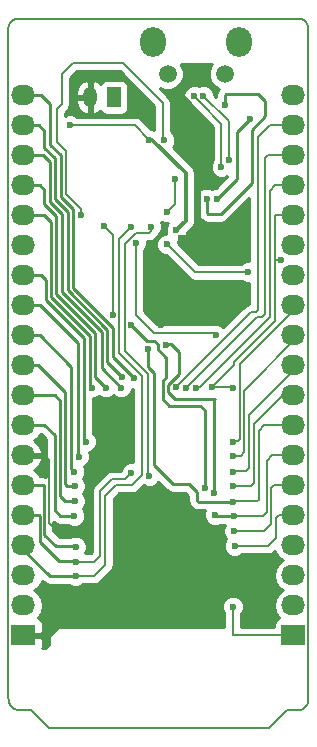
<source format=gbr>
G04 #@! TF.FileFunction,Copper,L2,Bot,Signal*
%FSLAX46Y46*%
G04 Gerber Fmt 4.6, Leading zero omitted, Abs format (unit mm)*
G04 Created by KiCad (PCBNEW 4.0.4-stable) date 12/03/16 16:19:23*
%MOMM*%
%LPD*%
G01*
G04 APERTURE LIST*
%ADD10C,0.100000*%
%ADD11C,0.150000*%
%ADD12R,2.032000X1.727200*%
%ADD13O,2.032000X1.727200*%
%ADD14C,1.500000*%
%ADD15O,2.200000X2.500000*%
%ADD16R,1.198880X1.699260*%
%ADD17O,1.198880X1.699260*%
%ADD18C,0.600000*%
%ADD19C,0.400000*%
%ADD20C,0.250000*%
%ADD21C,0.200000*%
%ADD22C,0.300000*%
G04 APERTURE END LIST*
D10*
D11*
X80807120Y-127451475D02*
X99399920Y-127451475D01*
X80299120Y-126943474D02*
X80807120Y-127451475D01*
X79283120Y-125927474D02*
X80299120Y-126943474D01*
X99907920Y-126943475D02*
X99399920Y-127451475D01*
X100923920Y-125927475D02*
X99907920Y-126943475D01*
X101838320Y-125927474D02*
X100923920Y-125927475D01*
X101838321Y-125927475D02*
G75*
G03X102752720Y-125013074I-1J914400D01*
G01*
X102752720Y-68117075D02*
X102752720Y-125013074D01*
X77352720Y-124860675D02*
X77352720Y-68117075D01*
X79283120Y-125927474D02*
X78216320Y-125927475D01*
X77352719Y-124860674D02*
G75*
G03X78216320Y-125927475I965201J-101600D01*
G01*
X102752719Y-68117074D02*
G75*
G03X101787520Y-67355075I-863599J-101600D01*
G01*
X101787520Y-67355075D02*
X78317921Y-67355075D01*
X78317919Y-67355076D02*
G75*
G03X77352720Y-68117075I-101600J-863599D01*
G01*
D12*
X78622721Y-119577474D03*
D13*
X78622721Y-117037474D03*
X78622721Y-114497474D03*
X78622721Y-111957474D03*
X78622721Y-109417474D03*
X78622721Y-106877474D03*
X78622721Y-104337474D03*
X78622721Y-101797474D03*
X78622721Y-99257474D03*
X78622721Y-96717474D03*
X78622721Y-94177474D03*
X78622721Y-91637474D03*
X78622721Y-89097474D03*
X78622721Y-86557474D03*
X78622721Y-84017474D03*
X78622721Y-81477474D03*
X78622721Y-78937474D03*
X78622721Y-76397474D03*
X78622721Y-73857474D03*
D12*
X101482721Y-119577474D03*
D13*
X101482721Y-117037474D03*
X101482721Y-114497474D03*
X101482721Y-111957474D03*
X101482721Y-109417474D03*
X101482721Y-106877474D03*
X101482721Y-104337474D03*
X101482721Y-101797474D03*
X101482721Y-99257474D03*
X101482721Y-96717474D03*
X101482721Y-94177474D03*
X101482721Y-91637474D03*
X101482721Y-89097474D03*
X101482721Y-86557474D03*
X101482721Y-84017474D03*
X101482721Y-81477474D03*
X101482721Y-78937474D03*
X101482721Y-76397474D03*
X101482721Y-73857474D03*
D14*
X95678120Y-72028674D03*
D15*
X96878120Y-69378674D03*
D14*
X90828120Y-72028674D03*
D15*
X89628120Y-69378674D03*
D16*
X86278280Y-74009874D03*
D17*
X84276760Y-74009874D03*
D18*
X91948000Y-85979000D03*
X91932320Y-73857474D03*
X82991520Y-110585875D03*
X90255920Y-93313875D03*
X90205120Y-87522674D03*
X97840800Y-75844400D03*
X95046800Y-82600800D03*
X95707200Y-74676000D03*
X94132400Y-82600800D03*
X91576720Y-85287475D03*
X82585120Y-76397475D03*
X89290720Y-77616675D03*
X85407500Y-84899500D03*
X86169500Y-92456000D03*
X93964320Y-107080674D03*
X87766720Y-93313875D03*
X96351920Y-117139075D03*
X88138000Y-86360000D03*
X94932500Y-94170500D03*
X87766720Y-84982675D03*
X83042320Y-114548276D03*
X87766720Y-105861475D03*
X89290720Y-106064675D03*
X89443121Y-84982676D03*
X83042320Y-113329074D03*
X93862720Y-73908274D03*
X95996320Y-79343875D03*
X93049921Y-73908274D03*
X95386720Y-79902675D03*
X96329500Y-98615500D03*
X100457000Y-87820500D03*
X97663000Y-88836500D03*
X90805000Y-86487000D03*
X94573921Y-98546276D03*
X96504320Y-112008275D03*
X96453520Y-110738275D03*
X94827920Y-109417475D03*
X94726319Y-107537875D03*
X90662320Y-94990275D03*
X96453520Y-109468275D03*
X89189119Y-95345875D03*
X96402720Y-108249074D03*
X96402720Y-106928275D03*
X96402720Y-105709075D03*
X96351920Y-104388275D03*
X96351920Y-103169075D03*
X83905920Y-103169075D03*
X83347119Y-104439075D03*
X82940720Y-105709075D03*
X82991520Y-106928275D03*
X82991520Y-108198276D03*
X82940720Y-109468274D03*
X83042320Y-112059075D03*
X93253120Y-98597075D03*
X92389520Y-98597075D03*
X91525920Y-98546275D03*
X87969921Y-97784274D03*
X86953920Y-97682676D03*
X86903120Y-98597075D03*
X85633120Y-98597076D03*
X84413922Y-98597075D03*
X91475121Y-80969476D03*
X90763921Y-83763475D03*
X83499520Y-84017476D03*
X90560722Y-77667475D03*
D19*
X92440320Y-85795474D02*
X91948000Y-85979000D01*
X92440321Y-85795474D02*
X92440320Y-85795474D01*
X93405520Y-84830275D02*
X92440321Y-85795474D01*
X93405520Y-82493474D02*
X93405520Y-84830275D01*
X93405520Y-82493474D02*
X93405520Y-82493474D01*
X93405520Y-75330675D02*
X93405520Y-82493474D01*
X91932320Y-73857474D02*
X93405520Y-75330675D01*
D20*
X78622720Y-104337475D02*
X80400721Y-104337475D01*
D11*
X80400721Y-104337475D02*
X80807120Y-104743875D01*
X80807120Y-104743875D02*
X80807120Y-110077875D01*
X80807120Y-110077875D02*
X81315120Y-110585875D01*
X81315120Y-110585875D02*
X82991520Y-110585875D01*
D21*
X89392320Y-92450276D02*
X90255920Y-93313875D01*
X89392320Y-88335476D02*
X89392320Y-92450276D01*
X90205120Y-87522674D02*
X89392320Y-88335476D01*
D20*
X97790000Y-75844400D02*
X97840800Y-75844400D01*
X96672400Y-76962000D02*
X97790000Y-75844400D01*
X96672400Y-80975200D02*
X96672400Y-76962000D01*
X95046800Y-82600800D02*
X96672400Y-80975200D01*
X95707200Y-73812400D02*
X95707200Y-74676000D01*
X95808800Y-73710800D02*
X95707200Y-73812400D01*
X98450400Y-73710800D02*
X95808800Y-73710800D01*
X99110800Y-74371200D02*
X98450400Y-73710800D01*
X99110800Y-75641200D02*
X99110800Y-74371200D01*
X97993200Y-76758800D02*
X99110800Y-75641200D01*
X97993200Y-81280000D02*
X97993200Y-76758800D01*
X95351600Y-83921600D02*
X97993200Y-81280000D01*
X94234000Y-83921600D02*
X95351600Y-83921600D01*
X94132400Y-83820000D02*
X94234000Y-83921600D01*
X94132400Y-82600800D02*
X94132400Y-83820000D01*
D22*
X89544719Y-77616675D02*
X89290720Y-77616675D01*
X92389520Y-80461475D02*
X89544719Y-77616675D01*
X92389520Y-84474676D02*
X92389520Y-80461475D01*
X91576720Y-85287475D02*
X92389520Y-84474676D01*
D21*
X88071520Y-76397475D02*
X82585120Y-76397475D01*
X89290720Y-77616675D02*
X88071520Y-76397475D01*
X86233000Y-85725000D02*
X85407500Y-84899500D01*
X86233000Y-92392500D02*
X86233000Y-85725000D01*
X86169500Y-92456000D02*
X86233000Y-92392500D01*
D20*
X93964320Y-100527476D02*
X93964320Y-107080674D01*
X93557920Y-100121075D02*
X93964320Y-100527476D01*
X90967120Y-100121075D02*
X93557920Y-100121075D01*
X90408320Y-99562275D02*
X90967120Y-100121075D01*
X90408320Y-98038274D02*
X90408320Y-99562275D01*
X90713120Y-97733474D02*
X90408320Y-98038274D01*
X90713121Y-96057075D02*
X90713120Y-97733474D01*
X90001920Y-95345875D02*
X90713121Y-96057075D01*
X90001920Y-94939475D02*
X90001920Y-95345875D01*
X89697120Y-94634674D02*
X90001920Y-94939475D01*
X89087520Y-94634674D02*
X89697120Y-94634674D01*
X87766720Y-93313875D02*
X89087520Y-94634674D01*
D21*
X101482721Y-119577474D02*
X96402720Y-119577476D01*
X96402720Y-119577476D02*
X96351920Y-119526676D01*
X96351920Y-119526676D02*
X96351920Y-117139075D01*
X88138000Y-92456000D02*
X88138000Y-86360000D01*
X89662000Y-93980000D02*
X88138000Y-92456000D01*
X94742000Y-93980000D02*
X89662000Y-93980000D01*
X94932500Y-94170500D02*
X94742000Y-93980000D01*
X84617120Y-114548274D02*
X83042320Y-114548276D01*
X85531520Y-113633874D02*
X84617120Y-114548274D01*
X85531521Y-107741075D02*
X85531520Y-113633874D01*
X86445922Y-106826675D02*
X85531521Y-107741075D01*
X87817520Y-106826676D02*
X86445922Y-106826675D01*
X88630320Y-106013874D02*
X87817520Y-106826676D01*
X88630320Y-97581076D02*
X88630320Y-106013874D01*
X86750720Y-95701474D02*
X88630320Y-97581076D01*
X86750720Y-85998675D02*
X86750720Y-95701474D01*
X87766720Y-84982675D02*
X86750720Y-85998675D01*
D20*
X80857920Y-114548276D02*
X78622720Y-112313076D01*
X83042320Y-114548276D02*
X80857920Y-114548276D01*
X78622720Y-112313076D02*
X78622721Y-111957475D01*
D21*
X84617121Y-113329074D02*
X83042320Y-113329074D01*
X85125120Y-112821075D02*
X84617121Y-113329074D01*
X85125120Y-107385474D02*
X85125120Y-112821075D01*
X86141120Y-106369474D02*
X85125120Y-107385474D01*
X86344320Y-106369474D02*
X86141120Y-106369474D01*
X87258720Y-106369475D02*
X86344320Y-106369474D01*
X87766720Y-105861475D02*
X87258720Y-106369475D01*
X89138320Y-105912275D02*
X89290720Y-106064675D01*
X89138320Y-97428675D02*
X89138320Y-105912275D01*
X87207920Y-95498275D02*
X89138320Y-97428675D01*
X87207920Y-86405074D02*
X87207920Y-95498275D01*
X88122320Y-85490674D02*
X87207920Y-86405074D01*
X89290720Y-85490676D02*
X88122320Y-85490674D01*
X89443120Y-85338275D02*
X89290720Y-85490676D01*
X89443121Y-84982676D02*
X89443120Y-85338275D01*
D20*
X79943520Y-109417475D02*
X78622721Y-109417474D01*
X79994320Y-109468275D02*
X79943520Y-109417475D01*
X79994320Y-111652675D02*
X79994320Y-109468275D01*
X81619920Y-113278274D02*
X79994320Y-111652675D01*
X82991520Y-113278274D02*
X81619920Y-113278274D01*
X83042320Y-113329074D02*
X82991520Y-113278274D01*
D11*
X95996320Y-76041874D02*
X95996320Y-79343875D01*
X93862720Y-73908274D02*
X95996320Y-76041874D01*
X93710322Y-74568675D02*
X93049921Y-73908274D01*
X93710322Y-74568675D02*
X93710322Y-74568675D01*
X95386720Y-76245074D02*
X93710322Y-74568675D01*
X95386720Y-76702275D02*
X95386720Y-76245074D01*
X95386720Y-76702275D02*
X95386720Y-76702275D01*
X95386720Y-79902675D02*
X95386720Y-76702275D01*
D21*
X96260276Y-98546276D02*
X94573921Y-98546276D01*
X96329500Y-98615500D02*
X96260276Y-98546276D01*
X100457000Y-87820500D02*
X99907920Y-87820500D01*
X93154500Y-88836500D02*
X97663000Y-88836500D01*
X90805000Y-86487000D02*
X93154500Y-88836500D01*
X99907920Y-87820500D02*
X99885500Y-87820500D01*
X99885500Y-87820500D02*
X99907920Y-87820500D01*
X99907920Y-84017476D02*
X101482720Y-84017475D01*
X99907922Y-84779475D02*
X99907920Y-84017476D01*
X99907920Y-86709874D02*
X99907922Y-84779475D01*
X99907920Y-92958274D02*
X99907920Y-87820500D01*
X99907920Y-87820500D02*
X99907920Y-86709874D01*
X96453519Y-96412675D02*
X99907920Y-92958274D01*
X96453520Y-96666675D02*
X96453519Y-96412675D01*
X94573921Y-98546276D02*
X96453520Y-96666675D01*
X100263520Y-109417475D02*
X101482721Y-109417474D01*
X100009522Y-109671475D02*
X100263520Y-109417475D01*
X100009520Y-111347874D02*
X100009522Y-109671475D01*
X99349121Y-112008275D02*
X100009520Y-111347874D01*
X96504320Y-112008275D02*
X99349121Y-112008275D01*
X99806320Y-106877475D02*
X101482720Y-106877475D01*
X99609518Y-107074277D02*
X99806320Y-106877475D01*
X99609519Y-110122278D02*
X99609518Y-107074277D01*
X98993521Y-110738275D02*
X99609519Y-110122278D01*
X96453520Y-110738275D02*
X98993521Y-110738275D01*
D20*
X94878720Y-109468275D02*
X96453520Y-109468275D01*
X94827920Y-109417475D02*
X94878720Y-109468275D01*
X94726320Y-99663876D02*
X94726319Y-107537875D01*
X94827920Y-99562276D02*
X94726320Y-99663876D01*
X91424321Y-99562276D02*
X94827920Y-99562276D01*
X90865520Y-99003475D02*
X91424321Y-99562276D01*
X90865520Y-98343075D02*
X90865520Y-99003475D01*
X91779921Y-97428675D02*
X90865520Y-98343075D01*
X91779921Y-95599875D02*
X91779921Y-97428675D01*
X91119521Y-94939474D02*
X91779921Y-95599875D01*
X90713120Y-94939475D02*
X91119521Y-94939474D01*
X90662320Y-94990275D02*
X90713120Y-94939475D01*
D21*
X99653920Y-104337475D02*
X101482720Y-104337475D01*
X99209516Y-104781879D02*
X99653920Y-104337475D01*
X99209516Y-109150679D02*
X99209516Y-104781879D01*
X98891920Y-109468275D02*
X99209516Y-109150679D01*
X96453520Y-109468275D02*
X98891920Y-109468275D01*
D20*
X89189119Y-95345875D02*
X89189120Y-96869874D01*
X93405520Y-108249076D02*
X96402720Y-108249074D01*
X93303920Y-108147476D02*
X93405520Y-108249076D01*
X93303920Y-107436274D02*
X93303920Y-108147476D01*
X92643522Y-106775875D02*
X93303920Y-107436274D01*
X91271920Y-106775875D02*
X92643522Y-106775875D01*
X89646320Y-105150274D02*
X91271920Y-106775875D01*
X89646322Y-97327075D02*
X89646320Y-105150274D01*
X89189120Y-96869874D02*
X89646322Y-97327075D01*
X89189119Y-95345875D02*
X89239919Y-95396675D01*
D21*
X98993520Y-101797476D02*
X101482720Y-101797476D01*
X98536320Y-102254674D02*
X98993520Y-101797476D01*
X98536320Y-108096674D02*
X98536320Y-102254674D01*
X98434720Y-108198274D02*
X98536320Y-108096674D01*
X96453520Y-108198274D02*
X98434720Y-108198274D01*
X96402720Y-108249074D02*
X96453520Y-108198274D01*
X100568320Y-99257475D02*
X101482720Y-99257475D01*
X98136318Y-101689477D02*
X100568320Y-99257475D01*
X98136319Y-106667877D02*
X98136318Y-101689477D01*
X97875920Y-106928276D02*
X98136319Y-106667877D01*
X96402720Y-106928275D02*
X97875920Y-106928276D01*
X101945120Y-96717474D02*
X101482721Y-96717474D01*
X97723520Y-100939074D02*
X101945120Y-96717474D01*
X97723522Y-105417071D02*
X97723520Y-100939074D01*
X97482318Y-105658275D02*
X97723522Y-105417071D01*
X96453520Y-105658275D02*
X97482318Y-105658275D01*
X96402720Y-105709075D02*
X96453520Y-105658275D01*
X101990719Y-94177475D02*
X101482720Y-94177475D01*
X97317121Y-98851074D02*
X101990719Y-94177475D01*
X97317120Y-104083476D02*
X97317121Y-98851074D01*
X97012321Y-104388275D02*
X97317120Y-104083476D01*
X96351920Y-104388275D02*
X97012321Y-104388275D01*
X101921921Y-91637474D02*
X101482720Y-91637476D01*
X96917119Y-96642276D02*
X101921921Y-91637474D01*
X96917118Y-102965875D02*
X96917119Y-96642276D01*
X96764718Y-103118275D02*
X96917118Y-102965875D01*
X96402720Y-103118276D02*
X96764718Y-103118275D01*
X96351920Y-103169075D02*
X96402720Y-103118276D01*
D20*
X80095920Y-89097475D02*
X78622721Y-89097475D01*
X80502320Y-89503874D02*
X80095920Y-89097475D01*
X80502320Y-91180276D02*
X80502320Y-89503874D01*
X83753520Y-94431476D02*
X80502320Y-91180276D01*
X83753520Y-103016676D02*
X83753520Y-94431476D01*
X83905920Y-103169075D02*
X83753520Y-103016676D01*
X80036720Y-91637476D02*
X78622720Y-91637476D01*
X83245520Y-94846275D02*
X80036720Y-91637476D01*
X83245520Y-104337475D02*
X83245520Y-94846275D01*
X83347119Y-104439075D02*
X83245520Y-104337475D01*
X79994320Y-94177474D02*
X78622720Y-94177475D01*
X82686721Y-96869874D02*
X79994320Y-94177474D01*
X82686721Y-105455075D02*
X82686721Y-96869874D01*
X82940720Y-105709075D02*
X82686721Y-105455075D01*
X79892720Y-96717475D02*
X78622721Y-96717474D01*
X82171523Y-98996277D02*
X79892720Y-96717475D01*
X82171522Y-106768677D02*
X82171523Y-98996277D01*
X82331121Y-106928276D02*
X82171522Y-106768677D01*
X82991520Y-106928275D02*
X82331121Y-106928276D01*
X81264322Y-99257475D02*
X78622720Y-99257475D01*
X81721520Y-99714675D02*
X81264322Y-99257475D01*
X81721520Y-107741075D02*
X81721520Y-99714675D01*
X82178720Y-108198274D02*
X81721520Y-107741075D01*
X82991520Y-108198276D02*
X82178720Y-108198274D01*
X80400720Y-101797476D02*
X78622720Y-101797476D01*
X81257122Y-102653877D02*
X80400720Y-101797476D01*
X81257122Y-109003877D02*
X81257122Y-102653877D01*
X81721520Y-109468275D02*
X81257122Y-109003877D01*
X82940720Y-109468274D02*
X81721520Y-109468275D01*
X80349921Y-106877475D02*
X78622720Y-106877475D01*
X80400721Y-106928275D02*
X80349921Y-106877475D01*
X80400721Y-111043075D02*
X80400721Y-106928275D01*
X81365921Y-112008275D02*
X80400721Y-111043075D01*
X82991519Y-112008275D02*
X81365921Y-112008275D01*
X83042320Y-112059075D02*
X82991519Y-112008275D01*
D21*
X99958720Y-81477475D02*
X101482720Y-81477475D01*
X99507918Y-81928277D02*
X99958720Y-81477475D01*
X99507918Y-92647077D02*
X99507918Y-81928277D01*
X93608720Y-98546275D02*
X99507918Y-92647077D01*
X93303920Y-98546275D02*
X93608720Y-98546275D01*
X93253120Y-98597075D02*
X93303920Y-98546275D01*
X99298320Y-78937476D02*
X101482721Y-78937475D01*
X99044320Y-79191474D02*
X99298320Y-78937476D01*
X99044321Y-92412270D02*
X99044320Y-79191474D01*
X98857360Y-92599231D02*
X99044321Y-92412270D01*
X98387366Y-92599231D02*
X98857360Y-92599231D01*
X92389520Y-98597075D02*
X98387366Y-92599231D01*
X91525920Y-98546275D02*
X97875919Y-92196275D01*
X97875919Y-92196275D02*
X98288718Y-92196275D01*
X98288718Y-92196275D02*
X98485520Y-91999473D01*
X98485520Y-91999473D02*
X98485520Y-77413474D01*
X98485520Y-77413474D02*
X99501520Y-76397475D01*
X99501520Y-76397475D02*
X101482720Y-76397475D01*
X101838320Y-76397474D02*
X101482720Y-76397475D01*
D20*
X87969921Y-97784274D02*
X86184722Y-95999077D01*
X86184722Y-95999077D02*
X86184722Y-93517076D01*
X86184722Y-93517076D02*
X82839120Y-90171474D01*
X82839120Y-90171474D02*
X82839120Y-83516673D01*
X82839120Y-83516673D02*
X81772321Y-82449873D01*
X81772321Y-82449873D02*
X81772320Y-78944673D01*
X81772320Y-78944673D02*
X80857920Y-78030273D01*
X80857920Y-78030273D02*
X80857920Y-74619475D01*
X80857920Y-74619475D02*
X80095920Y-73857475D01*
X80095920Y-73857475D02*
X78622721Y-73857474D01*
X79943520Y-76397475D02*
X78622720Y-76397475D01*
X80400720Y-76854676D02*
X79943520Y-76397475D01*
X80400720Y-78277075D02*
X80400720Y-76854676D01*
X81315120Y-79191475D02*
X80400720Y-78277075D01*
X81315120Y-82653074D02*
X81315120Y-79191475D01*
X82381920Y-83719872D02*
X81315120Y-82653074D01*
X82381920Y-90362271D02*
X82381920Y-83719872D01*
X85734721Y-93715071D02*
X82381920Y-90362271D01*
X85734720Y-96463476D02*
X85734721Y-93715071D01*
X86953920Y-97682676D02*
X85734720Y-96463476D01*
X80299120Y-78937476D02*
X78622720Y-78937476D01*
X80857920Y-79496275D02*
X80299120Y-78937476D01*
X80857920Y-82899875D02*
X80857920Y-79496275D01*
X81873920Y-83915875D02*
X80857920Y-82899875D01*
X81873920Y-90490669D02*
X81873920Y-83915875D01*
X85277520Y-93894269D02*
X81873920Y-90490669D01*
X85277520Y-96971474D02*
X85277520Y-93894269D01*
X86903120Y-98597075D02*
X85277520Y-96971474D01*
X79994320Y-81477474D02*
X78622720Y-81477475D01*
X80349921Y-81833075D02*
X79994320Y-81477474D01*
X80349920Y-83052276D02*
X80349921Y-81833075D01*
X81402324Y-84104680D02*
X80349920Y-83052276D01*
X81402324Y-90708678D02*
X81402324Y-84104680D01*
X84711522Y-94017877D02*
X81402324Y-90708678D01*
X84711522Y-97675477D02*
X84711522Y-94017877D01*
X85633120Y-98597076D02*
X84711522Y-97675477D01*
X80349921Y-84017475D02*
X78622720Y-84017475D01*
X80952323Y-84619877D02*
X80349921Y-84017475D01*
X80952323Y-90919077D02*
X80952323Y-84619877D01*
X84261522Y-94228275D02*
X80952323Y-90919077D01*
X84261522Y-98444675D02*
X84261522Y-94228275D01*
X84413922Y-98597075D02*
X84261522Y-98444675D01*
D21*
X91475121Y-83052276D02*
X91475121Y-80969476D01*
X90763921Y-83763475D02*
X91475121Y-83052276D01*
D11*
X83499520Y-83458675D02*
X83499520Y-84017476D01*
X82229520Y-82188675D02*
X83499520Y-83458675D01*
X82229519Y-78581875D02*
X82229520Y-82188675D01*
X81467520Y-77819876D02*
X82229519Y-78581875D01*
X81467521Y-75025874D02*
X81467520Y-77819876D01*
X81873920Y-74619475D02*
X81467521Y-75025874D01*
X81873920Y-72079475D02*
X81873920Y-74619475D01*
X82839120Y-71114275D02*
X81873920Y-72079475D01*
X87055520Y-71114275D02*
X82839120Y-71114275D01*
X90408320Y-74467075D02*
X87055520Y-71114275D01*
X90408320Y-77515074D02*
X90408320Y-74467075D01*
X90560722Y-77667475D02*
X90408320Y-77515074D01*
D20*
X90049556Y-106614171D02*
X90049556Y-106614171D01*
X89850006Y-106813371D02*
X90248756Y-106813371D01*
X88656929Y-107012571D02*
X90447956Y-107012571D01*
X88457729Y-107211771D02*
X90647156Y-107211771D01*
X88222951Y-107410971D02*
X90898382Y-107410971D01*
X86687730Y-107610171D02*
X92417157Y-107610171D01*
X86488530Y-107809371D02*
X92553920Y-107809371D01*
X86289330Y-108008571D02*
X92553920Y-108008571D01*
X86256520Y-108207771D02*
X92565913Y-108207771D01*
X86256520Y-108406971D02*
X92605536Y-108406971D01*
X86256520Y-108606171D02*
X92725724Y-108606171D01*
X86256520Y-108805371D02*
X92914049Y-108805371D01*
X86256520Y-109004571D02*
X93997798Y-109004571D01*
X86256520Y-109203771D02*
X93915083Y-109203771D01*
X86256520Y-109402971D02*
X93902933Y-109402971D01*
X86256520Y-109602171D02*
X93903383Y-109602171D01*
X86256520Y-109801371D02*
X93985691Y-109801371D01*
X86256520Y-110000571D02*
X94102991Y-110000571D01*
X86256520Y-110199771D02*
X94301843Y-110199771D01*
X86256520Y-110398971D02*
X95592836Y-110398971D01*
X86256520Y-110598171D02*
X95528643Y-110598171D01*
X86256520Y-110797371D02*
X95528469Y-110797371D01*
X86256520Y-110996571D02*
X95559394Y-110996571D01*
X86256520Y-111195771D02*
X95641702Y-111195771D01*
X86256520Y-111394971D02*
X95802062Y-111394971D01*
X86256520Y-111594171D02*
X95674696Y-111594171D01*
X86256520Y-111793371D02*
X95591981Y-111793371D01*
X86256520Y-111992571D02*
X95579334Y-111992571D01*
X86256520Y-112191771D02*
X95579287Y-112191771D01*
X86256520Y-112390971D02*
X95661595Y-112390971D01*
X86256520Y-112590171D02*
X95778193Y-112590171D01*
X99758143Y-112590171D02*
X99965003Y-112590171D01*
X86256520Y-112789371D02*
X95977045Y-112789371D01*
X97031150Y-112789371D02*
X100098104Y-112789371D01*
X86256520Y-112988571D02*
X100231205Y-112988571D01*
X86256520Y-113187771D02*
X100511516Y-113187771D01*
X86256520Y-113386971D02*
X100332233Y-113386971D01*
X86256520Y-113586171D02*
X100151162Y-113586171D01*
X86226385Y-113785371D02*
X100018061Y-113785371D01*
X86152388Y-113984571D02*
X99911595Y-113984571D01*
X86006927Y-114183771D02*
X99871972Y-114183771D01*
X85807727Y-114382971D02*
X99832349Y-114382971D01*
X85608527Y-114582171D02*
X99826419Y-114582171D01*
X85409327Y-114781371D02*
X99866042Y-114781371D01*
X80199776Y-114980571D02*
X80229555Y-114980571D01*
X85210127Y-114980571D02*
X99905665Y-114980571D01*
X80107297Y-115179771D02*
X80478993Y-115179771D01*
X84951909Y-115179771D02*
X99998144Y-115179771D01*
X79974195Y-115378971D02*
X82630793Y-115378971D01*
X83454129Y-115378971D02*
X100131246Y-115378971D01*
X79817817Y-115578171D02*
X100287624Y-115578171D01*
X79549318Y-115777371D02*
X100556125Y-115777371D01*
X79847442Y-115976571D02*
X100258001Y-115976571D01*
X79987422Y-116175771D02*
X100118021Y-116175771D01*
X80120524Y-116374971D02*
X95808069Y-116374971D01*
X96896157Y-116374971D02*
X99984919Y-116374971D01*
X80203714Y-116574171D02*
X95608520Y-116574171D01*
X97095009Y-116574171D02*
X99901729Y-116574171D01*
X80243337Y-116773371D02*
X95502199Y-116773371D01*
X97201666Y-116773371D02*
X99862106Y-116773371D01*
X80282960Y-116972571D02*
X95427066Y-116972571D01*
X97277065Y-116972571D02*
X99822483Y-116972571D01*
X80269156Y-117171771D02*
X95426892Y-117171771D01*
X97276891Y-117171771D02*
X99836285Y-117171771D01*
X80229533Y-117370971D02*
X95446886Y-117370971D01*
X97257203Y-117370971D02*
X99875908Y-117370971D01*
X80189909Y-117570171D02*
X95529193Y-117570171D01*
X97174488Y-117570171D02*
X99915532Y-117570171D01*
X80074155Y-117769371D02*
X95626920Y-117769371D01*
X97076920Y-117769371D02*
X100031286Y-117769371D01*
X79941054Y-117968571D02*
X95626920Y-117968571D01*
X97076920Y-117968571D02*
X100164387Y-117968571D01*
X79974421Y-118167771D02*
X95626920Y-118167771D01*
X97076920Y-118167771D02*
X100161200Y-118167771D01*
X80180184Y-118366971D02*
X95626920Y-118366971D01*
X97076920Y-118366971D02*
X99947313Y-118366971D01*
X80262695Y-118566171D02*
X95626920Y-118566171D01*
X97076920Y-118566171D02*
X99859388Y-118566171D01*
X80271721Y-118765371D02*
X95626920Y-118765371D01*
X97076920Y-118765371D02*
X99829477Y-118765371D01*
X80271721Y-118964571D02*
X81455153Y-118964571D01*
X80271721Y-119163771D02*
X81255953Y-119163771D01*
X80198974Y-119362971D02*
X81056753Y-119362971D01*
X78473721Y-119562171D02*
X80857553Y-119562171D01*
X80168368Y-119761371D02*
X80774000Y-119761371D01*
X80271721Y-119960571D02*
X80774000Y-119960571D01*
X80271721Y-120159771D02*
X80774000Y-120159771D01*
X80271721Y-120358971D02*
X80759253Y-120358971D01*
X80271721Y-120558171D02*
X80560053Y-120558171D01*
X87828022Y-98709150D02*
X87828022Y-98709150D01*
X87775442Y-98908350D02*
X87905320Y-98908350D01*
X87692728Y-99107550D02*
X87905320Y-99107550D01*
X85012298Y-99306750D02*
X85034548Y-99306750D01*
X86231497Y-99306750D02*
X86304549Y-99306750D01*
X87501496Y-99306750D02*
X87905320Y-99306750D01*
X84636521Y-99505950D02*
X85409870Y-99505950D01*
X85855722Y-99505950D02*
X86679873Y-99505950D01*
X87125719Y-99505950D02*
X87905320Y-99505950D01*
X84503520Y-99705150D02*
X87905320Y-99705150D01*
X84503520Y-99904350D02*
X87905320Y-99904350D01*
X84503520Y-100103550D02*
X87905320Y-100103550D01*
X84503520Y-100302750D02*
X87905320Y-100302750D01*
X84503520Y-100501950D02*
X87905320Y-100501950D01*
X84503520Y-100701150D02*
X87905320Y-100701150D01*
X84503520Y-100900350D02*
X87905320Y-100900350D01*
X84503520Y-101099550D02*
X87905320Y-101099550D01*
X84503520Y-101298750D02*
X87905320Y-101298750D01*
X84503520Y-101497950D02*
X87905320Y-101497950D01*
X84503520Y-101697150D02*
X87905320Y-101697150D01*
X84503520Y-101896350D02*
X87905320Y-101896350D01*
X84503520Y-102095550D02*
X87905320Y-102095550D01*
X84503520Y-102294750D02*
X87905320Y-102294750D01*
X84538981Y-102493950D02*
X87905320Y-102493950D01*
X84710124Y-102693150D02*
X87905320Y-102693150D01*
X84792431Y-102892350D02*
X87905320Y-102892350D01*
X84830987Y-103091550D02*
X87905320Y-103091550D01*
X84830814Y-103290750D02*
X87905320Y-103290750D01*
X84774256Y-103489950D02*
X87905320Y-103489950D01*
X84691541Y-103689150D02*
X87905320Y-103689150D01*
X84494679Y-103888350D02*
X87905320Y-103888350D01*
X84202724Y-104087550D02*
X87905320Y-104087550D01*
X84272252Y-104286750D02*
X87905320Y-104286750D01*
X84272078Y-104485950D02*
X87905320Y-104485950D01*
X84246514Y-104685150D02*
X87905320Y-104685150D01*
X84163800Y-104884350D02*
X87905320Y-104884350D01*
X84010809Y-105083550D02*
X87236714Y-105083550D01*
X83765418Y-105282750D02*
X87037165Y-105282750D01*
X83847726Y-105481950D02*
X86922738Y-105481950D01*
X83865744Y-105681150D02*
X85956737Y-105681150D01*
X83865570Y-105880350D02*
X85604940Y-105880350D01*
X83788460Y-106079550D02*
X85405740Y-106079550D01*
X83679341Y-106278750D02*
X85206540Y-106278750D01*
X83806301Y-106477950D02*
X85007340Y-106477950D01*
X83888609Y-106677150D02*
X84808140Y-106677150D01*
X83916565Y-106876350D02*
X84610111Y-106876350D01*
X83916391Y-107075550D02*
X84477009Y-107075550D01*
X83849226Y-107274750D02*
X84422145Y-107274750D01*
X83754183Y-107473950D02*
X84400120Y-107473950D01*
X83774318Y-107673150D02*
X84400120Y-107673150D01*
X83857702Y-107872350D02*
X84400120Y-107872350D01*
X83916630Y-108071550D02*
X84400120Y-108071550D01*
X83916456Y-108270750D02*
X84400120Y-108270750D01*
X83880286Y-108469950D02*
X84400120Y-108469950D01*
X83797571Y-108669150D02*
X84400120Y-108669150D01*
X83648851Y-108868350D02*
X84400120Y-108868350D01*
X83775996Y-109067550D02*
X84400120Y-109067550D01*
X83858304Y-109266750D02*
X84400120Y-109266750D01*
X83865722Y-109465950D02*
X84400120Y-109465950D01*
X83860545Y-109665150D02*
X84400120Y-109665150D01*
X83777830Y-109864350D02*
X84400120Y-109864350D01*
X81150721Y-110063550D02*
X81288386Y-110063550D01*
X83653695Y-110063550D02*
X84400120Y-110063550D01*
X81150721Y-110262750D02*
X82441968Y-110262750D01*
X83440186Y-110262750D02*
X84400120Y-110262750D01*
X81150721Y-110461950D02*
X84400120Y-110461950D01*
X81150721Y-110661150D02*
X84400120Y-110661150D01*
X81278656Y-110860350D02*
X84400120Y-110860350D01*
X81477856Y-111059550D02*
X84400120Y-111059550D01*
X83526986Y-111258750D02*
X84400120Y-111258750D01*
X83749251Y-111457950D02*
X84400120Y-111457950D01*
X83877100Y-111657150D02*
X84400120Y-111657150D01*
X83959408Y-111856350D02*
X84400120Y-111856350D01*
X83967323Y-112055550D02*
X84400120Y-112055550D01*
X83962643Y-112254750D02*
X84400120Y-112254750D01*
X83879929Y-112453950D02*
X84400120Y-112453950D01*
X80062058Y-102547476D02*
X80090060Y-102547476D01*
X79928956Y-102746676D02*
X80289260Y-102746676D01*
X79716490Y-102945876D02*
X80488460Y-102945876D01*
X79645665Y-103145076D02*
X80507122Y-103145076D01*
X79868030Y-103344276D02*
X80507122Y-103344276D01*
X80023464Y-103543476D02*
X80507122Y-103543476D01*
X80119098Y-103742676D02*
X80507122Y-103742676D01*
X80214732Y-103941876D02*
X80507122Y-103941876D01*
X80142261Y-104141076D02*
X80507122Y-104141076D01*
X78473721Y-104340276D02*
X80507122Y-104340276D01*
X80145173Y-104539476D02*
X80507122Y-104539476D01*
X80212040Y-104738676D02*
X80507122Y-104738676D01*
X80116406Y-104937876D02*
X80507122Y-104937876D01*
X80020772Y-105137076D02*
X80507122Y-105137076D01*
X79861773Y-105336276D02*
X80507122Y-105336276D01*
X79639409Y-105535476D02*
X80507122Y-105535476D01*
X79724878Y-105734676D02*
X80507122Y-105734676D01*
X79932702Y-105933876D02*
X80507122Y-105933876D01*
X80378080Y-106133076D02*
X80507122Y-106133076D01*
X90269165Y-84559610D02*
X90269165Y-84559610D01*
X90351473Y-84758810D02*
X90797017Y-84758810D01*
X90368142Y-84958010D02*
X90711951Y-84958010D01*
X90367968Y-85157210D02*
X90651834Y-85157210D01*
X90289508Y-85356410D02*
X90651660Y-85356410D01*
X90178477Y-85555610D02*
X90686659Y-85555610D01*
X90019996Y-85754810D02*
X90229179Y-85754810D01*
X89852690Y-85954010D02*
X90029630Y-85954010D01*
X89579060Y-86153210D02*
X89942027Y-86153210D01*
X89063006Y-86352410D02*
X89880118Y-86352410D01*
X89060011Y-86551610D02*
X89879944Y-86551610D01*
X88977297Y-86750810D02*
X89913152Y-86750810D01*
X88863000Y-86950010D02*
X89995460Y-86950010D01*
X88863000Y-87149210D02*
X90159047Y-87149210D01*
X88863000Y-87348410D02*
X90467444Y-87348410D01*
X88863000Y-87547610D02*
X90840305Y-87547610D01*
X88863000Y-87746810D02*
X91039505Y-87746810D01*
X88863000Y-87946010D02*
X91238705Y-87946010D01*
X88863000Y-88145210D02*
X91437905Y-88145210D01*
X88863000Y-88344410D02*
X91637105Y-88344410D01*
X88863000Y-88543610D02*
X91836305Y-88543610D01*
X88863000Y-88742810D02*
X92035505Y-88742810D01*
X88863000Y-88942010D02*
X92234705Y-88942010D01*
X88863000Y-89141210D02*
X92433905Y-89141210D01*
X88863000Y-89340410D02*
X92633105Y-89340410D01*
X88863000Y-89539610D02*
X93044450Y-89539610D01*
X88863000Y-89738810D02*
X97423942Y-89738810D01*
X88863000Y-89938010D02*
X97760520Y-89938010D01*
X88863000Y-90137210D02*
X97760520Y-90137210D01*
X88863000Y-90336410D02*
X97760520Y-90336410D01*
X88863000Y-90535610D02*
X97760520Y-90535610D01*
X88863000Y-90734810D02*
X97760520Y-90734810D01*
X88863000Y-90934010D02*
X97760520Y-90934010D01*
X88863000Y-91133210D02*
X97760520Y-91133210D01*
X88863000Y-91332410D02*
X97760520Y-91332410D01*
X88863000Y-91531610D02*
X97590770Y-91531610D01*
X88863000Y-91730810D02*
X97316080Y-91730810D01*
X88863000Y-91930010D02*
X97116880Y-91930010D01*
X88863000Y-92129210D02*
X96917680Y-92129210D01*
X89035715Y-92328410D02*
X96718480Y-92328410D01*
X89234915Y-92527610D02*
X96519280Y-92527610D01*
X89434115Y-92726810D02*
X96320080Y-92726810D01*
X89633315Y-92926010D02*
X96120880Y-92926010D01*
X89832515Y-93125210D02*
X95921680Y-93125210D01*
X95306951Y-93324410D02*
X95722480Y-93324410D01*
X91925272Y-71181500D02*
X94580531Y-71181500D01*
X92048135Y-71380700D02*
X94458354Y-71380700D01*
X92130443Y-71579900D02*
X94375640Y-71579900D01*
X92203338Y-71779100D02*
X94303338Y-71779100D01*
X92203164Y-71978300D02*
X94303164Y-71978300D01*
X92202990Y-72177500D02*
X94302990Y-72177500D01*
X92172435Y-72376700D02*
X94334169Y-72376700D01*
X92089720Y-72575900D02*
X94416477Y-72575900D01*
X92007005Y-72775100D02*
X94498784Y-72775100D01*
X91827085Y-72974300D02*
X94679248Y-72974300D01*
X91627536Y-73173500D02*
X92476688Y-73173500D01*
X94436236Y-73173500D02*
X94878100Y-73173500D01*
X90303895Y-73372700D02*
X90479397Y-73372700D01*
X91175963Y-73372700D02*
X92277140Y-73372700D01*
X94635088Y-73372700D02*
X95116313Y-73372700D01*
X90503095Y-73571900D02*
X92188021Y-73571900D01*
X94724585Y-73571900D02*
X95005039Y-73571900D01*
X90702295Y-73771100D02*
X92125041Y-73771100D01*
X94787839Y-73771100D02*
X94965416Y-73771100D01*
X90901495Y-73970300D02*
X92124867Y-73970300D01*
X94914696Y-73970300D02*
X94957200Y-73970300D01*
X91035194Y-74169500D02*
X92157006Y-74169500D01*
X91088753Y-74368700D02*
X92239313Y-74368700D01*
X91108320Y-74567900D02*
X92401388Y-74567900D01*
X91108320Y-74767100D02*
X92706142Y-74767100D01*
X91108320Y-74966300D02*
X93117997Y-74966300D01*
X91108320Y-75165500D02*
X93317197Y-75165500D01*
X91108320Y-75364700D02*
X93516397Y-75364700D01*
X91108320Y-75563900D02*
X93715597Y-75563900D01*
X91108320Y-75763100D02*
X93914797Y-75763100D01*
X91108320Y-75962300D02*
X94113997Y-75962300D01*
X91108320Y-76161500D02*
X94313197Y-76161500D01*
X91108320Y-76360700D02*
X94512397Y-76360700D01*
X91108320Y-76559900D02*
X94686720Y-76559900D01*
X91108320Y-76759100D02*
X94686720Y-76759100D01*
X91159792Y-76958300D02*
X94686720Y-76958300D01*
X91350856Y-77157500D02*
X94686720Y-77157500D01*
X91433164Y-77356700D02*
X94686720Y-77356700D01*
X91485819Y-77555900D02*
X94686720Y-77555900D01*
X91485645Y-77755100D02*
X94686720Y-77755100D01*
X91443197Y-77954300D02*
X94686720Y-77954300D01*
X91360482Y-78153500D02*
X94686720Y-78153500D01*
X91376760Y-78352700D02*
X94686720Y-78352700D01*
X91575960Y-78551900D02*
X94686720Y-78551900D01*
X91775160Y-78751100D02*
X94686720Y-78751100D01*
X91974360Y-78950300D02*
X94686720Y-78950300D01*
X92173560Y-79149500D02*
X94686720Y-79149500D01*
X92372760Y-79348700D02*
X94632372Y-79348700D01*
X92571960Y-79547900D02*
X94532461Y-79547900D01*
X92771160Y-79747100D02*
X94461856Y-79747100D01*
X92959467Y-79946300D02*
X94461682Y-79946300D01*
X93092568Y-80145500D02*
X94486201Y-80145500D01*
X93141293Y-80344700D02*
X94568509Y-80344700D01*
X93164520Y-80543900D02*
X94719818Y-80543900D01*
X93164520Y-80743100D02*
X94998626Y-80743100D01*
X95774981Y-80743100D02*
X95843840Y-80743100D01*
X93164520Y-80942300D02*
X95644640Y-80942300D01*
X93164520Y-81141500D02*
X95445440Y-81141500D01*
X93164520Y-81340700D02*
X95246240Y-81340700D01*
X93164520Y-81539900D02*
X95047040Y-81539900D01*
X93164520Y-81739100D02*
X93795629Y-81739100D01*
X94469258Y-81739100D02*
X94710029Y-81739100D01*
X93164520Y-81938300D02*
X93486767Y-81938300D01*
X93164520Y-82137500D02*
X93323204Y-82137500D01*
X93164520Y-82336700D02*
X93240489Y-82336700D01*
X93164520Y-82535900D02*
X93207457Y-82535900D01*
X93164520Y-82735100D02*
X93207283Y-82735100D01*
X97598760Y-82735100D02*
X97760520Y-82735100D01*
X93164520Y-82934300D02*
X93269348Y-82934300D01*
X97399560Y-82934300D02*
X97760520Y-82934300D01*
X93164520Y-83133500D02*
X93357163Y-83133500D01*
X97200360Y-83133500D02*
X97760520Y-83133500D01*
X93164520Y-83332700D02*
X93382400Y-83332700D01*
X97001160Y-83332700D02*
X97760520Y-83332700D01*
X93164520Y-83531900D02*
X93382400Y-83531900D01*
X96801960Y-83531900D02*
X97760520Y-83531900D01*
X93164520Y-83731100D02*
X93382400Y-83731100D01*
X96602760Y-83731100D02*
X97760520Y-83731100D01*
X93164520Y-83930300D02*
X93404339Y-83930300D01*
X96403560Y-83930300D02*
X97760520Y-83930300D01*
X93164520Y-84129500D02*
X93454515Y-84129500D01*
X96204360Y-84129500D02*
X97760520Y-84129500D01*
X93164520Y-84328700D02*
X93587617Y-84328700D01*
X96005160Y-84328700D02*
X97760520Y-84328700D01*
X93153933Y-84527900D02*
X93817366Y-84527900D01*
X95768233Y-84527900D02*
X97760520Y-84527900D01*
X93114310Y-84727100D02*
X97760520Y-84727100D01*
X93001929Y-84926300D02*
X97760520Y-84926300D01*
X92834711Y-85125500D02*
X97760520Y-85125500D01*
X92635511Y-85324700D02*
X97760520Y-85324700D01*
X92480122Y-85523900D02*
X97760520Y-85523900D01*
X92397408Y-85723100D02*
X97760520Y-85723100D01*
X92250077Y-85922300D02*
X97760520Y-85922300D01*
X91980470Y-86121500D02*
X97760520Y-86121500D01*
X91730145Y-86320700D02*
X97760520Y-86320700D01*
X91863205Y-86519900D02*
X97760520Y-86519900D01*
X92062405Y-86719100D02*
X97760520Y-86719100D01*
X92261605Y-86918300D02*
X97760520Y-86918300D01*
X92460805Y-87117500D02*
X97760520Y-87117500D01*
X92660005Y-87316700D02*
X97760520Y-87316700D01*
X92859205Y-87515900D02*
X97760520Y-87515900D01*
X93058405Y-87715100D02*
X97760520Y-87715100D01*
X93257605Y-87914300D02*
X97472650Y-87914300D01*
X101353721Y-86408474D02*
X101611721Y-86408474D01*
X101333721Y-86607674D02*
X101631721Y-86607674D01*
X83129070Y-71814275D02*
X86765570Y-71814275D01*
X82929870Y-72013475D02*
X86964770Y-72013475D01*
X82730670Y-72212675D02*
X87163970Y-72212675D01*
X82573920Y-72411875D02*
X87363170Y-72411875D01*
X82573920Y-72611075D02*
X83822529Y-72611075D01*
X84021705Y-72611075D02*
X84531816Y-72611075D01*
X84730992Y-72611075D02*
X85378084Y-72611075D01*
X87181068Y-72611075D02*
X87562370Y-72611075D01*
X82573920Y-72810275D02*
X83482152Y-72810275D01*
X84147760Y-72810275D02*
X84405760Y-72810275D01*
X85071369Y-72810275D02*
X85161527Y-72810275D01*
X87395222Y-72810275D02*
X87761570Y-72810275D01*
X82573920Y-73009475D02*
X83313598Y-73009475D01*
X84147760Y-73009475D02*
X84405760Y-73009475D01*
X87486595Y-73009475D02*
X87960770Y-73009475D01*
X82573920Y-73208675D02*
X83162603Y-73208675D01*
X84147760Y-73208675D02*
X84405760Y-73208675D01*
X87514964Y-73208675D02*
X88159970Y-73208675D01*
X82573920Y-73407875D02*
X83106963Y-73407875D01*
X84147760Y-73407875D02*
X84405760Y-73407875D01*
X87514964Y-73407875D02*
X88359170Y-73407875D01*
X82573920Y-73607075D02*
X83054844Y-73607075D01*
X84147760Y-73607075D02*
X84405760Y-73607075D01*
X87514964Y-73607075D02*
X88558370Y-73607075D01*
X82573920Y-73806275D02*
X83134384Y-73806275D01*
X84147760Y-73806275D02*
X84405760Y-73806275D01*
X87514964Y-73806275D02*
X88757570Y-73806275D01*
X82573920Y-74005475D02*
X84425760Y-74005475D01*
X87514964Y-74005475D02*
X88956770Y-74005475D01*
X82573920Y-74204675D02*
X83141682Y-74204675D01*
X84147760Y-74204675D02*
X84405760Y-74204675D01*
X87514964Y-74204675D02*
X89155970Y-74204675D01*
X82573920Y-74403875D02*
X83052541Y-74403875D01*
X84147760Y-74403875D02*
X84405760Y-74403875D01*
X87514964Y-74403875D02*
X89355170Y-74403875D01*
X82573920Y-74603075D02*
X83104660Y-74603075D01*
X84147760Y-74603075D02*
X84405760Y-74603075D01*
X87514964Y-74603075D02*
X89554370Y-74603075D01*
X82537559Y-74802275D02*
X83156779Y-74802275D01*
X84147760Y-74802275D02*
X84405760Y-74802275D01*
X87514964Y-74802275D02*
X89708320Y-74802275D01*
X82444382Y-75001475D02*
X83306928Y-75001475D01*
X84147760Y-75001475D02*
X84405760Y-75001475D01*
X87486214Y-75001475D02*
X89708320Y-75001475D01*
X82282670Y-75200675D02*
X83467118Y-75200675D01*
X84147760Y-75200675D02*
X84405760Y-75200675D01*
X85086401Y-75200675D02*
X85155676Y-75200675D01*
X87401044Y-75200675D02*
X89708320Y-75200675D01*
X82167521Y-75399875D02*
X83807495Y-75399875D01*
X84035197Y-75399875D02*
X84518322Y-75399875D01*
X84746024Y-75399875D02*
X85362616Y-75399875D01*
X87192149Y-75399875D02*
X89708320Y-75399875D01*
X83074422Y-75599075D02*
X89708320Y-75599075D01*
X88454645Y-75798275D02*
X89708320Y-75798275D01*
X88696825Y-75997475D02*
X89708320Y-75997475D01*
X88896025Y-76196675D02*
X89708320Y-76196675D01*
X89095225Y-76395875D02*
X89708320Y-76395875D01*
X89294425Y-76595075D02*
X89708320Y-76595075D01*
X90741590Y-107306205D02*
X90984907Y-107468785D01*
X91271920Y-107525875D01*
X92332862Y-107525875D01*
X92553920Y-107746934D01*
X92553920Y-108147476D01*
X92611010Y-108434489D01*
X92773590Y-108677806D01*
X92875190Y-108779406D01*
X93118507Y-108941986D01*
X93405520Y-108999076D01*
X94000079Y-108999076D01*
X93903081Y-109232674D01*
X93902760Y-109600662D01*
X94043286Y-109940761D01*
X94303265Y-110201195D01*
X94643119Y-110342314D01*
X95011107Y-110342635D01*
X95312081Y-110218275D01*
X95667867Y-110218275D01*
X95528681Y-110553474D01*
X95528360Y-110921462D01*
X95668886Y-111261561D01*
X95805727Y-111398642D01*
X95720600Y-111483620D01*
X95579481Y-111823474D01*
X95579160Y-112191462D01*
X95719686Y-112531561D01*
X95979665Y-112791995D01*
X96319519Y-112933114D01*
X96687507Y-112933435D01*
X97027606Y-112792909D01*
X97087344Y-112733275D01*
X99349121Y-112733275D01*
X99626566Y-112678088D01*
X99626567Y-112678087D01*
X99626568Y-112678087D01*
X99861774Y-112520927D01*
X99911716Y-112470985D01*
X99922885Y-112527137D01*
X100245573Y-113010073D01*
X100570936Y-113227474D01*
X100245573Y-113444875D01*
X99922885Y-113927811D01*
X99809572Y-114497474D01*
X99922885Y-115067137D01*
X100245573Y-115550073D01*
X100570936Y-115767474D01*
X100245573Y-115984875D01*
X99922885Y-116467811D01*
X99809572Y-117037474D01*
X99922885Y-117607137D01*
X100245573Y-118090073D01*
X100278468Y-118112053D01*
X100235110Y-118120211D01*
X100022389Y-118257093D01*
X99879683Y-118465950D01*
X99829477Y-118713874D01*
X99829477Y-118852475D01*
X97076920Y-118852476D01*
X97076920Y-117722347D01*
X97135640Y-117663730D01*
X97276759Y-117323876D01*
X97277080Y-116955888D01*
X97136554Y-116615789D01*
X96876575Y-116355355D01*
X96536721Y-116214236D01*
X96168733Y-116213915D01*
X95828634Y-116354441D01*
X95568200Y-116614420D01*
X95427081Y-116954274D01*
X95426760Y-117322262D01*
X95567286Y-117662361D01*
X95626920Y-117722099D01*
X95626920Y-118874000D01*
X81597500Y-118874000D01*
X81548868Y-118883848D01*
X81509112Y-118910612D01*
X80810612Y-119609112D01*
X80783187Y-119650463D01*
X80774000Y-119697500D01*
X80774000Y-120344224D01*
X80466224Y-120652000D01*
X80236507Y-120652000D01*
X80271721Y-120566986D01*
X80271721Y-119864724D01*
X80113471Y-119706474D01*
X78751721Y-119706474D01*
X78751721Y-119726474D01*
X78493721Y-119726474D01*
X78493721Y-119706474D01*
X78473721Y-119706474D01*
X78473721Y-119448474D01*
X78493721Y-119448474D01*
X78493721Y-119428474D01*
X78751721Y-119428474D01*
X78751721Y-119448474D01*
X80113471Y-119448474D01*
X80271721Y-119290224D01*
X80271721Y-118587962D01*
X80175352Y-118355308D01*
X79997286Y-118177242D01*
X79831922Y-118108746D01*
X79859869Y-118090073D01*
X80182557Y-117607137D01*
X80295870Y-117037474D01*
X80182557Y-116467811D01*
X79859869Y-115984875D01*
X79534506Y-115767474D01*
X79859869Y-115550073D01*
X80182557Y-115067137D01*
X80204717Y-114955733D01*
X80327590Y-115078606D01*
X80570907Y-115241186D01*
X80857920Y-115298276D01*
X82484004Y-115298276D01*
X82517665Y-115331996D01*
X82857519Y-115473115D01*
X83225507Y-115473436D01*
X83565606Y-115332910D01*
X83625345Y-115273275D01*
X84617121Y-115273274D01*
X84894566Y-115218087D01*
X85113854Y-115071562D01*
X85129772Y-115060926D01*
X86044173Y-114146526D01*
X86201333Y-113911320D01*
X86221764Y-113808604D01*
X86256520Y-113633874D01*
X86256521Y-108041380D01*
X86746226Y-107551675D01*
X87817519Y-107551676D01*
X88094965Y-107496489D01*
X88094966Y-107496488D01*
X88094967Y-107496488D01*
X88330173Y-107339328D01*
X88804956Y-106864544D01*
X89105919Y-106989514D01*
X89473907Y-106989835D01*
X89814006Y-106849309D01*
X90049556Y-106614171D01*
X90741590Y-107306205D01*
X90049556Y-106614171D02*
X90049556Y-106614171D01*
X89850006Y-106813371D02*
X90248756Y-106813371D01*
X88656929Y-107012571D02*
X90447956Y-107012571D01*
X88457729Y-107211771D02*
X90647156Y-107211771D01*
X88222951Y-107410971D02*
X90898382Y-107410971D01*
X86687730Y-107610171D02*
X92417157Y-107610171D01*
X86488530Y-107809371D02*
X92553920Y-107809371D01*
X86289330Y-108008571D02*
X92553920Y-108008571D01*
X86256520Y-108207771D02*
X92565913Y-108207771D01*
X86256520Y-108406971D02*
X92605536Y-108406971D01*
X86256520Y-108606171D02*
X92725724Y-108606171D01*
X86256520Y-108805371D02*
X92914049Y-108805371D01*
X86256520Y-109004571D02*
X93997798Y-109004571D01*
X86256520Y-109203771D02*
X93915083Y-109203771D01*
X86256520Y-109402971D02*
X93902933Y-109402971D01*
X86256520Y-109602171D02*
X93903383Y-109602171D01*
X86256520Y-109801371D02*
X93985691Y-109801371D01*
X86256520Y-110000571D02*
X94102991Y-110000571D01*
X86256520Y-110199771D02*
X94301843Y-110199771D01*
X86256520Y-110398971D02*
X95592836Y-110398971D01*
X86256520Y-110598171D02*
X95528643Y-110598171D01*
X86256520Y-110797371D02*
X95528469Y-110797371D01*
X86256520Y-110996571D02*
X95559394Y-110996571D01*
X86256520Y-111195771D02*
X95641702Y-111195771D01*
X86256520Y-111394971D02*
X95802062Y-111394971D01*
X86256520Y-111594171D02*
X95674696Y-111594171D01*
X86256520Y-111793371D02*
X95591981Y-111793371D01*
X86256520Y-111992571D02*
X95579334Y-111992571D01*
X86256520Y-112191771D02*
X95579287Y-112191771D01*
X86256520Y-112390971D02*
X95661595Y-112390971D01*
X86256520Y-112590171D02*
X95778193Y-112590171D01*
X99758143Y-112590171D02*
X99965003Y-112590171D01*
X86256520Y-112789371D02*
X95977045Y-112789371D01*
X97031150Y-112789371D02*
X100098104Y-112789371D01*
X86256520Y-112988571D02*
X100231205Y-112988571D01*
X86256520Y-113187771D02*
X100511516Y-113187771D01*
X86256520Y-113386971D02*
X100332233Y-113386971D01*
X86256520Y-113586171D02*
X100151162Y-113586171D01*
X86226385Y-113785371D02*
X100018061Y-113785371D01*
X86152388Y-113984571D02*
X99911595Y-113984571D01*
X86006927Y-114183771D02*
X99871972Y-114183771D01*
X85807727Y-114382971D02*
X99832349Y-114382971D01*
X85608527Y-114582171D02*
X99826419Y-114582171D01*
X85409327Y-114781371D02*
X99866042Y-114781371D01*
X80199776Y-114980571D02*
X80229555Y-114980571D01*
X85210127Y-114980571D02*
X99905665Y-114980571D01*
X80107297Y-115179771D02*
X80478993Y-115179771D01*
X84951909Y-115179771D02*
X99998144Y-115179771D01*
X79974195Y-115378971D02*
X82630793Y-115378971D01*
X83454129Y-115378971D02*
X100131246Y-115378971D01*
X79817817Y-115578171D02*
X100287624Y-115578171D01*
X79549318Y-115777371D02*
X100556125Y-115777371D01*
X79847442Y-115976571D02*
X100258001Y-115976571D01*
X79987422Y-116175771D02*
X100118021Y-116175771D01*
X80120524Y-116374971D02*
X95808069Y-116374971D01*
X96896157Y-116374971D02*
X99984919Y-116374971D01*
X80203714Y-116574171D02*
X95608520Y-116574171D01*
X97095009Y-116574171D02*
X99901729Y-116574171D01*
X80243337Y-116773371D02*
X95502199Y-116773371D01*
X97201666Y-116773371D02*
X99862106Y-116773371D01*
X80282960Y-116972571D02*
X95427066Y-116972571D01*
X97277065Y-116972571D02*
X99822483Y-116972571D01*
X80269156Y-117171771D02*
X95426892Y-117171771D01*
X97276891Y-117171771D02*
X99836285Y-117171771D01*
X80229533Y-117370971D02*
X95446886Y-117370971D01*
X97257203Y-117370971D02*
X99875908Y-117370971D01*
X80189909Y-117570171D02*
X95529193Y-117570171D01*
X97174488Y-117570171D02*
X99915532Y-117570171D01*
X80074155Y-117769371D02*
X95626920Y-117769371D01*
X97076920Y-117769371D02*
X100031286Y-117769371D01*
X79941054Y-117968571D02*
X95626920Y-117968571D01*
X97076920Y-117968571D02*
X100164387Y-117968571D01*
X79974421Y-118167771D02*
X95626920Y-118167771D01*
X97076920Y-118167771D02*
X100161200Y-118167771D01*
X80180184Y-118366971D02*
X95626920Y-118366971D01*
X97076920Y-118366971D02*
X99947313Y-118366971D01*
X80262695Y-118566171D02*
X95626920Y-118566171D01*
X97076920Y-118566171D02*
X99859388Y-118566171D01*
X80271721Y-118765371D02*
X95626920Y-118765371D01*
X97076920Y-118765371D02*
X99829477Y-118765371D01*
X80271721Y-118964571D02*
X81455153Y-118964571D01*
X80271721Y-119163771D02*
X81255953Y-119163771D01*
X80198974Y-119362971D02*
X81056753Y-119362971D01*
X78473721Y-119562171D02*
X80857553Y-119562171D01*
X80168368Y-119761371D02*
X80774000Y-119761371D01*
X80271721Y-119960571D02*
X80774000Y-119960571D01*
X80271721Y-120159771D02*
X80774000Y-120159771D01*
X80271721Y-120358971D02*
X80759253Y-120358971D01*
X80271721Y-120558171D02*
X80560053Y-120558171D01*
X87828022Y-98709150D02*
X87828022Y-98709150D01*
X87775442Y-98908350D02*
X87905320Y-98908350D01*
X87692728Y-99107550D02*
X87905320Y-99107550D01*
X85012298Y-99306750D02*
X85034548Y-99306750D01*
X86231497Y-99306750D02*
X86304549Y-99306750D01*
X87501496Y-99306750D02*
X87905320Y-99306750D01*
X84636521Y-99505950D02*
X85409870Y-99505950D01*
X85855722Y-99505950D02*
X86679873Y-99505950D01*
X87125719Y-99505950D02*
X87905320Y-99505950D01*
X84503520Y-99705150D02*
X87905320Y-99705150D01*
X84503520Y-99904350D02*
X87905320Y-99904350D01*
X84503520Y-100103550D02*
X87905320Y-100103550D01*
X84503520Y-100302750D02*
X87905320Y-100302750D01*
X84503520Y-100501950D02*
X87905320Y-100501950D01*
X84503520Y-100701150D02*
X87905320Y-100701150D01*
X84503520Y-100900350D02*
X87905320Y-100900350D01*
X84503520Y-101099550D02*
X87905320Y-101099550D01*
X84503520Y-101298750D02*
X87905320Y-101298750D01*
X84503520Y-101497950D02*
X87905320Y-101497950D01*
X84503520Y-101697150D02*
X87905320Y-101697150D01*
X84503520Y-101896350D02*
X87905320Y-101896350D01*
X84503520Y-102095550D02*
X87905320Y-102095550D01*
X84503520Y-102294750D02*
X87905320Y-102294750D01*
X84538981Y-102493950D02*
X87905320Y-102493950D01*
X84710124Y-102693150D02*
X87905320Y-102693150D01*
X84792431Y-102892350D02*
X87905320Y-102892350D01*
X84830987Y-103091550D02*
X87905320Y-103091550D01*
X84830814Y-103290750D02*
X87905320Y-103290750D01*
X84774256Y-103489950D02*
X87905320Y-103489950D01*
X84691541Y-103689150D02*
X87905320Y-103689150D01*
X84494679Y-103888350D02*
X87905320Y-103888350D01*
X84202724Y-104087550D02*
X87905320Y-104087550D01*
X84272252Y-104286750D02*
X87905320Y-104286750D01*
X84272078Y-104485950D02*
X87905320Y-104485950D01*
X84246514Y-104685150D02*
X87905320Y-104685150D01*
X84163800Y-104884350D02*
X87905320Y-104884350D01*
X84010809Y-105083550D02*
X87236714Y-105083550D01*
X83765418Y-105282750D02*
X87037165Y-105282750D01*
X83847726Y-105481950D02*
X86922738Y-105481950D01*
X83865744Y-105681150D02*
X85956737Y-105681150D01*
X83865570Y-105880350D02*
X85604940Y-105880350D01*
X83788460Y-106079550D02*
X85405740Y-106079550D01*
X83679341Y-106278750D02*
X85206540Y-106278750D01*
X83806301Y-106477950D02*
X85007340Y-106477950D01*
X83888609Y-106677150D02*
X84808140Y-106677150D01*
X83916565Y-106876350D02*
X84610111Y-106876350D01*
X83916391Y-107075550D02*
X84477009Y-107075550D01*
X83849226Y-107274750D02*
X84422145Y-107274750D01*
X83754183Y-107473950D02*
X84400120Y-107473950D01*
X83774318Y-107673150D02*
X84400120Y-107673150D01*
X83857702Y-107872350D02*
X84400120Y-107872350D01*
X83916630Y-108071550D02*
X84400120Y-108071550D01*
X83916456Y-108270750D02*
X84400120Y-108270750D01*
X83880286Y-108469950D02*
X84400120Y-108469950D01*
X83797571Y-108669150D02*
X84400120Y-108669150D01*
X83648851Y-108868350D02*
X84400120Y-108868350D01*
X83775996Y-109067550D02*
X84400120Y-109067550D01*
X83858304Y-109266750D02*
X84400120Y-109266750D01*
X83865722Y-109465950D02*
X84400120Y-109465950D01*
X83860545Y-109665150D02*
X84400120Y-109665150D01*
X83777830Y-109864350D02*
X84400120Y-109864350D01*
X81150721Y-110063550D02*
X81288386Y-110063550D01*
X83653695Y-110063550D02*
X84400120Y-110063550D01*
X81150721Y-110262750D02*
X82441968Y-110262750D01*
X83440186Y-110262750D02*
X84400120Y-110262750D01*
X81150721Y-110461950D02*
X84400120Y-110461950D01*
X81150721Y-110661150D02*
X84400120Y-110661150D01*
X81278656Y-110860350D02*
X84400120Y-110860350D01*
X81477856Y-111059550D02*
X84400120Y-111059550D01*
X83526986Y-111258750D02*
X84400120Y-111258750D01*
X83749251Y-111457950D02*
X84400120Y-111457950D01*
X83877100Y-111657150D02*
X84400120Y-111657150D01*
X83959408Y-111856350D02*
X84400120Y-111856350D01*
X83967323Y-112055550D02*
X84400120Y-112055550D01*
X83962643Y-112254750D02*
X84400120Y-112254750D01*
X83879929Y-112453950D02*
X84400120Y-112453950D01*
X80062058Y-102547476D02*
X80090060Y-102547476D01*
X79928956Y-102746676D02*
X80289260Y-102746676D01*
X79716490Y-102945876D02*
X80488460Y-102945876D01*
X79645665Y-103145076D02*
X80507122Y-103145076D01*
X79868030Y-103344276D02*
X80507122Y-103344276D01*
X80023464Y-103543476D02*
X80507122Y-103543476D01*
X80119098Y-103742676D02*
X80507122Y-103742676D01*
X80214732Y-103941876D02*
X80507122Y-103941876D01*
X80142261Y-104141076D02*
X80507122Y-104141076D01*
X78473721Y-104340276D02*
X80507122Y-104340276D01*
X80145173Y-104539476D02*
X80507122Y-104539476D01*
X80212040Y-104738676D02*
X80507122Y-104738676D01*
X80116406Y-104937876D02*
X80507122Y-104937876D01*
X80020772Y-105137076D02*
X80507122Y-105137076D01*
X79861773Y-105336276D02*
X80507122Y-105336276D01*
X79639409Y-105535476D02*
X80507122Y-105535476D01*
X79724878Y-105734676D02*
X80507122Y-105734676D01*
X79932702Y-105933876D02*
X80507122Y-105933876D01*
X80378080Y-106133076D02*
X80507122Y-106133076D01*
X90269165Y-84559610D02*
X90269165Y-84559610D01*
X90351473Y-84758810D02*
X90797017Y-84758810D01*
X90368142Y-84958010D02*
X90711951Y-84958010D01*
X90367968Y-85157210D02*
X90651834Y-85157210D01*
X90289508Y-85356410D02*
X90651660Y-85356410D01*
X90178477Y-85555610D02*
X90686659Y-85555610D01*
X90019996Y-85754810D02*
X90229179Y-85754810D01*
X89852690Y-85954010D02*
X90029630Y-85954010D01*
X89579060Y-86153210D02*
X89942027Y-86153210D01*
X89063006Y-86352410D02*
X89880118Y-86352410D01*
X89060011Y-86551610D02*
X89879944Y-86551610D01*
X88977297Y-86750810D02*
X89913152Y-86750810D01*
X88863000Y-86950010D02*
X89995460Y-86950010D01*
X88863000Y-87149210D02*
X90159047Y-87149210D01*
X88863000Y-87348410D02*
X90467444Y-87348410D01*
X88863000Y-87547610D02*
X90840305Y-87547610D01*
X88863000Y-87746810D02*
X91039505Y-87746810D01*
X88863000Y-87946010D02*
X91238705Y-87946010D01*
X88863000Y-88145210D02*
X91437905Y-88145210D01*
X88863000Y-88344410D02*
X91637105Y-88344410D01*
X88863000Y-88543610D02*
X91836305Y-88543610D01*
X88863000Y-88742810D02*
X92035505Y-88742810D01*
X88863000Y-88942010D02*
X92234705Y-88942010D01*
X88863000Y-89141210D02*
X92433905Y-89141210D01*
X88863000Y-89340410D02*
X92633105Y-89340410D01*
X88863000Y-89539610D02*
X93044450Y-89539610D01*
X88863000Y-89738810D02*
X97423942Y-89738810D01*
X88863000Y-89938010D02*
X97760520Y-89938010D01*
X88863000Y-90137210D02*
X97760520Y-90137210D01*
X88863000Y-90336410D02*
X97760520Y-90336410D01*
X88863000Y-90535610D02*
X97760520Y-90535610D01*
X88863000Y-90734810D02*
X97760520Y-90734810D01*
X88863000Y-90934010D02*
X97760520Y-90934010D01*
X88863000Y-91133210D02*
X97760520Y-91133210D01*
X88863000Y-91332410D02*
X97760520Y-91332410D01*
X88863000Y-91531610D02*
X97590770Y-91531610D01*
X88863000Y-91730810D02*
X97316080Y-91730810D01*
X88863000Y-91930010D02*
X97116880Y-91930010D01*
X88863000Y-92129210D02*
X96917680Y-92129210D01*
X89035715Y-92328410D02*
X96718480Y-92328410D01*
X89234915Y-92527610D02*
X96519280Y-92527610D01*
X89434115Y-92726810D02*
X96320080Y-92726810D01*
X89633315Y-92926010D02*
X96120880Y-92926010D01*
X89832515Y-93125210D02*
X95921680Y-93125210D01*
X95306951Y-93324410D02*
X95722480Y-93324410D01*
X91925272Y-71181500D02*
X94580531Y-71181500D01*
X92048135Y-71380700D02*
X94458354Y-71380700D01*
X92130443Y-71579900D02*
X94375640Y-71579900D01*
X92203338Y-71779100D02*
X94303338Y-71779100D01*
X92203164Y-71978300D02*
X94303164Y-71978300D01*
X92202990Y-72177500D02*
X94302990Y-72177500D01*
X92172435Y-72376700D02*
X94334169Y-72376700D01*
X92089720Y-72575900D02*
X94416477Y-72575900D01*
X92007005Y-72775100D02*
X94498784Y-72775100D01*
X91827085Y-72974300D02*
X94679248Y-72974300D01*
X91627536Y-73173500D02*
X92476688Y-73173500D01*
X94436236Y-73173500D02*
X94878100Y-73173500D01*
X90303895Y-73372700D02*
X90479397Y-73372700D01*
X91175963Y-73372700D02*
X92277140Y-73372700D01*
X94635088Y-73372700D02*
X95116313Y-73372700D01*
X90503095Y-73571900D02*
X92188021Y-73571900D01*
X94724585Y-73571900D02*
X95005039Y-73571900D01*
X90702295Y-73771100D02*
X92125041Y-73771100D01*
X94787839Y-73771100D02*
X94965416Y-73771100D01*
X90901495Y-73970300D02*
X92124867Y-73970300D01*
X94914696Y-73970300D02*
X94957200Y-73970300D01*
X91035194Y-74169500D02*
X92157006Y-74169500D01*
X91088753Y-74368700D02*
X92239313Y-74368700D01*
X91108320Y-74567900D02*
X92401388Y-74567900D01*
X91108320Y-74767100D02*
X92706142Y-74767100D01*
X91108320Y-74966300D02*
X93117997Y-74966300D01*
X91108320Y-75165500D02*
X93317197Y-75165500D01*
X91108320Y-75364700D02*
X93516397Y-75364700D01*
X91108320Y-75563900D02*
X93715597Y-75563900D01*
X91108320Y-75763100D02*
X93914797Y-75763100D01*
X91108320Y-75962300D02*
X94113997Y-75962300D01*
X91108320Y-76161500D02*
X94313197Y-76161500D01*
X91108320Y-76360700D02*
X94512397Y-76360700D01*
X91108320Y-76559900D02*
X94686720Y-76559900D01*
X91108320Y-76759100D02*
X94686720Y-76759100D01*
X91159792Y-76958300D02*
X94686720Y-76958300D01*
X91350856Y-77157500D02*
X94686720Y-77157500D01*
X91433164Y-77356700D02*
X94686720Y-77356700D01*
X91485819Y-77555900D02*
X94686720Y-77555900D01*
X91485645Y-77755100D02*
X94686720Y-77755100D01*
X91443197Y-77954300D02*
X94686720Y-77954300D01*
X91360482Y-78153500D02*
X94686720Y-78153500D01*
X91376760Y-78352700D02*
X94686720Y-78352700D01*
X91575960Y-78551900D02*
X94686720Y-78551900D01*
X91775160Y-78751100D02*
X94686720Y-78751100D01*
X91974360Y-78950300D02*
X94686720Y-78950300D01*
X92173560Y-79149500D02*
X94686720Y-79149500D01*
X92372760Y-79348700D02*
X94632372Y-79348700D01*
X92571960Y-79547900D02*
X94532461Y-79547900D01*
X92771160Y-79747100D02*
X94461856Y-79747100D01*
X92959467Y-79946300D02*
X94461682Y-79946300D01*
X93092568Y-80145500D02*
X94486201Y-80145500D01*
X93141293Y-80344700D02*
X94568509Y-80344700D01*
X93164520Y-80543900D02*
X94719818Y-80543900D01*
X93164520Y-80743100D02*
X94998626Y-80743100D01*
X95774981Y-80743100D02*
X95843840Y-80743100D01*
X93164520Y-80942300D02*
X95644640Y-80942300D01*
X93164520Y-81141500D02*
X95445440Y-81141500D01*
X93164520Y-81340700D02*
X95246240Y-81340700D01*
X93164520Y-81539900D02*
X95047040Y-81539900D01*
X93164520Y-81739100D02*
X93795629Y-81739100D01*
X94469258Y-81739100D02*
X94710029Y-81739100D01*
X93164520Y-81938300D02*
X93486767Y-81938300D01*
X93164520Y-82137500D02*
X93323204Y-82137500D01*
X93164520Y-82336700D02*
X93240489Y-82336700D01*
X93164520Y-82535900D02*
X93207457Y-82535900D01*
X93164520Y-82735100D02*
X93207283Y-82735100D01*
X97598760Y-82735100D02*
X97760520Y-82735100D01*
X93164520Y-82934300D02*
X93269348Y-82934300D01*
X97399560Y-82934300D02*
X97760520Y-82934300D01*
X93164520Y-83133500D02*
X93357163Y-83133500D01*
X97200360Y-83133500D02*
X97760520Y-83133500D01*
X93164520Y-83332700D02*
X93382400Y-83332700D01*
X97001160Y-83332700D02*
X97760520Y-83332700D01*
X93164520Y-83531900D02*
X93382400Y-83531900D01*
X96801960Y-83531900D02*
X97760520Y-83531900D01*
X93164520Y-83731100D02*
X93382400Y-83731100D01*
X96602760Y-83731100D02*
X97760520Y-83731100D01*
X93164520Y-83930300D02*
X93404339Y-83930300D01*
X96403560Y-83930300D02*
X97760520Y-83930300D01*
X93164520Y-84129500D02*
X93454515Y-84129500D01*
X96204360Y-84129500D02*
X97760520Y-84129500D01*
X93164520Y-84328700D02*
X93587617Y-84328700D01*
X96005160Y-84328700D02*
X97760520Y-84328700D01*
X93153933Y-84527900D02*
X93817366Y-84527900D01*
X95768233Y-84527900D02*
X97760520Y-84527900D01*
X93114310Y-84727100D02*
X97760520Y-84727100D01*
X93001929Y-84926300D02*
X97760520Y-84926300D01*
X92834711Y-85125500D02*
X97760520Y-85125500D01*
X92635511Y-85324700D02*
X97760520Y-85324700D01*
X92480122Y-85523900D02*
X97760520Y-85523900D01*
X92397408Y-85723100D02*
X97760520Y-85723100D01*
X92250077Y-85922300D02*
X97760520Y-85922300D01*
X91980470Y-86121500D02*
X97760520Y-86121500D01*
X91730145Y-86320700D02*
X97760520Y-86320700D01*
X91863205Y-86519900D02*
X97760520Y-86519900D01*
X92062405Y-86719100D02*
X97760520Y-86719100D01*
X92261605Y-86918300D02*
X97760520Y-86918300D01*
X92460805Y-87117500D02*
X97760520Y-87117500D01*
X92660005Y-87316700D02*
X97760520Y-87316700D01*
X92859205Y-87515900D02*
X97760520Y-87515900D01*
X93058405Y-87715100D02*
X97760520Y-87715100D01*
X93257605Y-87914300D02*
X97472650Y-87914300D01*
X101353721Y-86408474D02*
X101611721Y-86408474D01*
X101333721Y-86607674D02*
X101631721Y-86607674D01*
X83129070Y-71814275D02*
X86765570Y-71814275D01*
X82929870Y-72013475D02*
X86964770Y-72013475D01*
X82730670Y-72212675D02*
X87163970Y-72212675D01*
X82573920Y-72411875D02*
X87363170Y-72411875D01*
X82573920Y-72611075D02*
X83822529Y-72611075D01*
X84021705Y-72611075D02*
X84531816Y-72611075D01*
X84730992Y-72611075D02*
X85378084Y-72611075D01*
X87181068Y-72611075D02*
X87562370Y-72611075D01*
X82573920Y-72810275D02*
X83482152Y-72810275D01*
X84147760Y-72810275D02*
X84405760Y-72810275D01*
X85071369Y-72810275D02*
X85161527Y-72810275D01*
X87395222Y-72810275D02*
X87761570Y-72810275D01*
X82573920Y-73009475D02*
X83313598Y-73009475D01*
X84147760Y-73009475D02*
X84405760Y-73009475D01*
X87486595Y-73009475D02*
X87960770Y-73009475D01*
X82573920Y-73208675D02*
X83162603Y-73208675D01*
X84147760Y-73208675D02*
X84405760Y-73208675D01*
X87514964Y-73208675D02*
X88159970Y-73208675D01*
X82573920Y-73407875D02*
X83106963Y-73407875D01*
X84147760Y-73407875D02*
X84405760Y-73407875D01*
X87514964Y-73407875D02*
X88359170Y-73407875D01*
X82573920Y-73607075D02*
X83054844Y-73607075D01*
X84147760Y-73607075D02*
X84405760Y-73607075D01*
X87514964Y-73607075D02*
X88558370Y-73607075D01*
X82573920Y-73806275D02*
X83134384Y-73806275D01*
X84147760Y-73806275D02*
X84405760Y-73806275D01*
X87514964Y-73806275D02*
X88757570Y-73806275D01*
X82573920Y-74005475D02*
X84425760Y-74005475D01*
X87514964Y-74005475D02*
X88956770Y-74005475D01*
X82573920Y-74204675D02*
X83141682Y-74204675D01*
X84147760Y-74204675D02*
X84405760Y-74204675D01*
X87514964Y-74204675D02*
X89155970Y-74204675D01*
X82573920Y-74403875D02*
X83052541Y-74403875D01*
X84147760Y-74403875D02*
X84405760Y-74403875D01*
X87514964Y-74403875D02*
X89355170Y-74403875D01*
X82573920Y-74603075D02*
X83104660Y-74603075D01*
X84147760Y-74603075D02*
X84405760Y-74603075D01*
X87514964Y-74603075D02*
X89554370Y-74603075D01*
X82537559Y-74802275D02*
X83156779Y-74802275D01*
X84147760Y-74802275D02*
X84405760Y-74802275D01*
X87514964Y-74802275D02*
X89708320Y-74802275D01*
X82444382Y-75001475D02*
X83306928Y-75001475D01*
X84147760Y-75001475D02*
X84405760Y-75001475D01*
X87486214Y-75001475D02*
X89708320Y-75001475D01*
X82282670Y-75200675D02*
X83467118Y-75200675D01*
X84147760Y-75200675D02*
X84405760Y-75200675D01*
X85086401Y-75200675D02*
X85155676Y-75200675D01*
X87401044Y-75200675D02*
X89708320Y-75200675D01*
X82167521Y-75399875D02*
X83807495Y-75399875D01*
X84035197Y-75399875D02*
X84518322Y-75399875D01*
X84746024Y-75399875D02*
X85362616Y-75399875D01*
X87192149Y-75399875D02*
X89708320Y-75399875D01*
X83074422Y-75599075D02*
X89708320Y-75599075D01*
X88454645Y-75798275D02*
X89708320Y-75798275D01*
X88696825Y-75997475D02*
X89708320Y-75997475D01*
X88896025Y-76196675D02*
X89708320Y-76196675D01*
X89095225Y-76395875D02*
X89708320Y-76395875D01*
X89294425Y-76595075D02*
X89708320Y-76595075D01*
X87905320Y-98709218D02*
X87905320Y-104936596D01*
X87583533Y-104936315D01*
X87243434Y-105076841D01*
X86983000Y-105336820D01*
X86855251Y-105644475D01*
X86344321Y-105644474D01*
X86141120Y-105644474D01*
X85909705Y-105690505D01*
X85863674Y-105699661D01*
X85628468Y-105856822D01*
X84612468Y-106872822D01*
X84455307Y-107108028D01*
X84455307Y-107108029D01*
X84400120Y-107385474D01*
X84400120Y-112520771D01*
X84316817Y-112604074D01*
X83805660Y-112604074D01*
X83826040Y-112583730D01*
X83967159Y-112243876D01*
X83967480Y-111875888D01*
X83826954Y-111535789D01*
X83566975Y-111275355D01*
X83227121Y-111134236D01*
X82859133Y-111133915D01*
X82558159Y-111258275D01*
X81676581Y-111258275D01*
X81150721Y-110732415D01*
X81150721Y-109958136D01*
X81191190Y-109998605D01*
X81434508Y-110161185D01*
X81721520Y-110218275D01*
X81721521Y-110218275D01*
X82382404Y-110218274D01*
X82416065Y-110251994D01*
X82755919Y-110393113D01*
X83123907Y-110393434D01*
X83464006Y-110252908D01*
X83724440Y-109992929D01*
X83865559Y-109653075D01*
X83865880Y-109285087D01*
X83725354Y-108944988D01*
X83639225Y-108858708D01*
X83775240Y-108722931D01*
X83916359Y-108383077D01*
X83916680Y-108015089D01*
X83776154Y-107674990D01*
X83664668Y-107563309D01*
X83775240Y-107452930D01*
X83916359Y-107113076D01*
X83916680Y-106745088D01*
X83776154Y-106404989D01*
X83664713Y-106293353D01*
X83724440Y-106233730D01*
X83865559Y-105893876D01*
X83865880Y-105525888D01*
X83759890Y-105269373D01*
X83870405Y-105223709D01*
X84130839Y-104963730D01*
X84271958Y-104623876D01*
X84272279Y-104255888D01*
X84188514Y-104053161D01*
X84429206Y-103953709D01*
X84689640Y-103693730D01*
X84830759Y-103353876D01*
X84831080Y-102985888D01*
X84690554Y-102645789D01*
X84503520Y-102458428D01*
X84503520Y-99522153D01*
X84597109Y-99522235D01*
X84937208Y-99381709D01*
X85023443Y-99295625D01*
X85108465Y-99380796D01*
X85448319Y-99521915D01*
X85816307Y-99522236D01*
X86156406Y-99381710D01*
X86268087Y-99270224D01*
X86378465Y-99380795D01*
X86718319Y-99521914D01*
X87086307Y-99522235D01*
X87426406Y-99381709D01*
X87686840Y-99121730D01*
X87827959Y-98781876D01*
X87828022Y-98709150D01*
X87905320Y-98709218D01*
X90049556Y-106614171D02*
X90049556Y-106614171D01*
X89850006Y-106813371D02*
X90248756Y-106813371D01*
X88656929Y-107012571D02*
X90447956Y-107012571D01*
X88457729Y-107211771D02*
X90647156Y-107211771D01*
X88222951Y-107410971D02*
X90898382Y-107410971D01*
X86687730Y-107610171D02*
X92417157Y-107610171D01*
X86488530Y-107809371D02*
X92553920Y-107809371D01*
X86289330Y-108008571D02*
X92553920Y-108008571D01*
X86256520Y-108207771D02*
X92565913Y-108207771D01*
X86256520Y-108406971D02*
X92605536Y-108406971D01*
X86256520Y-108606171D02*
X92725724Y-108606171D01*
X86256520Y-108805371D02*
X92914049Y-108805371D01*
X86256520Y-109004571D02*
X93997798Y-109004571D01*
X86256520Y-109203771D02*
X93915083Y-109203771D01*
X86256520Y-109402971D02*
X93902933Y-109402971D01*
X86256520Y-109602171D02*
X93903383Y-109602171D01*
X86256520Y-109801371D02*
X93985691Y-109801371D01*
X86256520Y-110000571D02*
X94102991Y-110000571D01*
X86256520Y-110199771D02*
X94301843Y-110199771D01*
X86256520Y-110398971D02*
X95592836Y-110398971D01*
X86256520Y-110598171D02*
X95528643Y-110598171D01*
X86256520Y-110797371D02*
X95528469Y-110797371D01*
X86256520Y-110996571D02*
X95559394Y-110996571D01*
X86256520Y-111195771D02*
X95641702Y-111195771D01*
X86256520Y-111394971D02*
X95802062Y-111394971D01*
X86256520Y-111594171D02*
X95674696Y-111594171D01*
X86256520Y-111793371D02*
X95591981Y-111793371D01*
X86256520Y-111992571D02*
X95579334Y-111992571D01*
X86256520Y-112191771D02*
X95579287Y-112191771D01*
X86256520Y-112390971D02*
X95661595Y-112390971D01*
X86256520Y-112590171D02*
X95778193Y-112590171D01*
X99758143Y-112590171D02*
X99965003Y-112590171D01*
X86256520Y-112789371D02*
X95977045Y-112789371D01*
X97031150Y-112789371D02*
X100098104Y-112789371D01*
X86256520Y-112988571D02*
X100231205Y-112988571D01*
X86256520Y-113187771D02*
X100511516Y-113187771D01*
X86256520Y-113386971D02*
X100332233Y-113386971D01*
X86256520Y-113586171D02*
X100151162Y-113586171D01*
X86226385Y-113785371D02*
X100018061Y-113785371D01*
X86152388Y-113984571D02*
X99911595Y-113984571D01*
X86006927Y-114183771D02*
X99871972Y-114183771D01*
X85807727Y-114382971D02*
X99832349Y-114382971D01*
X85608527Y-114582171D02*
X99826419Y-114582171D01*
X85409327Y-114781371D02*
X99866042Y-114781371D01*
X80199776Y-114980571D02*
X80229555Y-114980571D01*
X85210127Y-114980571D02*
X99905665Y-114980571D01*
X80107297Y-115179771D02*
X80478993Y-115179771D01*
X84951909Y-115179771D02*
X99998144Y-115179771D01*
X79974195Y-115378971D02*
X82630793Y-115378971D01*
X83454129Y-115378971D02*
X100131246Y-115378971D01*
X79817817Y-115578171D02*
X100287624Y-115578171D01*
X79549318Y-115777371D02*
X100556125Y-115777371D01*
X79847442Y-115976571D02*
X100258001Y-115976571D01*
X79987422Y-116175771D02*
X100118021Y-116175771D01*
X80120524Y-116374971D02*
X95808069Y-116374971D01*
X96896157Y-116374971D02*
X99984919Y-116374971D01*
X80203714Y-116574171D02*
X95608520Y-116574171D01*
X97095009Y-116574171D02*
X99901729Y-116574171D01*
X80243337Y-116773371D02*
X95502199Y-116773371D01*
X97201666Y-116773371D02*
X99862106Y-116773371D01*
X80282960Y-116972571D02*
X95427066Y-116972571D01*
X97277065Y-116972571D02*
X99822483Y-116972571D01*
X80269156Y-117171771D02*
X95426892Y-117171771D01*
X97276891Y-117171771D02*
X99836285Y-117171771D01*
X80229533Y-117370971D02*
X95446886Y-117370971D01*
X97257203Y-117370971D02*
X99875908Y-117370971D01*
X80189909Y-117570171D02*
X95529193Y-117570171D01*
X97174488Y-117570171D02*
X99915532Y-117570171D01*
X80074155Y-117769371D02*
X95626920Y-117769371D01*
X97076920Y-117769371D02*
X100031286Y-117769371D01*
X79941054Y-117968571D02*
X95626920Y-117968571D01*
X97076920Y-117968571D02*
X100164387Y-117968571D01*
X79974421Y-118167771D02*
X95626920Y-118167771D01*
X97076920Y-118167771D02*
X100161200Y-118167771D01*
X80180184Y-118366971D02*
X95626920Y-118366971D01*
X97076920Y-118366971D02*
X99947313Y-118366971D01*
X80262695Y-118566171D02*
X95626920Y-118566171D01*
X97076920Y-118566171D02*
X99859388Y-118566171D01*
X80271721Y-118765371D02*
X95626920Y-118765371D01*
X97076920Y-118765371D02*
X99829477Y-118765371D01*
X80271721Y-118964571D02*
X81455153Y-118964571D01*
X80271721Y-119163771D02*
X81255953Y-119163771D01*
X80198974Y-119362971D02*
X81056753Y-119362971D01*
X78473721Y-119562171D02*
X80857553Y-119562171D01*
X80168368Y-119761371D02*
X80774000Y-119761371D01*
X80271721Y-119960571D02*
X80774000Y-119960571D01*
X80271721Y-120159771D02*
X80774000Y-120159771D01*
X80271721Y-120358971D02*
X80759253Y-120358971D01*
X80271721Y-120558171D02*
X80560053Y-120558171D01*
X87828022Y-98709150D02*
X87828022Y-98709150D01*
X87775442Y-98908350D02*
X87905320Y-98908350D01*
X87692728Y-99107550D02*
X87905320Y-99107550D01*
X85012298Y-99306750D02*
X85034548Y-99306750D01*
X86231497Y-99306750D02*
X86304549Y-99306750D01*
X87501496Y-99306750D02*
X87905320Y-99306750D01*
X84636521Y-99505950D02*
X85409870Y-99505950D01*
X85855722Y-99505950D02*
X86679873Y-99505950D01*
X87125719Y-99505950D02*
X87905320Y-99505950D01*
X84503520Y-99705150D02*
X87905320Y-99705150D01*
X84503520Y-99904350D02*
X87905320Y-99904350D01*
X84503520Y-100103550D02*
X87905320Y-100103550D01*
X84503520Y-100302750D02*
X87905320Y-100302750D01*
X84503520Y-100501950D02*
X87905320Y-100501950D01*
X84503520Y-100701150D02*
X87905320Y-100701150D01*
X84503520Y-100900350D02*
X87905320Y-100900350D01*
X84503520Y-101099550D02*
X87905320Y-101099550D01*
X84503520Y-101298750D02*
X87905320Y-101298750D01*
X84503520Y-101497950D02*
X87905320Y-101497950D01*
X84503520Y-101697150D02*
X87905320Y-101697150D01*
X84503520Y-101896350D02*
X87905320Y-101896350D01*
X84503520Y-102095550D02*
X87905320Y-102095550D01*
X84503520Y-102294750D02*
X87905320Y-102294750D01*
X84538981Y-102493950D02*
X87905320Y-102493950D01*
X84710124Y-102693150D02*
X87905320Y-102693150D01*
X84792431Y-102892350D02*
X87905320Y-102892350D01*
X84830987Y-103091550D02*
X87905320Y-103091550D01*
X84830814Y-103290750D02*
X87905320Y-103290750D01*
X84774256Y-103489950D02*
X87905320Y-103489950D01*
X84691541Y-103689150D02*
X87905320Y-103689150D01*
X84494679Y-103888350D02*
X87905320Y-103888350D01*
X84202724Y-104087550D02*
X87905320Y-104087550D01*
X84272252Y-104286750D02*
X87905320Y-104286750D01*
X84272078Y-104485950D02*
X87905320Y-104485950D01*
X84246514Y-104685150D02*
X87905320Y-104685150D01*
X84163800Y-104884350D02*
X87905320Y-104884350D01*
X84010809Y-105083550D02*
X87236714Y-105083550D01*
X83765418Y-105282750D02*
X87037165Y-105282750D01*
X83847726Y-105481950D02*
X86922738Y-105481950D01*
X83865744Y-105681150D02*
X85956737Y-105681150D01*
X83865570Y-105880350D02*
X85604940Y-105880350D01*
X83788460Y-106079550D02*
X85405740Y-106079550D01*
X83679341Y-106278750D02*
X85206540Y-106278750D01*
X83806301Y-106477950D02*
X85007340Y-106477950D01*
X83888609Y-106677150D02*
X84808140Y-106677150D01*
X83916565Y-106876350D02*
X84610111Y-106876350D01*
X83916391Y-107075550D02*
X84477009Y-107075550D01*
X83849226Y-107274750D02*
X84422145Y-107274750D01*
X83754183Y-107473950D02*
X84400120Y-107473950D01*
X83774318Y-107673150D02*
X84400120Y-107673150D01*
X83857702Y-107872350D02*
X84400120Y-107872350D01*
X83916630Y-108071550D02*
X84400120Y-108071550D01*
X83916456Y-108270750D02*
X84400120Y-108270750D01*
X83880286Y-108469950D02*
X84400120Y-108469950D01*
X83797571Y-108669150D02*
X84400120Y-108669150D01*
X83648851Y-108868350D02*
X84400120Y-108868350D01*
X83775996Y-109067550D02*
X84400120Y-109067550D01*
X83858304Y-109266750D02*
X84400120Y-109266750D01*
X83865722Y-109465950D02*
X84400120Y-109465950D01*
X83860545Y-109665150D02*
X84400120Y-109665150D01*
X83777830Y-109864350D02*
X84400120Y-109864350D01*
X81150721Y-110063550D02*
X81288386Y-110063550D01*
X83653695Y-110063550D02*
X84400120Y-110063550D01*
X81150721Y-110262750D02*
X82441968Y-110262750D01*
X83440186Y-110262750D02*
X84400120Y-110262750D01*
X81150721Y-110461950D02*
X84400120Y-110461950D01*
X81150721Y-110661150D02*
X84400120Y-110661150D01*
X81278656Y-110860350D02*
X84400120Y-110860350D01*
X81477856Y-111059550D02*
X84400120Y-111059550D01*
X83526986Y-111258750D02*
X84400120Y-111258750D01*
X83749251Y-111457950D02*
X84400120Y-111457950D01*
X83877100Y-111657150D02*
X84400120Y-111657150D01*
X83959408Y-111856350D02*
X84400120Y-111856350D01*
X83967323Y-112055550D02*
X84400120Y-112055550D01*
X83962643Y-112254750D02*
X84400120Y-112254750D01*
X83879929Y-112453950D02*
X84400120Y-112453950D01*
X80062058Y-102547476D02*
X80090060Y-102547476D01*
X79928956Y-102746676D02*
X80289260Y-102746676D01*
X79716490Y-102945876D02*
X80488460Y-102945876D01*
X79645665Y-103145076D02*
X80507122Y-103145076D01*
X79868030Y-103344276D02*
X80507122Y-103344276D01*
X80023464Y-103543476D02*
X80507122Y-103543476D01*
X80119098Y-103742676D02*
X80507122Y-103742676D01*
X80214732Y-103941876D02*
X80507122Y-103941876D01*
X80142261Y-104141076D02*
X80507122Y-104141076D01*
X78473721Y-104340276D02*
X80507122Y-104340276D01*
X80145173Y-104539476D02*
X80507122Y-104539476D01*
X80212040Y-104738676D02*
X80507122Y-104738676D01*
X80116406Y-104937876D02*
X80507122Y-104937876D01*
X80020772Y-105137076D02*
X80507122Y-105137076D01*
X79861773Y-105336276D02*
X80507122Y-105336276D01*
X79639409Y-105535476D02*
X80507122Y-105535476D01*
X79724878Y-105734676D02*
X80507122Y-105734676D01*
X79932702Y-105933876D02*
X80507122Y-105933876D01*
X80378080Y-106133076D02*
X80507122Y-106133076D01*
X90269165Y-84559610D02*
X90269165Y-84559610D01*
X90351473Y-84758810D02*
X90797017Y-84758810D01*
X90368142Y-84958010D02*
X90711951Y-84958010D01*
X90367968Y-85157210D02*
X90651834Y-85157210D01*
X90289508Y-85356410D02*
X90651660Y-85356410D01*
X90178477Y-85555610D02*
X90686659Y-85555610D01*
X90019996Y-85754810D02*
X90229179Y-85754810D01*
X89852690Y-85954010D02*
X90029630Y-85954010D01*
X89579060Y-86153210D02*
X89942027Y-86153210D01*
X89063006Y-86352410D02*
X89880118Y-86352410D01*
X89060011Y-86551610D02*
X89879944Y-86551610D01*
X88977297Y-86750810D02*
X89913152Y-86750810D01*
X88863000Y-86950010D02*
X89995460Y-86950010D01*
X88863000Y-87149210D02*
X90159047Y-87149210D01*
X88863000Y-87348410D02*
X90467444Y-87348410D01*
X88863000Y-87547610D02*
X90840305Y-87547610D01*
X88863000Y-87746810D02*
X91039505Y-87746810D01*
X88863000Y-87946010D02*
X91238705Y-87946010D01*
X88863000Y-88145210D02*
X91437905Y-88145210D01*
X88863000Y-88344410D02*
X91637105Y-88344410D01*
X88863000Y-88543610D02*
X91836305Y-88543610D01*
X88863000Y-88742810D02*
X92035505Y-88742810D01*
X88863000Y-88942010D02*
X92234705Y-88942010D01*
X88863000Y-89141210D02*
X92433905Y-89141210D01*
X88863000Y-89340410D02*
X92633105Y-89340410D01*
X88863000Y-89539610D02*
X93044450Y-89539610D01*
X88863000Y-89738810D02*
X97423942Y-89738810D01*
X88863000Y-89938010D02*
X97760520Y-89938010D01*
X88863000Y-90137210D02*
X97760520Y-90137210D01*
X88863000Y-90336410D02*
X97760520Y-90336410D01*
X88863000Y-90535610D02*
X97760520Y-90535610D01*
X88863000Y-90734810D02*
X97760520Y-90734810D01*
X88863000Y-90934010D02*
X97760520Y-90934010D01*
X88863000Y-91133210D02*
X97760520Y-91133210D01*
X88863000Y-91332410D02*
X97760520Y-91332410D01*
X88863000Y-91531610D02*
X97590770Y-91531610D01*
X88863000Y-91730810D02*
X97316080Y-91730810D01*
X88863000Y-91930010D02*
X97116880Y-91930010D01*
X88863000Y-92129210D02*
X96917680Y-92129210D01*
X89035715Y-92328410D02*
X96718480Y-92328410D01*
X89234915Y-92527610D02*
X96519280Y-92527610D01*
X89434115Y-92726810D02*
X96320080Y-92726810D01*
X89633315Y-92926010D02*
X96120880Y-92926010D01*
X89832515Y-93125210D02*
X95921680Y-93125210D01*
X95306951Y-93324410D02*
X95722480Y-93324410D01*
X91925272Y-71181500D02*
X94580531Y-71181500D01*
X92048135Y-71380700D02*
X94458354Y-71380700D01*
X92130443Y-71579900D02*
X94375640Y-71579900D01*
X92203338Y-71779100D02*
X94303338Y-71779100D01*
X92203164Y-71978300D02*
X94303164Y-71978300D01*
X92202990Y-72177500D02*
X94302990Y-72177500D01*
X92172435Y-72376700D02*
X94334169Y-72376700D01*
X92089720Y-72575900D02*
X94416477Y-72575900D01*
X92007005Y-72775100D02*
X94498784Y-72775100D01*
X91827085Y-72974300D02*
X94679248Y-72974300D01*
X91627536Y-73173500D02*
X92476688Y-73173500D01*
X94436236Y-73173500D02*
X94878100Y-73173500D01*
X90303895Y-73372700D02*
X90479397Y-73372700D01*
X91175963Y-73372700D02*
X92277140Y-73372700D01*
X94635088Y-73372700D02*
X95116313Y-73372700D01*
X90503095Y-73571900D02*
X92188021Y-73571900D01*
X94724585Y-73571900D02*
X95005039Y-73571900D01*
X90702295Y-73771100D02*
X92125041Y-73771100D01*
X94787839Y-73771100D02*
X94965416Y-73771100D01*
X90901495Y-73970300D02*
X92124867Y-73970300D01*
X94914696Y-73970300D02*
X94957200Y-73970300D01*
X91035194Y-74169500D02*
X92157006Y-74169500D01*
X91088753Y-74368700D02*
X92239313Y-74368700D01*
X91108320Y-74567900D02*
X92401388Y-74567900D01*
X91108320Y-74767100D02*
X92706142Y-74767100D01*
X91108320Y-74966300D02*
X93117997Y-74966300D01*
X91108320Y-75165500D02*
X93317197Y-75165500D01*
X91108320Y-75364700D02*
X93516397Y-75364700D01*
X91108320Y-75563900D02*
X93715597Y-75563900D01*
X91108320Y-75763100D02*
X93914797Y-75763100D01*
X91108320Y-75962300D02*
X94113997Y-75962300D01*
X91108320Y-76161500D02*
X94313197Y-76161500D01*
X91108320Y-76360700D02*
X94512397Y-76360700D01*
X91108320Y-76559900D02*
X94686720Y-76559900D01*
X91108320Y-76759100D02*
X94686720Y-76759100D01*
X91159792Y-76958300D02*
X94686720Y-76958300D01*
X91350856Y-77157500D02*
X94686720Y-77157500D01*
X91433164Y-77356700D02*
X94686720Y-77356700D01*
X91485819Y-77555900D02*
X94686720Y-77555900D01*
X91485645Y-77755100D02*
X94686720Y-77755100D01*
X91443197Y-77954300D02*
X94686720Y-77954300D01*
X91360482Y-78153500D02*
X94686720Y-78153500D01*
X91376760Y-78352700D02*
X94686720Y-78352700D01*
X91575960Y-78551900D02*
X94686720Y-78551900D01*
X91775160Y-78751100D02*
X94686720Y-78751100D01*
X91974360Y-78950300D02*
X94686720Y-78950300D01*
X92173560Y-79149500D02*
X94686720Y-79149500D01*
X92372760Y-79348700D02*
X94632372Y-79348700D01*
X92571960Y-79547900D02*
X94532461Y-79547900D01*
X92771160Y-79747100D02*
X94461856Y-79747100D01*
X92959467Y-79946300D02*
X94461682Y-79946300D01*
X93092568Y-80145500D02*
X94486201Y-80145500D01*
X93141293Y-80344700D02*
X94568509Y-80344700D01*
X93164520Y-80543900D02*
X94719818Y-80543900D01*
X93164520Y-80743100D02*
X94998626Y-80743100D01*
X95774981Y-80743100D02*
X95843840Y-80743100D01*
X93164520Y-80942300D02*
X95644640Y-80942300D01*
X93164520Y-81141500D02*
X95445440Y-81141500D01*
X93164520Y-81340700D02*
X95246240Y-81340700D01*
X93164520Y-81539900D02*
X95047040Y-81539900D01*
X93164520Y-81739100D02*
X93795629Y-81739100D01*
X94469258Y-81739100D02*
X94710029Y-81739100D01*
X93164520Y-81938300D02*
X93486767Y-81938300D01*
X93164520Y-82137500D02*
X93323204Y-82137500D01*
X93164520Y-82336700D02*
X93240489Y-82336700D01*
X93164520Y-82535900D02*
X93207457Y-82535900D01*
X93164520Y-82735100D02*
X93207283Y-82735100D01*
X97598760Y-82735100D02*
X97760520Y-82735100D01*
X93164520Y-82934300D02*
X93269348Y-82934300D01*
X97399560Y-82934300D02*
X97760520Y-82934300D01*
X93164520Y-83133500D02*
X93357163Y-83133500D01*
X97200360Y-83133500D02*
X97760520Y-83133500D01*
X93164520Y-83332700D02*
X93382400Y-83332700D01*
X97001160Y-83332700D02*
X97760520Y-83332700D01*
X93164520Y-83531900D02*
X93382400Y-83531900D01*
X96801960Y-83531900D02*
X97760520Y-83531900D01*
X93164520Y-83731100D02*
X93382400Y-83731100D01*
X96602760Y-83731100D02*
X97760520Y-83731100D01*
X93164520Y-83930300D02*
X93404339Y-83930300D01*
X96403560Y-83930300D02*
X97760520Y-83930300D01*
X93164520Y-84129500D02*
X93454515Y-84129500D01*
X96204360Y-84129500D02*
X97760520Y-84129500D01*
X93164520Y-84328700D02*
X93587617Y-84328700D01*
X96005160Y-84328700D02*
X97760520Y-84328700D01*
X93153933Y-84527900D02*
X93817366Y-84527900D01*
X95768233Y-84527900D02*
X97760520Y-84527900D01*
X93114310Y-84727100D02*
X97760520Y-84727100D01*
X93001929Y-84926300D02*
X97760520Y-84926300D01*
X92834711Y-85125500D02*
X97760520Y-85125500D01*
X92635511Y-85324700D02*
X97760520Y-85324700D01*
X92480122Y-85523900D02*
X97760520Y-85523900D01*
X92397408Y-85723100D02*
X97760520Y-85723100D01*
X92250077Y-85922300D02*
X97760520Y-85922300D01*
X91980470Y-86121500D02*
X97760520Y-86121500D01*
X91730145Y-86320700D02*
X97760520Y-86320700D01*
X91863205Y-86519900D02*
X97760520Y-86519900D01*
X92062405Y-86719100D02*
X97760520Y-86719100D01*
X92261605Y-86918300D02*
X97760520Y-86918300D01*
X92460805Y-87117500D02*
X97760520Y-87117500D01*
X92660005Y-87316700D02*
X97760520Y-87316700D01*
X92859205Y-87515900D02*
X97760520Y-87515900D01*
X93058405Y-87715100D02*
X97760520Y-87715100D01*
X93257605Y-87914300D02*
X97472650Y-87914300D01*
X101353721Y-86408474D02*
X101611721Y-86408474D01*
X101333721Y-86607674D02*
X101631721Y-86607674D01*
X83129070Y-71814275D02*
X86765570Y-71814275D01*
X82929870Y-72013475D02*
X86964770Y-72013475D01*
X82730670Y-72212675D02*
X87163970Y-72212675D01*
X82573920Y-72411875D02*
X87363170Y-72411875D01*
X82573920Y-72611075D02*
X83822529Y-72611075D01*
X84021705Y-72611075D02*
X84531816Y-72611075D01*
X84730992Y-72611075D02*
X85378084Y-72611075D01*
X87181068Y-72611075D02*
X87562370Y-72611075D01*
X82573920Y-72810275D02*
X83482152Y-72810275D01*
X84147760Y-72810275D02*
X84405760Y-72810275D01*
X85071369Y-72810275D02*
X85161527Y-72810275D01*
X87395222Y-72810275D02*
X87761570Y-72810275D01*
X82573920Y-73009475D02*
X83313598Y-73009475D01*
X84147760Y-73009475D02*
X84405760Y-73009475D01*
X87486595Y-73009475D02*
X87960770Y-73009475D01*
X82573920Y-73208675D02*
X83162603Y-73208675D01*
X84147760Y-73208675D02*
X84405760Y-73208675D01*
X87514964Y-73208675D02*
X88159970Y-73208675D01*
X82573920Y-73407875D02*
X83106963Y-73407875D01*
X84147760Y-73407875D02*
X84405760Y-73407875D01*
X87514964Y-73407875D02*
X88359170Y-73407875D01*
X82573920Y-73607075D02*
X83054844Y-73607075D01*
X84147760Y-73607075D02*
X84405760Y-73607075D01*
X87514964Y-73607075D02*
X88558370Y-73607075D01*
X82573920Y-73806275D02*
X83134384Y-73806275D01*
X84147760Y-73806275D02*
X84405760Y-73806275D01*
X87514964Y-73806275D02*
X88757570Y-73806275D01*
X82573920Y-74005475D02*
X84425760Y-74005475D01*
X87514964Y-74005475D02*
X88956770Y-74005475D01*
X82573920Y-74204675D02*
X83141682Y-74204675D01*
X84147760Y-74204675D02*
X84405760Y-74204675D01*
X87514964Y-74204675D02*
X89155970Y-74204675D01*
X82573920Y-74403875D02*
X83052541Y-74403875D01*
X84147760Y-74403875D02*
X84405760Y-74403875D01*
X87514964Y-74403875D02*
X89355170Y-74403875D01*
X82573920Y-74603075D02*
X83104660Y-74603075D01*
X84147760Y-74603075D02*
X84405760Y-74603075D01*
X87514964Y-74603075D02*
X89554370Y-74603075D01*
X82537559Y-74802275D02*
X83156779Y-74802275D01*
X84147760Y-74802275D02*
X84405760Y-74802275D01*
X87514964Y-74802275D02*
X89708320Y-74802275D01*
X82444382Y-75001475D02*
X83306928Y-75001475D01*
X84147760Y-75001475D02*
X84405760Y-75001475D01*
X87486214Y-75001475D02*
X89708320Y-75001475D01*
X82282670Y-75200675D02*
X83467118Y-75200675D01*
X84147760Y-75200675D02*
X84405760Y-75200675D01*
X85086401Y-75200675D02*
X85155676Y-75200675D01*
X87401044Y-75200675D02*
X89708320Y-75200675D01*
X82167521Y-75399875D02*
X83807495Y-75399875D01*
X84035197Y-75399875D02*
X84518322Y-75399875D01*
X84746024Y-75399875D02*
X85362616Y-75399875D01*
X87192149Y-75399875D02*
X89708320Y-75399875D01*
X83074422Y-75599075D02*
X89708320Y-75599075D01*
X88454645Y-75798275D02*
X89708320Y-75798275D01*
X88696825Y-75997475D02*
X89708320Y-75997475D01*
X88896025Y-76196675D02*
X89708320Y-76196675D01*
X89095225Y-76395875D02*
X89708320Y-76395875D01*
X89294425Y-76595075D02*
X89708320Y-76595075D01*
X80507122Y-102964538D02*
X80507122Y-106158744D01*
X80349921Y-106127475D01*
X80062060Y-106127475D01*
X79859869Y-105824875D01*
X79548558Y-105616863D01*
X79972956Y-105236676D01*
X80225886Y-104709837D01*
X80227614Y-104698134D01*
X80107240Y-104466474D01*
X78751721Y-104466474D01*
X78751721Y-104486474D01*
X78493721Y-104486474D01*
X78493721Y-104466474D01*
X78473721Y-104466474D01*
X78473721Y-104208474D01*
X78493721Y-104208474D01*
X78493721Y-104188474D01*
X78751721Y-104188474D01*
X78751721Y-104208474D01*
X80107240Y-104208474D01*
X80227614Y-103976814D01*
X80225886Y-103965111D01*
X79972956Y-103438272D01*
X79548558Y-103058085D01*
X79859869Y-102850073D01*
X80062058Y-102547476D01*
X80090060Y-102547476D01*
X80507122Y-102964538D01*
X90049556Y-106614171D02*
X90049556Y-106614171D01*
X89850006Y-106813371D02*
X90248756Y-106813371D01*
X88656929Y-107012571D02*
X90447956Y-107012571D01*
X88457729Y-107211771D02*
X90647156Y-107211771D01*
X88222951Y-107410971D02*
X90898382Y-107410971D01*
X86687730Y-107610171D02*
X92417157Y-107610171D01*
X86488530Y-107809371D02*
X92553920Y-107809371D01*
X86289330Y-108008571D02*
X92553920Y-108008571D01*
X86256520Y-108207771D02*
X92565913Y-108207771D01*
X86256520Y-108406971D02*
X92605536Y-108406971D01*
X86256520Y-108606171D02*
X92725724Y-108606171D01*
X86256520Y-108805371D02*
X92914049Y-108805371D01*
X86256520Y-109004571D02*
X93997798Y-109004571D01*
X86256520Y-109203771D02*
X93915083Y-109203771D01*
X86256520Y-109402971D02*
X93902933Y-109402971D01*
X86256520Y-109602171D02*
X93903383Y-109602171D01*
X86256520Y-109801371D02*
X93985691Y-109801371D01*
X86256520Y-110000571D02*
X94102991Y-110000571D01*
X86256520Y-110199771D02*
X94301843Y-110199771D01*
X86256520Y-110398971D02*
X95592836Y-110398971D01*
X86256520Y-110598171D02*
X95528643Y-110598171D01*
X86256520Y-110797371D02*
X95528469Y-110797371D01*
X86256520Y-110996571D02*
X95559394Y-110996571D01*
X86256520Y-111195771D02*
X95641702Y-111195771D01*
X86256520Y-111394971D02*
X95802062Y-111394971D01*
X86256520Y-111594171D02*
X95674696Y-111594171D01*
X86256520Y-111793371D02*
X95591981Y-111793371D01*
X86256520Y-111992571D02*
X95579334Y-111992571D01*
X86256520Y-112191771D02*
X95579287Y-112191771D01*
X86256520Y-112390971D02*
X95661595Y-112390971D01*
X86256520Y-112590171D02*
X95778193Y-112590171D01*
X99758143Y-112590171D02*
X99965003Y-112590171D01*
X86256520Y-112789371D02*
X95977045Y-112789371D01*
X97031150Y-112789371D02*
X100098104Y-112789371D01*
X86256520Y-112988571D02*
X100231205Y-112988571D01*
X86256520Y-113187771D02*
X100511516Y-113187771D01*
X86256520Y-113386971D02*
X100332233Y-113386971D01*
X86256520Y-113586171D02*
X100151162Y-113586171D01*
X86226385Y-113785371D02*
X100018061Y-113785371D01*
X86152388Y-113984571D02*
X99911595Y-113984571D01*
X86006927Y-114183771D02*
X99871972Y-114183771D01*
X85807727Y-114382971D02*
X99832349Y-114382971D01*
X85608527Y-114582171D02*
X99826419Y-114582171D01*
X85409327Y-114781371D02*
X99866042Y-114781371D01*
X80199776Y-114980571D02*
X80229555Y-114980571D01*
X85210127Y-114980571D02*
X99905665Y-114980571D01*
X80107297Y-115179771D02*
X80478993Y-115179771D01*
X84951909Y-115179771D02*
X99998144Y-115179771D01*
X79974195Y-115378971D02*
X82630793Y-115378971D01*
X83454129Y-115378971D02*
X100131246Y-115378971D01*
X79817817Y-115578171D02*
X100287624Y-115578171D01*
X79549318Y-115777371D02*
X100556125Y-115777371D01*
X79847442Y-115976571D02*
X100258001Y-115976571D01*
X79987422Y-116175771D02*
X100118021Y-116175771D01*
X80120524Y-116374971D02*
X95808069Y-116374971D01*
X96896157Y-116374971D02*
X99984919Y-116374971D01*
X80203714Y-116574171D02*
X95608520Y-116574171D01*
X97095009Y-116574171D02*
X99901729Y-116574171D01*
X80243337Y-116773371D02*
X95502199Y-116773371D01*
X97201666Y-116773371D02*
X99862106Y-116773371D01*
X80282960Y-116972571D02*
X95427066Y-116972571D01*
X97277065Y-116972571D02*
X99822483Y-116972571D01*
X80269156Y-117171771D02*
X95426892Y-117171771D01*
X97276891Y-117171771D02*
X99836285Y-117171771D01*
X80229533Y-117370971D02*
X95446886Y-117370971D01*
X97257203Y-117370971D02*
X99875908Y-117370971D01*
X80189909Y-117570171D02*
X95529193Y-117570171D01*
X97174488Y-117570171D02*
X99915532Y-117570171D01*
X80074155Y-117769371D02*
X95626920Y-117769371D01*
X97076920Y-117769371D02*
X100031286Y-117769371D01*
X79941054Y-117968571D02*
X95626920Y-117968571D01*
X97076920Y-117968571D02*
X100164387Y-117968571D01*
X79974421Y-118167771D02*
X95626920Y-118167771D01*
X97076920Y-118167771D02*
X100161200Y-118167771D01*
X80180184Y-118366971D02*
X95626920Y-118366971D01*
X97076920Y-118366971D02*
X99947313Y-118366971D01*
X80262695Y-118566171D02*
X95626920Y-118566171D01*
X97076920Y-118566171D02*
X99859388Y-118566171D01*
X80271721Y-118765371D02*
X95626920Y-118765371D01*
X97076920Y-118765371D02*
X99829477Y-118765371D01*
X80271721Y-118964571D02*
X81455153Y-118964571D01*
X80271721Y-119163771D02*
X81255953Y-119163771D01*
X80198974Y-119362971D02*
X81056753Y-119362971D01*
X78473721Y-119562171D02*
X80857553Y-119562171D01*
X80168368Y-119761371D02*
X80774000Y-119761371D01*
X80271721Y-119960571D02*
X80774000Y-119960571D01*
X80271721Y-120159771D02*
X80774000Y-120159771D01*
X80271721Y-120358971D02*
X80759253Y-120358971D01*
X80271721Y-120558171D02*
X80560053Y-120558171D01*
X87828022Y-98709150D02*
X87828022Y-98709150D01*
X87775442Y-98908350D02*
X87905320Y-98908350D01*
X87692728Y-99107550D02*
X87905320Y-99107550D01*
X85012298Y-99306750D02*
X85034548Y-99306750D01*
X86231497Y-99306750D02*
X86304549Y-99306750D01*
X87501496Y-99306750D02*
X87905320Y-99306750D01*
X84636521Y-99505950D02*
X85409870Y-99505950D01*
X85855722Y-99505950D02*
X86679873Y-99505950D01*
X87125719Y-99505950D02*
X87905320Y-99505950D01*
X84503520Y-99705150D02*
X87905320Y-99705150D01*
X84503520Y-99904350D02*
X87905320Y-99904350D01*
X84503520Y-100103550D02*
X87905320Y-100103550D01*
X84503520Y-100302750D02*
X87905320Y-100302750D01*
X84503520Y-100501950D02*
X87905320Y-100501950D01*
X84503520Y-100701150D02*
X87905320Y-100701150D01*
X84503520Y-100900350D02*
X87905320Y-100900350D01*
X84503520Y-101099550D02*
X87905320Y-101099550D01*
X84503520Y-101298750D02*
X87905320Y-101298750D01*
X84503520Y-101497950D02*
X87905320Y-101497950D01*
X84503520Y-101697150D02*
X87905320Y-101697150D01*
X84503520Y-101896350D02*
X87905320Y-101896350D01*
X84503520Y-102095550D02*
X87905320Y-102095550D01*
X84503520Y-102294750D02*
X87905320Y-102294750D01*
X84538981Y-102493950D02*
X87905320Y-102493950D01*
X84710124Y-102693150D02*
X87905320Y-102693150D01*
X84792431Y-102892350D02*
X87905320Y-102892350D01*
X84830987Y-103091550D02*
X87905320Y-103091550D01*
X84830814Y-103290750D02*
X87905320Y-103290750D01*
X84774256Y-103489950D02*
X87905320Y-103489950D01*
X84691541Y-103689150D02*
X87905320Y-103689150D01*
X84494679Y-103888350D02*
X87905320Y-103888350D01*
X84202724Y-104087550D02*
X87905320Y-104087550D01*
X84272252Y-104286750D02*
X87905320Y-104286750D01*
X84272078Y-104485950D02*
X87905320Y-104485950D01*
X84246514Y-104685150D02*
X87905320Y-104685150D01*
X84163800Y-104884350D02*
X87905320Y-104884350D01*
X84010809Y-105083550D02*
X87236714Y-105083550D01*
X83765418Y-105282750D02*
X87037165Y-105282750D01*
X83847726Y-105481950D02*
X86922738Y-105481950D01*
X83865744Y-105681150D02*
X85956737Y-105681150D01*
X83865570Y-105880350D02*
X85604940Y-105880350D01*
X83788460Y-106079550D02*
X85405740Y-106079550D01*
X83679341Y-106278750D02*
X85206540Y-106278750D01*
X83806301Y-106477950D02*
X85007340Y-106477950D01*
X83888609Y-106677150D02*
X84808140Y-106677150D01*
X83916565Y-106876350D02*
X84610111Y-106876350D01*
X83916391Y-107075550D02*
X84477009Y-107075550D01*
X83849226Y-107274750D02*
X84422145Y-107274750D01*
X83754183Y-107473950D02*
X84400120Y-107473950D01*
X83774318Y-107673150D02*
X84400120Y-107673150D01*
X83857702Y-107872350D02*
X84400120Y-107872350D01*
X83916630Y-108071550D02*
X84400120Y-108071550D01*
X83916456Y-108270750D02*
X84400120Y-108270750D01*
X83880286Y-108469950D02*
X84400120Y-108469950D01*
X83797571Y-108669150D02*
X84400120Y-108669150D01*
X83648851Y-108868350D02*
X84400120Y-108868350D01*
X83775996Y-109067550D02*
X84400120Y-109067550D01*
X83858304Y-109266750D02*
X84400120Y-109266750D01*
X83865722Y-109465950D02*
X84400120Y-109465950D01*
X83860545Y-109665150D02*
X84400120Y-109665150D01*
X83777830Y-109864350D02*
X84400120Y-109864350D01*
X81150721Y-110063550D02*
X81288386Y-110063550D01*
X83653695Y-110063550D02*
X84400120Y-110063550D01*
X81150721Y-110262750D02*
X82441968Y-110262750D01*
X83440186Y-110262750D02*
X84400120Y-110262750D01*
X81150721Y-110461950D02*
X84400120Y-110461950D01*
X81150721Y-110661150D02*
X84400120Y-110661150D01*
X81278656Y-110860350D02*
X84400120Y-110860350D01*
X81477856Y-111059550D02*
X84400120Y-111059550D01*
X83526986Y-111258750D02*
X84400120Y-111258750D01*
X83749251Y-111457950D02*
X84400120Y-111457950D01*
X83877100Y-111657150D02*
X84400120Y-111657150D01*
X83959408Y-111856350D02*
X84400120Y-111856350D01*
X83967323Y-112055550D02*
X84400120Y-112055550D01*
X83962643Y-112254750D02*
X84400120Y-112254750D01*
X83879929Y-112453950D02*
X84400120Y-112453950D01*
X80062058Y-102547476D02*
X80090060Y-102547476D01*
X79928956Y-102746676D02*
X80289260Y-102746676D01*
X79716490Y-102945876D02*
X80488460Y-102945876D01*
X79645665Y-103145076D02*
X80507122Y-103145076D01*
X79868030Y-103344276D02*
X80507122Y-103344276D01*
X80023464Y-103543476D02*
X80507122Y-103543476D01*
X80119098Y-103742676D02*
X80507122Y-103742676D01*
X80214732Y-103941876D02*
X80507122Y-103941876D01*
X80142261Y-104141076D02*
X80507122Y-104141076D01*
X78473721Y-104340276D02*
X80507122Y-104340276D01*
X80145173Y-104539476D02*
X80507122Y-104539476D01*
X80212040Y-104738676D02*
X80507122Y-104738676D01*
X80116406Y-104937876D02*
X80507122Y-104937876D01*
X80020772Y-105137076D02*
X80507122Y-105137076D01*
X79861773Y-105336276D02*
X80507122Y-105336276D01*
X79639409Y-105535476D02*
X80507122Y-105535476D01*
X79724878Y-105734676D02*
X80507122Y-105734676D01*
X79932702Y-105933876D02*
X80507122Y-105933876D01*
X80378080Y-106133076D02*
X80507122Y-106133076D01*
X90269165Y-84559610D02*
X90269165Y-84559610D01*
X90351473Y-84758810D02*
X90797017Y-84758810D01*
X90368142Y-84958010D02*
X90711951Y-84958010D01*
X90367968Y-85157210D02*
X90651834Y-85157210D01*
X90289508Y-85356410D02*
X90651660Y-85356410D01*
X90178477Y-85555610D02*
X90686659Y-85555610D01*
X90019996Y-85754810D02*
X90229179Y-85754810D01*
X89852690Y-85954010D02*
X90029630Y-85954010D01*
X89579060Y-86153210D02*
X89942027Y-86153210D01*
X89063006Y-86352410D02*
X89880118Y-86352410D01*
X89060011Y-86551610D02*
X89879944Y-86551610D01*
X88977297Y-86750810D02*
X89913152Y-86750810D01*
X88863000Y-86950010D02*
X89995460Y-86950010D01*
X88863000Y-87149210D02*
X90159047Y-87149210D01*
X88863000Y-87348410D02*
X90467444Y-87348410D01*
X88863000Y-87547610D02*
X90840305Y-87547610D01*
X88863000Y-87746810D02*
X91039505Y-87746810D01*
X88863000Y-87946010D02*
X91238705Y-87946010D01*
X88863000Y-88145210D02*
X91437905Y-88145210D01*
X88863000Y-88344410D02*
X91637105Y-88344410D01*
X88863000Y-88543610D02*
X91836305Y-88543610D01*
X88863000Y-88742810D02*
X92035505Y-88742810D01*
X88863000Y-88942010D02*
X92234705Y-88942010D01*
X88863000Y-89141210D02*
X92433905Y-89141210D01*
X88863000Y-89340410D02*
X92633105Y-89340410D01*
X88863000Y-89539610D02*
X93044450Y-89539610D01*
X88863000Y-89738810D02*
X97423942Y-89738810D01*
X88863000Y-89938010D02*
X97760520Y-89938010D01*
X88863000Y-90137210D02*
X97760520Y-90137210D01*
X88863000Y-90336410D02*
X97760520Y-90336410D01*
X88863000Y-90535610D02*
X97760520Y-90535610D01*
X88863000Y-90734810D02*
X97760520Y-90734810D01*
X88863000Y-90934010D02*
X97760520Y-90934010D01*
X88863000Y-91133210D02*
X97760520Y-91133210D01*
X88863000Y-91332410D02*
X97760520Y-91332410D01*
X88863000Y-91531610D02*
X97590770Y-91531610D01*
X88863000Y-91730810D02*
X97316080Y-91730810D01*
X88863000Y-91930010D02*
X97116880Y-91930010D01*
X88863000Y-92129210D02*
X96917680Y-92129210D01*
X89035715Y-92328410D02*
X96718480Y-92328410D01*
X89234915Y-92527610D02*
X96519280Y-92527610D01*
X89434115Y-92726810D02*
X96320080Y-92726810D01*
X89633315Y-92926010D02*
X96120880Y-92926010D01*
X89832515Y-93125210D02*
X95921680Y-93125210D01*
X95306951Y-93324410D02*
X95722480Y-93324410D01*
X91925272Y-71181500D02*
X94580531Y-71181500D01*
X92048135Y-71380700D02*
X94458354Y-71380700D01*
X92130443Y-71579900D02*
X94375640Y-71579900D01*
X92203338Y-71779100D02*
X94303338Y-71779100D01*
X92203164Y-71978300D02*
X94303164Y-71978300D01*
X92202990Y-72177500D02*
X94302990Y-72177500D01*
X92172435Y-72376700D02*
X94334169Y-72376700D01*
X92089720Y-72575900D02*
X94416477Y-72575900D01*
X92007005Y-72775100D02*
X94498784Y-72775100D01*
X91827085Y-72974300D02*
X94679248Y-72974300D01*
X91627536Y-73173500D02*
X92476688Y-73173500D01*
X94436236Y-73173500D02*
X94878100Y-73173500D01*
X90303895Y-73372700D02*
X90479397Y-73372700D01*
X91175963Y-73372700D02*
X92277140Y-73372700D01*
X94635088Y-73372700D02*
X95116313Y-73372700D01*
X90503095Y-73571900D02*
X92188021Y-73571900D01*
X94724585Y-73571900D02*
X95005039Y-73571900D01*
X90702295Y-73771100D02*
X92125041Y-73771100D01*
X94787839Y-73771100D02*
X94965416Y-73771100D01*
X90901495Y-73970300D02*
X92124867Y-73970300D01*
X94914696Y-73970300D02*
X94957200Y-73970300D01*
X91035194Y-74169500D02*
X92157006Y-74169500D01*
X91088753Y-74368700D02*
X92239313Y-74368700D01*
X91108320Y-74567900D02*
X92401388Y-74567900D01*
X91108320Y-74767100D02*
X92706142Y-74767100D01*
X91108320Y-74966300D02*
X93117997Y-74966300D01*
X91108320Y-75165500D02*
X93317197Y-75165500D01*
X91108320Y-75364700D02*
X93516397Y-75364700D01*
X91108320Y-75563900D02*
X93715597Y-75563900D01*
X91108320Y-75763100D02*
X93914797Y-75763100D01*
X91108320Y-75962300D02*
X94113997Y-75962300D01*
X91108320Y-76161500D02*
X94313197Y-76161500D01*
X91108320Y-76360700D02*
X94512397Y-76360700D01*
X91108320Y-76559900D02*
X94686720Y-76559900D01*
X91108320Y-76759100D02*
X94686720Y-76759100D01*
X91159792Y-76958300D02*
X94686720Y-76958300D01*
X91350856Y-77157500D02*
X94686720Y-77157500D01*
X91433164Y-77356700D02*
X94686720Y-77356700D01*
X91485819Y-77555900D02*
X94686720Y-77555900D01*
X91485645Y-77755100D02*
X94686720Y-77755100D01*
X91443197Y-77954300D02*
X94686720Y-77954300D01*
X91360482Y-78153500D02*
X94686720Y-78153500D01*
X91376760Y-78352700D02*
X94686720Y-78352700D01*
X91575960Y-78551900D02*
X94686720Y-78551900D01*
X91775160Y-78751100D02*
X94686720Y-78751100D01*
X91974360Y-78950300D02*
X94686720Y-78950300D01*
X92173560Y-79149500D02*
X94686720Y-79149500D01*
X92372760Y-79348700D02*
X94632372Y-79348700D01*
X92571960Y-79547900D02*
X94532461Y-79547900D01*
X92771160Y-79747100D02*
X94461856Y-79747100D01*
X92959467Y-79946300D02*
X94461682Y-79946300D01*
X93092568Y-80145500D02*
X94486201Y-80145500D01*
X93141293Y-80344700D02*
X94568509Y-80344700D01*
X93164520Y-80543900D02*
X94719818Y-80543900D01*
X93164520Y-80743100D02*
X94998626Y-80743100D01*
X95774981Y-80743100D02*
X95843840Y-80743100D01*
X93164520Y-80942300D02*
X95644640Y-80942300D01*
X93164520Y-81141500D02*
X95445440Y-81141500D01*
X93164520Y-81340700D02*
X95246240Y-81340700D01*
X93164520Y-81539900D02*
X95047040Y-81539900D01*
X93164520Y-81739100D02*
X93795629Y-81739100D01*
X94469258Y-81739100D02*
X94710029Y-81739100D01*
X93164520Y-81938300D02*
X93486767Y-81938300D01*
X93164520Y-82137500D02*
X93323204Y-82137500D01*
X93164520Y-82336700D02*
X93240489Y-82336700D01*
X93164520Y-82535900D02*
X93207457Y-82535900D01*
X93164520Y-82735100D02*
X93207283Y-82735100D01*
X97598760Y-82735100D02*
X97760520Y-82735100D01*
X93164520Y-82934300D02*
X93269348Y-82934300D01*
X97399560Y-82934300D02*
X97760520Y-82934300D01*
X93164520Y-83133500D02*
X93357163Y-83133500D01*
X97200360Y-83133500D02*
X97760520Y-83133500D01*
X93164520Y-83332700D02*
X93382400Y-83332700D01*
X97001160Y-83332700D02*
X97760520Y-83332700D01*
X93164520Y-83531900D02*
X93382400Y-83531900D01*
X96801960Y-83531900D02*
X97760520Y-83531900D01*
X93164520Y-83731100D02*
X93382400Y-83731100D01*
X96602760Y-83731100D02*
X97760520Y-83731100D01*
X93164520Y-83930300D02*
X93404339Y-83930300D01*
X96403560Y-83930300D02*
X97760520Y-83930300D01*
X93164520Y-84129500D02*
X93454515Y-84129500D01*
X96204360Y-84129500D02*
X97760520Y-84129500D01*
X93164520Y-84328700D02*
X93587617Y-84328700D01*
X96005160Y-84328700D02*
X97760520Y-84328700D01*
X93153933Y-84527900D02*
X93817366Y-84527900D01*
X95768233Y-84527900D02*
X97760520Y-84527900D01*
X93114310Y-84727100D02*
X97760520Y-84727100D01*
X93001929Y-84926300D02*
X97760520Y-84926300D01*
X92834711Y-85125500D02*
X97760520Y-85125500D01*
X92635511Y-85324700D02*
X97760520Y-85324700D01*
X92480122Y-85523900D02*
X97760520Y-85523900D01*
X92397408Y-85723100D02*
X97760520Y-85723100D01*
X92250077Y-85922300D02*
X97760520Y-85922300D01*
X91980470Y-86121500D02*
X97760520Y-86121500D01*
X91730145Y-86320700D02*
X97760520Y-86320700D01*
X91863205Y-86519900D02*
X97760520Y-86519900D01*
X92062405Y-86719100D02*
X97760520Y-86719100D01*
X92261605Y-86918300D02*
X97760520Y-86918300D01*
X92460805Y-87117500D02*
X97760520Y-87117500D01*
X92660005Y-87316700D02*
X97760520Y-87316700D01*
X92859205Y-87515900D02*
X97760520Y-87515900D01*
X93058405Y-87715100D02*
X97760520Y-87715100D01*
X93257605Y-87914300D02*
X97472650Y-87914300D01*
X101353721Y-86408474D02*
X101611721Y-86408474D01*
X101333721Y-86607674D02*
X101631721Y-86607674D01*
X83129070Y-71814275D02*
X86765570Y-71814275D01*
X82929870Y-72013475D02*
X86964770Y-72013475D01*
X82730670Y-72212675D02*
X87163970Y-72212675D01*
X82573920Y-72411875D02*
X87363170Y-72411875D01*
X82573920Y-72611075D02*
X83822529Y-72611075D01*
X84021705Y-72611075D02*
X84531816Y-72611075D01*
X84730992Y-72611075D02*
X85378084Y-72611075D01*
X87181068Y-72611075D02*
X87562370Y-72611075D01*
X82573920Y-72810275D02*
X83482152Y-72810275D01*
X84147760Y-72810275D02*
X84405760Y-72810275D01*
X85071369Y-72810275D02*
X85161527Y-72810275D01*
X87395222Y-72810275D02*
X87761570Y-72810275D01*
X82573920Y-73009475D02*
X83313598Y-73009475D01*
X84147760Y-73009475D02*
X84405760Y-73009475D01*
X87486595Y-73009475D02*
X87960770Y-73009475D01*
X82573920Y-73208675D02*
X83162603Y-73208675D01*
X84147760Y-73208675D02*
X84405760Y-73208675D01*
X87514964Y-73208675D02*
X88159970Y-73208675D01*
X82573920Y-73407875D02*
X83106963Y-73407875D01*
X84147760Y-73407875D02*
X84405760Y-73407875D01*
X87514964Y-73407875D02*
X88359170Y-73407875D01*
X82573920Y-73607075D02*
X83054844Y-73607075D01*
X84147760Y-73607075D02*
X84405760Y-73607075D01*
X87514964Y-73607075D02*
X88558370Y-73607075D01*
X82573920Y-73806275D02*
X83134384Y-73806275D01*
X84147760Y-73806275D02*
X84405760Y-73806275D01*
X87514964Y-73806275D02*
X88757570Y-73806275D01*
X82573920Y-74005475D02*
X84425760Y-74005475D01*
X87514964Y-74005475D02*
X88956770Y-74005475D01*
X82573920Y-74204675D02*
X83141682Y-74204675D01*
X84147760Y-74204675D02*
X84405760Y-74204675D01*
X87514964Y-74204675D02*
X89155970Y-74204675D01*
X82573920Y-74403875D02*
X83052541Y-74403875D01*
X84147760Y-74403875D02*
X84405760Y-74403875D01*
X87514964Y-74403875D02*
X89355170Y-74403875D01*
X82573920Y-74603075D02*
X83104660Y-74603075D01*
X84147760Y-74603075D02*
X84405760Y-74603075D01*
X87514964Y-74603075D02*
X89554370Y-74603075D01*
X82537559Y-74802275D02*
X83156779Y-74802275D01*
X84147760Y-74802275D02*
X84405760Y-74802275D01*
X87514964Y-74802275D02*
X89708320Y-74802275D01*
X82444382Y-75001475D02*
X83306928Y-75001475D01*
X84147760Y-75001475D02*
X84405760Y-75001475D01*
X87486214Y-75001475D02*
X89708320Y-75001475D01*
X82282670Y-75200675D02*
X83467118Y-75200675D01*
X84147760Y-75200675D02*
X84405760Y-75200675D01*
X85086401Y-75200675D02*
X85155676Y-75200675D01*
X87401044Y-75200675D02*
X89708320Y-75200675D01*
X82167521Y-75399875D02*
X83807495Y-75399875D01*
X84035197Y-75399875D02*
X84518322Y-75399875D01*
X84746024Y-75399875D02*
X85362616Y-75399875D01*
X87192149Y-75399875D02*
X89708320Y-75399875D01*
X83074422Y-75599075D02*
X89708320Y-75599075D01*
X88454645Y-75798275D02*
X89708320Y-75798275D01*
X88696825Y-75997475D02*
X89708320Y-75997475D01*
X88896025Y-76196675D02*
X89708320Y-76196675D01*
X89095225Y-76395875D02*
X89708320Y-76395875D01*
X89294425Y-76595075D02*
X89708320Y-76595075D01*
X90579120Y-84688314D02*
X90867384Y-84688565D01*
X90793000Y-84762820D01*
X90651881Y-85102674D01*
X90651560Y-85470662D01*
X90689258Y-85561899D01*
X90621813Y-85561840D01*
X90281714Y-85702366D01*
X90021280Y-85962345D01*
X89880161Y-86302199D01*
X89879840Y-86670187D01*
X90020366Y-87010286D01*
X90280345Y-87270720D01*
X90620199Y-87411839D01*
X90704608Y-87411913D01*
X92641848Y-89349153D01*
X92877054Y-89506313D01*
X93154500Y-89561500D01*
X97079728Y-89561500D01*
X97138345Y-89620220D01*
X97478199Y-89761339D01*
X97760520Y-89761585D01*
X97760520Y-91494229D01*
X97598474Y-91526462D01*
X97520427Y-91578612D01*
X97363266Y-91683623D01*
X95558544Y-93488346D01*
X95457155Y-93386780D01*
X95117301Y-93245661D01*
X94749313Y-93245340D01*
X94725934Y-93255000D01*
X89962305Y-93255000D01*
X88863000Y-92155696D01*
X88863000Y-86943272D01*
X88921720Y-86884655D01*
X89062839Y-86544801D01*
X89063126Y-86215676D01*
X89290719Y-86215676D01*
X89568164Y-86160489D01*
X89568168Y-86160488D01*
X89803374Y-86003327D01*
X89955774Y-85850926D01*
X90102259Y-85631695D01*
X90226841Y-85507331D01*
X90367960Y-85167477D01*
X90368281Y-84799489D01*
X90269165Y-84559610D01*
X90579120Y-84688314D01*
X90049556Y-106614171D02*
X90049556Y-106614171D01*
X89850006Y-106813371D02*
X90248756Y-106813371D01*
X88656929Y-107012571D02*
X90447956Y-107012571D01*
X88457729Y-107211771D02*
X90647156Y-107211771D01*
X88222951Y-107410971D02*
X90898382Y-107410971D01*
X86687730Y-107610171D02*
X92417157Y-107610171D01*
X86488530Y-107809371D02*
X92553920Y-107809371D01*
X86289330Y-108008571D02*
X92553920Y-108008571D01*
X86256520Y-108207771D02*
X92565913Y-108207771D01*
X86256520Y-108406971D02*
X92605536Y-108406971D01*
X86256520Y-108606171D02*
X92725724Y-108606171D01*
X86256520Y-108805371D02*
X92914049Y-108805371D01*
X86256520Y-109004571D02*
X93997798Y-109004571D01*
X86256520Y-109203771D02*
X93915083Y-109203771D01*
X86256520Y-109402971D02*
X93902933Y-109402971D01*
X86256520Y-109602171D02*
X93903383Y-109602171D01*
X86256520Y-109801371D02*
X93985691Y-109801371D01*
X86256520Y-110000571D02*
X94102991Y-110000571D01*
X86256520Y-110199771D02*
X94301843Y-110199771D01*
X86256520Y-110398971D02*
X95592836Y-110398971D01*
X86256520Y-110598171D02*
X95528643Y-110598171D01*
X86256520Y-110797371D02*
X95528469Y-110797371D01*
X86256520Y-110996571D02*
X95559394Y-110996571D01*
X86256520Y-111195771D02*
X95641702Y-111195771D01*
X86256520Y-111394971D02*
X95802062Y-111394971D01*
X86256520Y-111594171D02*
X95674696Y-111594171D01*
X86256520Y-111793371D02*
X95591981Y-111793371D01*
X86256520Y-111992571D02*
X95579334Y-111992571D01*
X86256520Y-112191771D02*
X95579287Y-112191771D01*
X86256520Y-112390971D02*
X95661595Y-112390971D01*
X86256520Y-112590171D02*
X95778193Y-112590171D01*
X99758143Y-112590171D02*
X99965003Y-112590171D01*
X86256520Y-112789371D02*
X95977045Y-112789371D01*
X97031150Y-112789371D02*
X100098104Y-112789371D01*
X86256520Y-112988571D02*
X100231205Y-112988571D01*
X86256520Y-113187771D02*
X100511516Y-113187771D01*
X86256520Y-113386971D02*
X100332233Y-113386971D01*
X86256520Y-113586171D02*
X100151162Y-113586171D01*
X86226385Y-113785371D02*
X100018061Y-113785371D01*
X86152388Y-113984571D02*
X99911595Y-113984571D01*
X86006927Y-114183771D02*
X99871972Y-114183771D01*
X85807727Y-114382971D02*
X99832349Y-114382971D01*
X85608527Y-114582171D02*
X99826419Y-114582171D01*
X85409327Y-114781371D02*
X99866042Y-114781371D01*
X80199776Y-114980571D02*
X80229555Y-114980571D01*
X85210127Y-114980571D02*
X99905665Y-114980571D01*
X80107297Y-115179771D02*
X80478993Y-115179771D01*
X84951909Y-115179771D02*
X99998144Y-115179771D01*
X79974195Y-115378971D02*
X82630793Y-115378971D01*
X83454129Y-115378971D02*
X100131246Y-115378971D01*
X79817817Y-115578171D02*
X100287624Y-115578171D01*
X79549318Y-115777371D02*
X100556125Y-115777371D01*
X79847442Y-115976571D02*
X100258001Y-115976571D01*
X79987422Y-116175771D02*
X100118021Y-116175771D01*
X80120524Y-116374971D02*
X95808069Y-116374971D01*
X96896157Y-116374971D02*
X99984919Y-116374971D01*
X80203714Y-116574171D02*
X95608520Y-116574171D01*
X97095009Y-116574171D02*
X99901729Y-116574171D01*
X80243337Y-116773371D02*
X95502199Y-116773371D01*
X97201666Y-116773371D02*
X99862106Y-116773371D01*
X80282960Y-116972571D02*
X95427066Y-116972571D01*
X97277065Y-116972571D02*
X99822483Y-116972571D01*
X80269156Y-117171771D02*
X95426892Y-117171771D01*
X97276891Y-117171771D02*
X99836285Y-117171771D01*
X80229533Y-117370971D02*
X95446886Y-117370971D01*
X97257203Y-117370971D02*
X99875908Y-117370971D01*
X80189909Y-117570171D02*
X95529193Y-117570171D01*
X97174488Y-117570171D02*
X99915532Y-117570171D01*
X80074155Y-117769371D02*
X95626920Y-117769371D01*
X97076920Y-117769371D02*
X100031286Y-117769371D01*
X79941054Y-117968571D02*
X95626920Y-117968571D01*
X97076920Y-117968571D02*
X100164387Y-117968571D01*
X79974421Y-118167771D02*
X95626920Y-118167771D01*
X97076920Y-118167771D02*
X100161200Y-118167771D01*
X80180184Y-118366971D02*
X95626920Y-118366971D01*
X97076920Y-118366971D02*
X99947313Y-118366971D01*
X80262695Y-118566171D02*
X95626920Y-118566171D01*
X97076920Y-118566171D02*
X99859388Y-118566171D01*
X80271721Y-118765371D02*
X95626920Y-118765371D01*
X97076920Y-118765371D02*
X99829477Y-118765371D01*
X80271721Y-118964571D02*
X81455153Y-118964571D01*
X80271721Y-119163771D02*
X81255953Y-119163771D01*
X80198974Y-119362971D02*
X81056753Y-119362971D01*
X78473721Y-119562171D02*
X80857553Y-119562171D01*
X80168368Y-119761371D02*
X80774000Y-119761371D01*
X80271721Y-119960571D02*
X80774000Y-119960571D01*
X80271721Y-120159771D02*
X80774000Y-120159771D01*
X80271721Y-120358971D02*
X80759253Y-120358971D01*
X80271721Y-120558171D02*
X80560053Y-120558171D01*
X87828022Y-98709150D02*
X87828022Y-98709150D01*
X87775442Y-98908350D02*
X87905320Y-98908350D01*
X87692728Y-99107550D02*
X87905320Y-99107550D01*
X85012298Y-99306750D02*
X85034548Y-99306750D01*
X86231497Y-99306750D02*
X86304549Y-99306750D01*
X87501496Y-99306750D02*
X87905320Y-99306750D01*
X84636521Y-99505950D02*
X85409870Y-99505950D01*
X85855722Y-99505950D02*
X86679873Y-99505950D01*
X87125719Y-99505950D02*
X87905320Y-99505950D01*
X84503520Y-99705150D02*
X87905320Y-99705150D01*
X84503520Y-99904350D02*
X87905320Y-99904350D01*
X84503520Y-100103550D02*
X87905320Y-100103550D01*
X84503520Y-100302750D02*
X87905320Y-100302750D01*
X84503520Y-100501950D02*
X87905320Y-100501950D01*
X84503520Y-100701150D02*
X87905320Y-100701150D01*
X84503520Y-100900350D02*
X87905320Y-100900350D01*
X84503520Y-101099550D02*
X87905320Y-101099550D01*
X84503520Y-101298750D02*
X87905320Y-101298750D01*
X84503520Y-101497950D02*
X87905320Y-101497950D01*
X84503520Y-101697150D02*
X87905320Y-101697150D01*
X84503520Y-101896350D02*
X87905320Y-101896350D01*
X84503520Y-102095550D02*
X87905320Y-102095550D01*
X84503520Y-102294750D02*
X87905320Y-102294750D01*
X84538981Y-102493950D02*
X87905320Y-102493950D01*
X84710124Y-102693150D02*
X87905320Y-102693150D01*
X84792431Y-102892350D02*
X87905320Y-102892350D01*
X84830987Y-103091550D02*
X87905320Y-103091550D01*
X84830814Y-103290750D02*
X87905320Y-103290750D01*
X84774256Y-103489950D02*
X87905320Y-103489950D01*
X84691541Y-103689150D02*
X87905320Y-103689150D01*
X84494679Y-103888350D02*
X87905320Y-103888350D01*
X84202724Y-104087550D02*
X87905320Y-104087550D01*
X84272252Y-104286750D02*
X87905320Y-104286750D01*
X84272078Y-104485950D02*
X87905320Y-104485950D01*
X84246514Y-104685150D02*
X87905320Y-104685150D01*
X84163800Y-104884350D02*
X87905320Y-104884350D01*
X84010809Y-105083550D02*
X87236714Y-105083550D01*
X83765418Y-105282750D02*
X87037165Y-105282750D01*
X83847726Y-105481950D02*
X86922738Y-105481950D01*
X83865744Y-105681150D02*
X85956737Y-105681150D01*
X83865570Y-105880350D02*
X85604940Y-105880350D01*
X83788460Y-106079550D02*
X85405740Y-106079550D01*
X83679341Y-106278750D02*
X85206540Y-106278750D01*
X83806301Y-106477950D02*
X85007340Y-106477950D01*
X83888609Y-106677150D02*
X84808140Y-106677150D01*
X83916565Y-106876350D02*
X84610111Y-106876350D01*
X83916391Y-107075550D02*
X84477009Y-107075550D01*
X83849226Y-107274750D02*
X84422145Y-107274750D01*
X83754183Y-107473950D02*
X84400120Y-107473950D01*
X83774318Y-107673150D02*
X84400120Y-107673150D01*
X83857702Y-107872350D02*
X84400120Y-107872350D01*
X83916630Y-108071550D02*
X84400120Y-108071550D01*
X83916456Y-108270750D02*
X84400120Y-108270750D01*
X83880286Y-108469950D02*
X84400120Y-108469950D01*
X83797571Y-108669150D02*
X84400120Y-108669150D01*
X83648851Y-108868350D02*
X84400120Y-108868350D01*
X83775996Y-109067550D02*
X84400120Y-109067550D01*
X83858304Y-109266750D02*
X84400120Y-109266750D01*
X83865722Y-109465950D02*
X84400120Y-109465950D01*
X83860545Y-109665150D02*
X84400120Y-109665150D01*
X83777830Y-109864350D02*
X84400120Y-109864350D01*
X81150721Y-110063550D02*
X81288386Y-110063550D01*
X83653695Y-110063550D02*
X84400120Y-110063550D01*
X81150721Y-110262750D02*
X82441968Y-110262750D01*
X83440186Y-110262750D02*
X84400120Y-110262750D01*
X81150721Y-110461950D02*
X84400120Y-110461950D01*
X81150721Y-110661150D02*
X84400120Y-110661150D01*
X81278656Y-110860350D02*
X84400120Y-110860350D01*
X81477856Y-111059550D02*
X84400120Y-111059550D01*
X83526986Y-111258750D02*
X84400120Y-111258750D01*
X83749251Y-111457950D02*
X84400120Y-111457950D01*
X83877100Y-111657150D02*
X84400120Y-111657150D01*
X83959408Y-111856350D02*
X84400120Y-111856350D01*
X83967323Y-112055550D02*
X84400120Y-112055550D01*
X83962643Y-112254750D02*
X84400120Y-112254750D01*
X83879929Y-112453950D02*
X84400120Y-112453950D01*
X80062058Y-102547476D02*
X80090060Y-102547476D01*
X79928956Y-102746676D02*
X80289260Y-102746676D01*
X79716490Y-102945876D02*
X80488460Y-102945876D01*
X79645665Y-103145076D02*
X80507122Y-103145076D01*
X79868030Y-103344276D02*
X80507122Y-103344276D01*
X80023464Y-103543476D02*
X80507122Y-103543476D01*
X80119098Y-103742676D02*
X80507122Y-103742676D01*
X80214732Y-103941876D02*
X80507122Y-103941876D01*
X80142261Y-104141076D02*
X80507122Y-104141076D01*
X78473721Y-104340276D02*
X80507122Y-104340276D01*
X80145173Y-104539476D02*
X80507122Y-104539476D01*
X80212040Y-104738676D02*
X80507122Y-104738676D01*
X80116406Y-104937876D02*
X80507122Y-104937876D01*
X80020772Y-105137076D02*
X80507122Y-105137076D01*
X79861773Y-105336276D02*
X80507122Y-105336276D01*
X79639409Y-105535476D02*
X80507122Y-105535476D01*
X79724878Y-105734676D02*
X80507122Y-105734676D01*
X79932702Y-105933876D02*
X80507122Y-105933876D01*
X80378080Y-106133076D02*
X80507122Y-106133076D01*
X90269165Y-84559610D02*
X90269165Y-84559610D01*
X90351473Y-84758810D02*
X90797017Y-84758810D01*
X90368142Y-84958010D02*
X90711951Y-84958010D01*
X90367968Y-85157210D02*
X90651834Y-85157210D01*
X90289508Y-85356410D02*
X90651660Y-85356410D01*
X90178477Y-85555610D02*
X90686659Y-85555610D01*
X90019996Y-85754810D02*
X90229179Y-85754810D01*
X89852690Y-85954010D02*
X90029630Y-85954010D01*
X89579060Y-86153210D02*
X89942027Y-86153210D01*
X89063006Y-86352410D02*
X89880118Y-86352410D01*
X89060011Y-86551610D02*
X89879944Y-86551610D01*
X88977297Y-86750810D02*
X89913152Y-86750810D01*
X88863000Y-86950010D02*
X89995460Y-86950010D01*
X88863000Y-87149210D02*
X90159047Y-87149210D01*
X88863000Y-87348410D02*
X90467444Y-87348410D01*
X88863000Y-87547610D02*
X90840305Y-87547610D01*
X88863000Y-87746810D02*
X91039505Y-87746810D01*
X88863000Y-87946010D02*
X91238705Y-87946010D01*
X88863000Y-88145210D02*
X91437905Y-88145210D01*
X88863000Y-88344410D02*
X91637105Y-88344410D01*
X88863000Y-88543610D02*
X91836305Y-88543610D01*
X88863000Y-88742810D02*
X92035505Y-88742810D01*
X88863000Y-88942010D02*
X92234705Y-88942010D01*
X88863000Y-89141210D02*
X92433905Y-89141210D01*
X88863000Y-89340410D02*
X92633105Y-89340410D01*
X88863000Y-89539610D02*
X93044450Y-89539610D01*
X88863000Y-89738810D02*
X97423942Y-89738810D01*
X88863000Y-89938010D02*
X97760520Y-89938010D01*
X88863000Y-90137210D02*
X97760520Y-90137210D01*
X88863000Y-90336410D02*
X97760520Y-90336410D01*
X88863000Y-90535610D02*
X97760520Y-90535610D01*
X88863000Y-90734810D02*
X97760520Y-90734810D01*
X88863000Y-90934010D02*
X97760520Y-90934010D01*
X88863000Y-91133210D02*
X97760520Y-91133210D01*
X88863000Y-91332410D02*
X97760520Y-91332410D01*
X88863000Y-91531610D02*
X97590770Y-91531610D01*
X88863000Y-91730810D02*
X97316080Y-91730810D01*
X88863000Y-91930010D02*
X97116880Y-91930010D01*
X88863000Y-92129210D02*
X96917680Y-92129210D01*
X89035715Y-92328410D02*
X96718480Y-92328410D01*
X89234915Y-92527610D02*
X96519280Y-92527610D01*
X89434115Y-92726810D02*
X96320080Y-92726810D01*
X89633315Y-92926010D02*
X96120880Y-92926010D01*
X89832515Y-93125210D02*
X95921680Y-93125210D01*
X95306951Y-93324410D02*
X95722480Y-93324410D01*
X91925272Y-71181500D02*
X94580531Y-71181500D01*
X92048135Y-71380700D02*
X94458354Y-71380700D01*
X92130443Y-71579900D02*
X94375640Y-71579900D01*
X92203338Y-71779100D02*
X94303338Y-71779100D01*
X92203164Y-71978300D02*
X94303164Y-71978300D01*
X92202990Y-72177500D02*
X94302990Y-72177500D01*
X92172435Y-72376700D02*
X94334169Y-72376700D01*
X92089720Y-72575900D02*
X94416477Y-72575900D01*
X92007005Y-72775100D02*
X94498784Y-72775100D01*
X91827085Y-72974300D02*
X94679248Y-72974300D01*
X91627536Y-73173500D02*
X92476688Y-73173500D01*
X94436236Y-73173500D02*
X94878100Y-73173500D01*
X90303895Y-73372700D02*
X90479397Y-73372700D01*
X91175963Y-73372700D02*
X92277140Y-73372700D01*
X94635088Y-73372700D02*
X95116313Y-73372700D01*
X90503095Y-73571900D02*
X92188021Y-73571900D01*
X94724585Y-73571900D02*
X95005039Y-73571900D01*
X90702295Y-73771100D02*
X92125041Y-73771100D01*
X94787839Y-73771100D02*
X94965416Y-73771100D01*
X90901495Y-73970300D02*
X92124867Y-73970300D01*
X94914696Y-73970300D02*
X94957200Y-73970300D01*
X91035194Y-74169500D02*
X92157006Y-74169500D01*
X91088753Y-74368700D02*
X92239313Y-74368700D01*
X91108320Y-74567900D02*
X92401388Y-74567900D01*
X91108320Y-74767100D02*
X92706142Y-74767100D01*
X91108320Y-74966300D02*
X93117997Y-74966300D01*
X91108320Y-75165500D02*
X93317197Y-75165500D01*
X91108320Y-75364700D02*
X93516397Y-75364700D01*
X91108320Y-75563900D02*
X93715597Y-75563900D01*
X91108320Y-75763100D02*
X93914797Y-75763100D01*
X91108320Y-75962300D02*
X94113997Y-75962300D01*
X91108320Y-76161500D02*
X94313197Y-76161500D01*
X91108320Y-76360700D02*
X94512397Y-76360700D01*
X91108320Y-76559900D02*
X94686720Y-76559900D01*
X91108320Y-76759100D02*
X94686720Y-76759100D01*
X91159792Y-76958300D02*
X94686720Y-76958300D01*
X91350856Y-77157500D02*
X94686720Y-77157500D01*
X91433164Y-77356700D02*
X94686720Y-77356700D01*
X91485819Y-77555900D02*
X94686720Y-77555900D01*
X91485645Y-77755100D02*
X94686720Y-77755100D01*
X91443197Y-77954300D02*
X94686720Y-77954300D01*
X91360482Y-78153500D02*
X94686720Y-78153500D01*
X91376760Y-78352700D02*
X94686720Y-78352700D01*
X91575960Y-78551900D02*
X94686720Y-78551900D01*
X91775160Y-78751100D02*
X94686720Y-78751100D01*
X91974360Y-78950300D02*
X94686720Y-78950300D01*
X92173560Y-79149500D02*
X94686720Y-79149500D01*
X92372760Y-79348700D02*
X94632372Y-79348700D01*
X92571960Y-79547900D02*
X94532461Y-79547900D01*
X92771160Y-79747100D02*
X94461856Y-79747100D01*
X92959467Y-79946300D02*
X94461682Y-79946300D01*
X93092568Y-80145500D02*
X94486201Y-80145500D01*
X93141293Y-80344700D02*
X94568509Y-80344700D01*
X93164520Y-80543900D02*
X94719818Y-80543900D01*
X93164520Y-80743100D02*
X94998626Y-80743100D01*
X95774981Y-80743100D02*
X95843840Y-80743100D01*
X93164520Y-80942300D02*
X95644640Y-80942300D01*
X93164520Y-81141500D02*
X95445440Y-81141500D01*
X93164520Y-81340700D02*
X95246240Y-81340700D01*
X93164520Y-81539900D02*
X95047040Y-81539900D01*
X93164520Y-81739100D02*
X93795629Y-81739100D01*
X94469258Y-81739100D02*
X94710029Y-81739100D01*
X93164520Y-81938300D02*
X93486767Y-81938300D01*
X93164520Y-82137500D02*
X93323204Y-82137500D01*
X93164520Y-82336700D02*
X93240489Y-82336700D01*
X93164520Y-82535900D02*
X93207457Y-82535900D01*
X93164520Y-82735100D02*
X93207283Y-82735100D01*
X97598760Y-82735100D02*
X97760520Y-82735100D01*
X93164520Y-82934300D02*
X93269348Y-82934300D01*
X97399560Y-82934300D02*
X97760520Y-82934300D01*
X93164520Y-83133500D02*
X93357163Y-83133500D01*
X97200360Y-83133500D02*
X97760520Y-83133500D01*
X93164520Y-83332700D02*
X93382400Y-83332700D01*
X97001160Y-83332700D02*
X97760520Y-83332700D01*
X93164520Y-83531900D02*
X93382400Y-83531900D01*
X96801960Y-83531900D02*
X97760520Y-83531900D01*
X93164520Y-83731100D02*
X93382400Y-83731100D01*
X96602760Y-83731100D02*
X97760520Y-83731100D01*
X93164520Y-83930300D02*
X93404339Y-83930300D01*
X96403560Y-83930300D02*
X97760520Y-83930300D01*
X93164520Y-84129500D02*
X93454515Y-84129500D01*
X96204360Y-84129500D02*
X97760520Y-84129500D01*
X93164520Y-84328700D02*
X93587617Y-84328700D01*
X96005160Y-84328700D02*
X97760520Y-84328700D01*
X93153933Y-84527900D02*
X93817366Y-84527900D01*
X95768233Y-84527900D02*
X97760520Y-84527900D01*
X93114310Y-84727100D02*
X97760520Y-84727100D01*
X93001929Y-84926300D02*
X97760520Y-84926300D01*
X92834711Y-85125500D02*
X97760520Y-85125500D01*
X92635511Y-85324700D02*
X97760520Y-85324700D01*
X92480122Y-85523900D02*
X97760520Y-85523900D01*
X92397408Y-85723100D02*
X97760520Y-85723100D01*
X92250077Y-85922300D02*
X97760520Y-85922300D01*
X91980470Y-86121500D02*
X97760520Y-86121500D01*
X91730145Y-86320700D02*
X97760520Y-86320700D01*
X91863205Y-86519900D02*
X97760520Y-86519900D01*
X92062405Y-86719100D02*
X97760520Y-86719100D01*
X92261605Y-86918300D02*
X97760520Y-86918300D01*
X92460805Y-87117500D02*
X97760520Y-87117500D01*
X92660005Y-87316700D02*
X97760520Y-87316700D01*
X92859205Y-87515900D02*
X97760520Y-87515900D01*
X93058405Y-87715100D02*
X97760520Y-87715100D01*
X93257605Y-87914300D02*
X97472650Y-87914300D01*
X101353721Y-86408474D02*
X101611721Y-86408474D01*
X101333721Y-86607674D02*
X101631721Y-86607674D01*
X83129070Y-71814275D02*
X86765570Y-71814275D01*
X82929870Y-72013475D02*
X86964770Y-72013475D01*
X82730670Y-72212675D02*
X87163970Y-72212675D01*
X82573920Y-72411875D02*
X87363170Y-72411875D01*
X82573920Y-72611075D02*
X83822529Y-72611075D01*
X84021705Y-72611075D02*
X84531816Y-72611075D01*
X84730992Y-72611075D02*
X85378084Y-72611075D01*
X87181068Y-72611075D02*
X87562370Y-72611075D01*
X82573920Y-72810275D02*
X83482152Y-72810275D01*
X84147760Y-72810275D02*
X84405760Y-72810275D01*
X85071369Y-72810275D02*
X85161527Y-72810275D01*
X87395222Y-72810275D02*
X87761570Y-72810275D01*
X82573920Y-73009475D02*
X83313598Y-73009475D01*
X84147760Y-73009475D02*
X84405760Y-73009475D01*
X87486595Y-73009475D02*
X87960770Y-73009475D01*
X82573920Y-73208675D02*
X83162603Y-73208675D01*
X84147760Y-73208675D02*
X84405760Y-73208675D01*
X87514964Y-73208675D02*
X88159970Y-73208675D01*
X82573920Y-73407875D02*
X83106963Y-73407875D01*
X84147760Y-73407875D02*
X84405760Y-73407875D01*
X87514964Y-73407875D02*
X88359170Y-73407875D01*
X82573920Y-73607075D02*
X83054844Y-73607075D01*
X84147760Y-73607075D02*
X84405760Y-73607075D01*
X87514964Y-73607075D02*
X88558370Y-73607075D01*
X82573920Y-73806275D02*
X83134384Y-73806275D01*
X84147760Y-73806275D02*
X84405760Y-73806275D01*
X87514964Y-73806275D02*
X88757570Y-73806275D01*
X82573920Y-74005475D02*
X84425760Y-74005475D01*
X87514964Y-74005475D02*
X88956770Y-74005475D01*
X82573920Y-74204675D02*
X83141682Y-74204675D01*
X84147760Y-74204675D02*
X84405760Y-74204675D01*
X87514964Y-74204675D02*
X89155970Y-74204675D01*
X82573920Y-74403875D02*
X83052541Y-74403875D01*
X84147760Y-74403875D02*
X84405760Y-74403875D01*
X87514964Y-74403875D02*
X89355170Y-74403875D01*
X82573920Y-74603075D02*
X83104660Y-74603075D01*
X84147760Y-74603075D02*
X84405760Y-74603075D01*
X87514964Y-74603075D02*
X89554370Y-74603075D01*
X82537559Y-74802275D02*
X83156779Y-74802275D01*
X84147760Y-74802275D02*
X84405760Y-74802275D01*
X87514964Y-74802275D02*
X89708320Y-74802275D01*
X82444382Y-75001475D02*
X83306928Y-75001475D01*
X84147760Y-75001475D02*
X84405760Y-75001475D01*
X87486214Y-75001475D02*
X89708320Y-75001475D01*
X82282670Y-75200675D02*
X83467118Y-75200675D01*
X84147760Y-75200675D02*
X84405760Y-75200675D01*
X85086401Y-75200675D02*
X85155676Y-75200675D01*
X87401044Y-75200675D02*
X89708320Y-75200675D01*
X82167521Y-75399875D02*
X83807495Y-75399875D01*
X84035197Y-75399875D02*
X84518322Y-75399875D01*
X84746024Y-75399875D02*
X85362616Y-75399875D01*
X87192149Y-75399875D02*
X89708320Y-75399875D01*
X83074422Y-75599075D02*
X89708320Y-75599075D01*
X88454645Y-75798275D02*
X89708320Y-75798275D01*
X88696825Y-75997475D02*
X89708320Y-75997475D01*
X88896025Y-76196675D02*
X89708320Y-76196675D01*
X89095225Y-76395875D02*
X89708320Y-76395875D01*
X89294425Y-76595075D02*
X89708320Y-76595075D01*
X94513131Y-71248782D02*
X94303359Y-71753970D01*
X94302882Y-72300979D01*
X94511772Y-72806531D01*
X94898228Y-73193663D01*
X95162593Y-73303437D01*
X95014290Y-73525387D01*
X94957200Y-73812400D01*
X94957200Y-74012804D01*
X94787777Y-73843381D01*
X94787880Y-73725087D01*
X94647354Y-73384988D01*
X94387375Y-73124554D01*
X94047521Y-72983435D01*
X93679533Y-72983114D01*
X93456192Y-73075397D01*
X93234722Y-72983435D01*
X92866734Y-72983114D01*
X92526635Y-73123640D01*
X92266201Y-73383619D01*
X92125082Y-73723473D01*
X92124761Y-74091461D01*
X92265287Y-74431560D01*
X92525266Y-74691994D01*
X92865120Y-74833113D01*
X92984914Y-74833217D01*
X94686720Y-76535023D01*
X94686720Y-79294446D01*
X94603000Y-79378020D01*
X94461881Y-79717874D01*
X94461560Y-80085862D01*
X94602086Y-80425961D01*
X94862065Y-80686395D01*
X95201919Y-80827514D01*
X95569907Y-80827835D01*
X95892326Y-80694614D01*
X94911258Y-81675682D01*
X94863613Y-81675640D01*
X94589346Y-81788965D01*
X94317201Y-81675961D01*
X93949213Y-81675640D01*
X93609114Y-81816166D01*
X93348680Y-82076145D01*
X93207561Y-82415999D01*
X93207240Y-82783987D01*
X93347766Y-83124086D01*
X93382400Y-83158781D01*
X93382400Y-83820000D01*
X93439490Y-84107013D01*
X93602070Y-84350330D01*
X93703670Y-84451930D01*
X93946987Y-84614510D01*
X94234000Y-84671600D01*
X95351600Y-84671600D01*
X95638613Y-84614510D01*
X95881930Y-84451930D01*
X97760520Y-82573340D01*
X97760520Y-87911585D01*
X97479813Y-87911340D01*
X97139714Y-88051866D01*
X97079976Y-88111500D01*
X93454805Y-88111500D01*
X91730088Y-86386783D01*
X91730160Y-86303813D01*
X91692462Y-86212576D01*
X91759907Y-86212635D01*
X92100006Y-86072109D01*
X92360440Y-85812130D01*
X92501559Y-85472276D01*
X92501571Y-85458640D01*
X92937525Y-85022686D01*
X92937528Y-85022684D01*
X93105527Y-84771256D01*
X93118660Y-84705233D01*
X93164520Y-84474677D01*
X93164520Y-80461475D01*
X93105527Y-80164895D01*
X92937528Y-79913467D01*
X92937525Y-79913465D01*
X91280260Y-78256200D01*
X91344442Y-78192130D01*
X91485561Y-77852276D01*
X91485882Y-77484288D01*
X91345356Y-77144189D01*
X91108320Y-76906738D01*
X91108320Y-74467075D01*
X91055036Y-74199197D01*
X90903295Y-73972100D01*
X90179272Y-73248077D01*
X90553416Y-73403435D01*
X91100425Y-73403912D01*
X91605977Y-73195022D01*
X91993109Y-72808566D01*
X92202881Y-72303378D01*
X92203358Y-71756369D01*
X91994468Y-71250817D01*
X91925272Y-71181500D01*
X94580531Y-71181500D01*
X94513131Y-71248782D01*
X90049556Y-106614171D02*
X90049556Y-106614171D01*
X89850006Y-106813371D02*
X90248756Y-106813371D01*
X88656929Y-107012571D02*
X90447956Y-107012571D01*
X88457729Y-107211771D02*
X90647156Y-107211771D01*
X88222951Y-107410971D02*
X90898382Y-107410971D01*
X86687730Y-107610171D02*
X92417157Y-107610171D01*
X86488530Y-107809371D02*
X92553920Y-107809371D01*
X86289330Y-108008571D02*
X92553920Y-108008571D01*
X86256520Y-108207771D02*
X92565913Y-108207771D01*
X86256520Y-108406971D02*
X92605536Y-108406971D01*
X86256520Y-108606171D02*
X92725724Y-108606171D01*
X86256520Y-108805371D02*
X92914049Y-108805371D01*
X86256520Y-109004571D02*
X93997798Y-109004571D01*
X86256520Y-109203771D02*
X93915083Y-109203771D01*
X86256520Y-109402971D02*
X93902933Y-109402971D01*
X86256520Y-109602171D02*
X93903383Y-109602171D01*
X86256520Y-109801371D02*
X93985691Y-109801371D01*
X86256520Y-110000571D02*
X94102991Y-110000571D01*
X86256520Y-110199771D02*
X94301843Y-110199771D01*
X86256520Y-110398971D02*
X95592836Y-110398971D01*
X86256520Y-110598171D02*
X95528643Y-110598171D01*
X86256520Y-110797371D02*
X95528469Y-110797371D01*
X86256520Y-110996571D02*
X95559394Y-110996571D01*
X86256520Y-111195771D02*
X95641702Y-111195771D01*
X86256520Y-111394971D02*
X95802062Y-111394971D01*
X86256520Y-111594171D02*
X95674696Y-111594171D01*
X86256520Y-111793371D02*
X95591981Y-111793371D01*
X86256520Y-111992571D02*
X95579334Y-111992571D01*
X86256520Y-112191771D02*
X95579287Y-112191771D01*
X86256520Y-112390971D02*
X95661595Y-112390971D01*
X86256520Y-112590171D02*
X95778193Y-112590171D01*
X99758143Y-112590171D02*
X99965003Y-112590171D01*
X86256520Y-112789371D02*
X95977045Y-112789371D01*
X97031150Y-112789371D02*
X100098104Y-112789371D01*
X86256520Y-112988571D02*
X100231205Y-112988571D01*
X86256520Y-113187771D02*
X100511516Y-113187771D01*
X86256520Y-113386971D02*
X100332233Y-113386971D01*
X86256520Y-113586171D02*
X100151162Y-113586171D01*
X86226385Y-113785371D02*
X100018061Y-113785371D01*
X86152388Y-113984571D02*
X99911595Y-113984571D01*
X86006927Y-114183771D02*
X99871972Y-114183771D01*
X85807727Y-114382971D02*
X99832349Y-114382971D01*
X85608527Y-114582171D02*
X99826419Y-114582171D01*
X85409327Y-114781371D02*
X99866042Y-114781371D01*
X80199776Y-114980571D02*
X80229555Y-114980571D01*
X85210127Y-114980571D02*
X99905665Y-114980571D01*
X80107297Y-115179771D02*
X80478993Y-115179771D01*
X84951909Y-115179771D02*
X99998144Y-115179771D01*
X79974195Y-115378971D02*
X82630793Y-115378971D01*
X83454129Y-115378971D02*
X100131246Y-115378971D01*
X79817817Y-115578171D02*
X100287624Y-115578171D01*
X79549318Y-115777371D02*
X100556125Y-115777371D01*
X79847442Y-115976571D02*
X100258001Y-115976571D01*
X79987422Y-116175771D02*
X100118021Y-116175771D01*
X80120524Y-116374971D02*
X95808069Y-116374971D01*
X96896157Y-116374971D02*
X99984919Y-116374971D01*
X80203714Y-116574171D02*
X95608520Y-116574171D01*
X97095009Y-116574171D02*
X99901729Y-116574171D01*
X80243337Y-116773371D02*
X95502199Y-116773371D01*
X97201666Y-116773371D02*
X99862106Y-116773371D01*
X80282960Y-116972571D02*
X95427066Y-116972571D01*
X97277065Y-116972571D02*
X99822483Y-116972571D01*
X80269156Y-117171771D02*
X95426892Y-117171771D01*
X97276891Y-117171771D02*
X99836285Y-117171771D01*
X80229533Y-117370971D02*
X95446886Y-117370971D01*
X97257203Y-117370971D02*
X99875908Y-117370971D01*
X80189909Y-117570171D02*
X95529193Y-117570171D01*
X97174488Y-117570171D02*
X99915532Y-117570171D01*
X80074155Y-117769371D02*
X95626920Y-117769371D01*
X97076920Y-117769371D02*
X100031286Y-117769371D01*
X79941054Y-117968571D02*
X95626920Y-117968571D01*
X97076920Y-117968571D02*
X100164387Y-117968571D01*
X79974421Y-118167771D02*
X95626920Y-118167771D01*
X97076920Y-118167771D02*
X100161200Y-118167771D01*
X80180184Y-118366971D02*
X95626920Y-118366971D01*
X97076920Y-118366971D02*
X99947313Y-118366971D01*
X80262695Y-118566171D02*
X95626920Y-118566171D01*
X97076920Y-118566171D02*
X99859388Y-118566171D01*
X80271721Y-118765371D02*
X95626920Y-118765371D01*
X97076920Y-118765371D02*
X99829477Y-118765371D01*
X80271721Y-118964571D02*
X81455153Y-118964571D01*
X80271721Y-119163771D02*
X81255953Y-119163771D01*
X80198974Y-119362971D02*
X81056753Y-119362971D01*
X78473721Y-119562171D02*
X80857553Y-119562171D01*
X80168368Y-119761371D02*
X80774000Y-119761371D01*
X80271721Y-119960571D02*
X80774000Y-119960571D01*
X80271721Y-120159771D02*
X80774000Y-120159771D01*
X80271721Y-120358971D02*
X80759253Y-120358971D01*
X80271721Y-120558171D02*
X80560053Y-120558171D01*
X87828022Y-98709150D02*
X87828022Y-98709150D01*
X87775442Y-98908350D02*
X87905320Y-98908350D01*
X87692728Y-99107550D02*
X87905320Y-99107550D01*
X85012298Y-99306750D02*
X85034548Y-99306750D01*
X86231497Y-99306750D02*
X86304549Y-99306750D01*
X87501496Y-99306750D02*
X87905320Y-99306750D01*
X84636521Y-99505950D02*
X85409870Y-99505950D01*
X85855722Y-99505950D02*
X86679873Y-99505950D01*
X87125719Y-99505950D02*
X87905320Y-99505950D01*
X84503520Y-99705150D02*
X87905320Y-99705150D01*
X84503520Y-99904350D02*
X87905320Y-99904350D01*
X84503520Y-100103550D02*
X87905320Y-100103550D01*
X84503520Y-100302750D02*
X87905320Y-100302750D01*
X84503520Y-100501950D02*
X87905320Y-100501950D01*
X84503520Y-100701150D02*
X87905320Y-100701150D01*
X84503520Y-100900350D02*
X87905320Y-100900350D01*
X84503520Y-101099550D02*
X87905320Y-101099550D01*
X84503520Y-101298750D02*
X87905320Y-101298750D01*
X84503520Y-101497950D02*
X87905320Y-101497950D01*
X84503520Y-101697150D02*
X87905320Y-101697150D01*
X84503520Y-101896350D02*
X87905320Y-101896350D01*
X84503520Y-102095550D02*
X87905320Y-102095550D01*
X84503520Y-102294750D02*
X87905320Y-102294750D01*
X84538981Y-102493950D02*
X87905320Y-102493950D01*
X84710124Y-102693150D02*
X87905320Y-102693150D01*
X84792431Y-102892350D02*
X87905320Y-102892350D01*
X84830987Y-103091550D02*
X87905320Y-103091550D01*
X84830814Y-103290750D02*
X87905320Y-103290750D01*
X84774256Y-103489950D02*
X87905320Y-103489950D01*
X84691541Y-103689150D02*
X87905320Y-103689150D01*
X84494679Y-103888350D02*
X87905320Y-103888350D01*
X84202724Y-104087550D02*
X87905320Y-104087550D01*
X84272252Y-104286750D02*
X87905320Y-104286750D01*
X84272078Y-104485950D02*
X87905320Y-104485950D01*
X84246514Y-104685150D02*
X87905320Y-104685150D01*
X84163800Y-104884350D02*
X87905320Y-104884350D01*
X84010809Y-105083550D02*
X87236714Y-105083550D01*
X83765418Y-105282750D02*
X87037165Y-105282750D01*
X83847726Y-105481950D02*
X86922738Y-105481950D01*
X83865744Y-105681150D02*
X85956737Y-105681150D01*
X83865570Y-105880350D02*
X85604940Y-105880350D01*
X83788460Y-106079550D02*
X85405740Y-106079550D01*
X83679341Y-106278750D02*
X85206540Y-106278750D01*
X83806301Y-106477950D02*
X85007340Y-106477950D01*
X83888609Y-106677150D02*
X84808140Y-106677150D01*
X83916565Y-106876350D02*
X84610111Y-106876350D01*
X83916391Y-107075550D02*
X84477009Y-107075550D01*
X83849226Y-107274750D02*
X84422145Y-107274750D01*
X83754183Y-107473950D02*
X84400120Y-107473950D01*
X83774318Y-107673150D02*
X84400120Y-107673150D01*
X83857702Y-107872350D02*
X84400120Y-107872350D01*
X83916630Y-108071550D02*
X84400120Y-108071550D01*
X83916456Y-108270750D02*
X84400120Y-108270750D01*
X83880286Y-108469950D02*
X84400120Y-108469950D01*
X83797571Y-108669150D02*
X84400120Y-108669150D01*
X83648851Y-108868350D02*
X84400120Y-108868350D01*
X83775996Y-109067550D02*
X84400120Y-109067550D01*
X83858304Y-109266750D02*
X84400120Y-109266750D01*
X83865722Y-109465950D02*
X84400120Y-109465950D01*
X83860545Y-109665150D02*
X84400120Y-109665150D01*
X83777830Y-109864350D02*
X84400120Y-109864350D01*
X81150721Y-110063550D02*
X81288386Y-110063550D01*
X83653695Y-110063550D02*
X84400120Y-110063550D01*
X81150721Y-110262750D02*
X82441968Y-110262750D01*
X83440186Y-110262750D02*
X84400120Y-110262750D01*
X81150721Y-110461950D02*
X84400120Y-110461950D01*
X81150721Y-110661150D02*
X84400120Y-110661150D01*
X81278656Y-110860350D02*
X84400120Y-110860350D01*
X81477856Y-111059550D02*
X84400120Y-111059550D01*
X83526986Y-111258750D02*
X84400120Y-111258750D01*
X83749251Y-111457950D02*
X84400120Y-111457950D01*
X83877100Y-111657150D02*
X84400120Y-111657150D01*
X83959408Y-111856350D02*
X84400120Y-111856350D01*
X83967323Y-112055550D02*
X84400120Y-112055550D01*
X83962643Y-112254750D02*
X84400120Y-112254750D01*
X83879929Y-112453950D02*
X84400120Y-112453950D01*
X80062058Y-102547476D02*
X80090060Y-102547476D01*
X79928956Y-102746676D02*
X80289260Y-102746676D01*
X79716490Y-102945876D02*
X80488460Y-102945876D01*
X79645665Y-103145076D02*
X80507122Y-103145076D01*
X79868030Y-103344276D02*
X80507122Y-103344276D01*
X80023464Y-103543476D02*
X80507122Y-103543476D01*
X80119098Y-103742676D02*
X80507122Y-103742676D01*
X80214732Y-103941876D02*
X80507122Y-103941876D01*
X80142261Y-104141076D02*
X80507122Y-104141076D01*
X78473721Y-104340276D02*
X80507122Y-104340276D01*
X80145173Y-104539476D02*
X80507122Y-104539476D01*
X80212040Y-104738676D02*
X80507122Y-104738676D01*
X80116406Y-104937876D02*
X80507122Y-104937876D01*
X80020772Y-105137076D02*
X80507122Y-105137076D01*
X79861773Y-105336276D02*
X80507122Y-105336276D01*
X79639409Y-105535476D02*
X80507122Y-105535476D01*
X79724878Y-105734676D02*
X80507122Y-105734676D01*
X79932702Y-105933876D02*
X80507122Y-105933876D01*
X80378080Y-106133076D02*
X80507122Y-106133076D01*
X90269165Y-84559610D02*
X90269165Y-84559610D01*
X90351473Y-84758810D02*
X90797017Y-84758810D01*
X90368142Y-84958010D02*
X90711951Y-84958010D01*
X90367968Y-85157210D02*
X90651834Y-85157210D01*
X90289508Y-85356410D02*
X90651660Y-85356410D01*
X90178477Y-85555610D02*
X90686659Y-85555610D01*
X90019996Y-85754810D02*
X90229179Y-85754810D01*
X89852690Y-85954010D02*
X90029630Y-85954010D01*
X89579060Y-86153210D02*
X89942027Y-86153210D01*
X89063006Y-86352410D02*
X89880118Y-86352410D01*
X89060011Y-86551610D02*
X89879944Y-86551610D01*
X88977297Y-86750810D02*
X89913152Y-86750810D01*
X88863000Y-86950010D02*
X89995460Y-86950010D01*
X88863000Y-87149210D02*
X90159047Y-87149210D01*
X88863000Y-87348410D02*
X90467444Y-87348410D01*
X88863000Y-87547610D02*
X90840305Y-87547610D01*
X88863000Y-87746810D02*
X91039505Y-87746810D01*
X88863000Y-87946010D02*
X91238705Y-87946010D01*
X88863000Y-88145210D02*
X91437905Y-88145210D01*
X88863000Y-88344410D02*
X91637105Y-88344410D01*
X88863000Y-88543610D02*
X91836305Y-88543610D01*
X88863000Y-88742810D02*
X92035505Y-88742810D01*
X88863000Y-88942010D02*
X92234705Y-88942010D01*
X88863000Y-89141210D02*
X92433905Y-89141210D01*
X88863000Y-89340410D02*
X92633105Y-89340410D01*
X88863000Y-89539610D02*
X93044450Y-89539610D01*
X88863000Y-89738810D02*
X97423942Y-89738810D01*
X88863000Y-89938010D02*
X97760520Y-89938010D01*
X88863000Y-90137210D02*
X97760520Y-90137210D01*
X88863000Y-90336410D02*
X97760520Y-90336410D01*
X88863000Y-90535610D02*
X97760520Y-90535610D01*
X88863000Y-90734810D02*
X97760520Y-90734810D01*
X88863000Y-90934010D02*
X97760520Y-90934010D01*
X88863000Y-91133210D02*
X97760520Y-91133210D01*
X88863000Y-91332410D02*
X97760520Y-91332410D01*
X88863000Y-91531610D02*
X97590770Y-91531610D01*
X88863000Y-91730810D02*
X97316080Y-91730810D01*
X88863000Y-91930010D02*
X97116880Y-91930010D01*
X88863000Y-92129210D02*
X96917680Y-92129210D01*
X89035715Y-92328410D02*
X96718480Y-92328410D01*
X89234915Y-92527610D02*
X96519280Y-92527610D01*
X89434115Y-92726810D02*
X96320080Y-92726810D01*
X89633315Y-92926010D02*
X96120880Y-92926010D01*
X89832515Y-93125210D02*
X95921680Y-93125210D01*
X95306951Y-93324410D02*
X95722480Y-93324410D01*
X91925272Y-71181500D02*
X94580531Y-71181500D01*
X92048135Y-71380700D02*
X94458354Y-71380700D01*
X92130443Y-71579900D02*
X94375640Y-71579900D01*
X92203338Y-71779100D02*
X94303338Y-71779100D01*
X92203164Y-71978300D02*
X94303164Y-71978300D01*
X92202990Y-72177500D02*
X94302990Y-72177500D01*
X92172435Y-72376700D02*
X94334169Y-72376700D01*
X92089720Y-72575900D02*
X94416477Y-72575900D01*
X92007005Y-72775100D02*
X94498784Y-72775100D01*
X91827085Y-72974300D02*
X94679248Y-72974300D01*
X91627536Y-73173500D02*
X92476688Y-73173500D01*
X94436236Y-73173500D02*
X94878100Y-73173500D01*
X90303895Y-73372700D02*
X90479397Y-73372700D01*
X91175963Y-73372700D02*
X92277140Y-73372700D01*
X94635088Y-73372700D02*
X95116313Y-73372700D01*
X90503095Y-73571900D02*
X92188021Y-73571900D01*
X94724585Y-73571900D02*
X95005039Y-73571900D01*
X90702295Y-73771100D02*
X92125041Y-73771100D01*
X94787839Y-73771100D02*
X94965416Y-73771100D01*
X90901495Y-73970300D02*
X92124867Y-73970300D01*
X94914696Y-73970300D02*
X94957200Y-73970300D01*
X91035194Y-74169500D02*
X92157006Y-74169500D01*
X91088753Y-74368700D02*
X92239313Y-74368700D01*
X91108320Y-74567900D02*
X92401388Y-74567900D01*
X91108320Y-74767100D02*
X92706142Y-74767100D01*
X91108320Y-74966300D02*
X93117997Y-74966300D01*
X91108320Y-75165500D02*
X93317197Y-75165500D01*
X91108320Y-75364700D02*
X93516397Y-75364700D01*
X91108320Y-75563900D02*
X93715597Y-75563900D01*
X91108320Y-75763100D02*
X93914797Y-75763100D01*
X91108320Y-75962300D02*
X94113997Y-75962300D01*
X91108320Y-76161500D02*
X94313197Y-76161500D01*
X91108320Y-76360700D02*
X94512397Y-76360700D01*
X91108320Y-76559900D02*
X94686720Y-76559900D01*
X91108320Y-76759100D02*
X94686720Y-76759100D01*
X91159792Y-76958300D02*
X94686720Y-76958300D01*
X91350856Y-77157500D02*
X94686720Y-77157500D01*
X91433164Y-77356700D02*
X94686720Y-77356700D01*
X91485819Y-77555900D02*
X94686720Y-77555900D01*
X91485645Y-77755100D02*
X94686720Y-77755100D01*
X91443197Y-77954300D02*
X94686720Y-77954300D01*
X91360482Y-78153500D02*
X94686720Y-78153500D01*
X91376760Y-78352700D02*
X94686720Y-78352700D01*
X91575960Y-78551900D02*
X94686720Y-78551900D01*
X91775160Y-78751100D02*
X94686720Y-78751100D01*
X91974360Y-78950300D02*
X94686720Y-78950300D01*
X92173560Y-79149500D02*
X94686720Y-79149500D01*
X92372760Y-79348700D02*
X94632372Y-79348700D01*
X92571960Y-79547900D02*
X94532461Y-79547900D01*
X92771160Y-79747100D02*
X94461856Y-79747100D01*
X92959467Y-79946300D02*
X94461682Y-79946300D01*
X93092568Y-80145500D02*
X94486201Y-80145500D01*
X93141293Y-80344700D02*
X94568509Y-80344700D01*
X93164520Y-80543900D02*
X94719818Y-80543900D01*
X93164520Y-80743100D02*
X94998626Y-80743100D01*
X95774981Y-80743100D02*
X95843840Y-80743100D01*
X93164520Y-80942300D02*
X95644640Y-80942300D01*
X93164520Y-81141500D02*
X95445440Y-81141500D01*
X93164520Y-81340700D02*
X95246240Y-81340700D01*
X93164520Y-81539900D02*
X95047040Y-81539900D01*
X93164520Y-81739100D02*
X93795629Y-81739100D01*
X94469258Y-81739100D02*
X94710029Y-81739100D01*
X93164520Y-81938300D02*
X93486767Y-81938300D01*
X93164520Y-82137500D02*
X93323204Y-82137500D01*
X93164520Y-82336700D02*
X93240489Y-82336700D01*
X93164520Y-82535900D02*
X93207457Y-82535900D01*
X93164520Y-82735100D02*
X93207283Y-82735100D01*
X97598760Y-82735100D02*
X97760520Y-82735100D01*
X93164520Y-82934300D02*
X93269348Y-82934300D01*
X97399560Y-82934300D02*
X97760520Y-82934300D01*
X93164520Y-83133500D02*
X93357163Y-83133500D01*
X97200360Y-83133500D02*
X97760520Y-83133500D01*
X93164520Y-83332700D02*
X93382400Y-83332700D01*
X97001160Y-83332700D02*
X97760520Y-83332700D01*
X93164520Y-83531900D02*
X93382400Y-83531900D01*
X96801960Y-83531900D02*
X97760520Y-83531900D01*
X93164520Y-83731100D02*
X93382400Y-83731100D01*
X96602760Y-83731100D02*
X97760520Y-83731100D01*
X93164520Y-83930300D02*
X93404339Y-83930300D01*
X96403560Y-83930300D02*
X97760520Y-83930300D01*
X93164520Y-84129500D02*
X93454515Y-84129500D01*
X96204360Y-84129500D02*
X97760520Y-84129500D01*
X93164520Y-84328700D02*
X93587617Y-84328700D01*
X96005160Y-84328700D02*
X97760520Y-84328700D01*
X93153933Y-84527900D02*
X93817366Y-84527900D01*
X95768233Y-84527900D02*
X97760520Y-84527900D01*
X93114310Y-84727100D02*
X97760520Y-84727100D01*
X93001929Y-84926300D02*
X97760520Y-84926300D01*
X92834711Y-85125500D02*
X97760520Y-85125500D01*
X92635511Y-85324700D02*
X97760520Y-85324700D01*
X92480122Y-85523900D02*
X97760520Y-85523900D01*
X92397408Y-85723100D02*
X97760520Y-85723100D01*
X92250077Y-85922300D02*
X97760520Y-85922300D01*
X91980470Y-86121500D02*
X97760520Y-86121500D01*
X91730145Y-86320700D02*
X97760520Y-86320700D01*
X91863205Y-86519900D02*
X97760520Y-86519900D01*
X92062405Y-86719100D02*
X97760520Y-86719100D01*
X92261605Y-86918300D02*
X97760520Y-86918300D01*
X92460805Y-87117500D02*
X97760520Y-87117500D01*
X92660005Y-87316700D02*
X97760520Y-87316700D01*
X92859205Y-87515900D02*
X97760520Y-87515900D01*
X93058405Y-87715100D02*
X97760520Y-87715100D01*
X93257605Y-87914300D02*
X97472650Y-87914300D01*
X101353721Y-86408474D02*
X101611721Y-86408474D01*
X101333721Y-86607674D02*
X101631721Y-86607674D01*
X83129070Y-71814275D02*
X86765570Y-71814275D01*
X82929870Y-72013475D02*
X86964770Y-72013475D01*
X82730670Y-72212675D02*
X87163970Y-72212675D01*
X82573920Y-72411875D02*
X87363170Y-72411875D01*
X82573920Y-72611075D02*
X83822529Y-72611075D01*
X84021705Y-72611075D02*
X84531816Y-72611075D01*
X84730992Y-72611075D02*
X85378084Y-72611075D01*
X87181068Y-72611075D02*
X87562370Y-72611075D01*
X82573920Y-72810275D02*
X83482152Y-72810275D01*
X84147760Y-72810275D02*
X84405760Y-72810275D01*
X85071369Y-72810275D02*
X85161527Y-72810275D01*
X87395222Y-72810275D02*
X87761570Y-72810275D01*
X82573920Y-73009475D02*
X83313598Y-73009475D01*
X84147760Y-73009475D02*
X84405760Y-73009475D01*
X87486595Y-73009475D02*
X87960770Y-73009475D01*
X82573920Y-73208675D02*
X83162603Y-73208675D01*
X84147760Y-73208675D02*
X84405760Y-73208675D01*
X87514964Y-73208675D02*
X88159970Y-73208675D01*
X82573920Y-73407875D02*
X83106963Y-73407875D01*
X84147760Y-73407875D02*
X84405760Y-73407875D01*
X87514964Y-73407875D02*
X88359170Y-73407875D01*
X82573920Y-73607075D02*
X83054844Y-73607075D01*
X84147760Y-73607075D02*
X84405760Y-73607075D01*
X87514964Y-73607075D02*
X88558370Y-73607075D01*
X82573920Y-73806275D02*
X83134384Y-73806275D01*
X84147760Y-73806275D02*
X84405760Y-73806275D01*
X87514964Y-73806275D02*
X88757570Y-73806275D01*
X82573920Y-74005475D02*
X84425760Y-74005475D01*
X87514964Y-74005475D02*
X88956770Y-74005475D01*
X82573920Y-74204675D02*
X83141682Y-74204675D01*
X84147760Y-74204675D02*
X84405760Y-74204675D01*
X87514964Y-74204675D02*
X89155970Y-74204675D01*
X82573920Y-74403875D02*
X83052541Y-74403875D01*
X84147760Y-74403875D02*
X84405760Y-74403875D01*
X87514964Y-74403875D02*
X89355170Y-74403875D01*
X82573920Y-74603075D02*
X83104660Y-74603075D01*
X84147760Y-74603075D02*
X84405760Y-74603075D01*
X87514964Y-74603075D02*
X89554370Y-74603075D01*
X82537559Y-74802275D02*
X83156779Y-74802275D01*
X84147760Y-74802275D02*
X84405760Y-74802275D01*
X87514964Y-74802275D02*
X89708320Y-74802275D01*
X82444382Y-75001475D02*
X83306928Y-75001475D01*
X84147760Y-75001475D02*
X84405760Y-75001475D01*
X87486214Y-75001475D02*
X89708320Y-75001475D01*
X82282670Y-75200675D02*
X83467118Y-75200675D01*
X84147760Y-75200675D02*
X84405760Y-75200675D01*
X85086401Y-75200675D02*
X85155676Y-75200675D01*
X87401044Y-75200675D02*
X89708320Y-75200675D01*
X82167521Y-75399875D02*
X83807495Y-75399875D01*
X84035197Y-75399875D02*
X84518322Y-75399875D01*
X84746024Y-75399875D02*
X85362616Y-75399875D01*
X87192149Y-75399875D02*
X89708320Y-75399875D01*
X83074422Y-75599075D02*
X89708320Y-75599075D01*
X88454645Y-75798275D02*
X89708320Y-75798275D01*
X88696825Y-75997475D02*
X89708320Y-75997475D01*
X88896025Y-76196675D02*
X89708320Y-76196675D01*
X89095225Y-76395875D02*
X89708320Y-76395875D01*
X89294425Y-76595075D02*
X89708320Y-76595075D01*
X101611721Y-86428474D02*
X101631721Y-86428474D01*
X101631721Y-86686474D01*
X101611721Y-86686474D01*
X101611721Y-86706474D01*
X101353721Y-86706474D01*
X101353721Y-86686474D01*
X101333721Y-86686474D01*
X101333721Y-86428474D01*
X101353721Y-86428474D01*
X101353721Y-86408474D01*
X101611721Y-86408474D01*
X101611721Y-86428474D01*
X90049556Y-106614171D02*
X90049556Y-106614171D01*
X89850006Y-106813371D02*
X90248756Y-106813371D01*
X88656929Y-107012571D02*
X90447956Y-107012571D01*
X88457729Y-107211771D02*
X90647156Y-107211771D01*
X88222951Y-107410971D02*
X90898382Y-107410971D01*
X86687730Y-107610171D02*
X92417157Y-107610171D01*
X86488530Y-107809371D02*
X92553920Y-107809371D01*
X86289330Y-108008571D02*
X92553920Y-108008571D01*
X86256520Y-108207771D02*
X92565913Y-108207771D01*
X86256520Y-108406971D02*
X92605536Y-108406971D01*
X86256520Y-108606171D02*
X92725724Y-108606171D01*
X86256520Y-108805371D02*
X92914049Y-108805371D01*
X86256520Y-109004571D02*
X93997798Y-109004571D01*
X86256520Y-109203771D02*
X93915083Y-109203771D01*
X86256520Y-109402971D02*
X93902933Y-109402971D01*
X86256520Y-109602171D02*
X93903383Y-109602171D01*
X86256520Y-109801371D02*
X93985691Y-109801371D01*
X86256520Y-110000571D02*
X94102991Y-110000571D01*
X86256520Y-110199771D02*
X94301843Y-110199771D01*
X86256520Y-110398971D02*
X95592836Y-110398971D01*
X86256520Y-110598171D02*
X95528643Y-110598171D01*
X86256520Y-110797371D02*
X95528469Y-110797371D01*
X86256520Y-110996571D02*
X95559394Y-110996571D01*
X86256520Y-111195771D02*
X95641702Y-111195771D01*
X86256520Y-111394971D02*
X95802062Y-111394971D01*
X86256520Y-111594171D02*
X95674696Y-111594171D01*
X86256520Y-111793371D02*
X95591981Y-111793371D01*
X86256520Y-111992571D02*
X95579334Y-111992571D01*
X86256520Y-112191771D02*
X95579287Y-112191771D01*
X86256520Y-112390971D02*
X95661595Y-112390971D01*
X86256520Y-112590171D02*
X95778193Y-112590171D01*
X99758143Y-112590171D02*
X99965003Y-112590171D01*
X86256520Y-112789371D02*
X95977045Y-112789371D01*
X97031150Y-112789371D02*
X100098104Y-112789371D01*
X86256520Y-112988571D02*
X100231205Y-112988571D01*
X86256520Y-113187771D02*
X100511516Y-113187771D01*
X86256520Y-113386971D02*
X100332233Y-113386971D01*
X86256520Y-113586171D02*
X100151162Y-113586171D01*
X86226385Y-113785371D02*
X100018061Y-113785371D01*
X86152388Y-113984571D02*
X99911595Y-113984571D01*
X86006927Y-114183771D02*
X99871972Y-114183771D01*
X85807727Y-114382971D02*
X99832349Y-114382971D01*
X85608527Y-114582171D02*
X99826419Y-114582171D01*
X85409327Y-114781371D02*
X99866042Y-114781371D01*
X80199776Y-114980571D02*
X80229555Y-114980571D01*
X85210127Y-114980571D02*
X99905665Y-114980571D01*
X80107297Y-115179771D02*
X80478993Y-115179771D01*
X84951909Y-115179771D02*
X99998144Y-115179771D01*
X79974195Y-115378971D02*
X82630793Y-115378971D01*
X83454129Y-115378971D02*
X100131246Y-115378971D01*
X79817817Y-115578171D02*
X100287624Y-115578171D01*
X79549318Y-115777371D02*
X100556125Y-115777371D01*
X79847442Y-115976571D02*
X100258001Y-115976571D01*
X79987422Y-116175771D02*
X100118021Y-116175771D01*
X80120524Y-116374971D02*
X95808069Y-116374971D01*
X96896157Y-116374971D02*
X99984919Y-116374971D01*
X80203714Y-116574171D02*
X95608520Y-116574171D01*
X97095009Y-116574171D02*
X99901729Y-116574171D01*
X80243337Y-116773371D02*
X95502199Y-116773371D01*
X97201666Y-116773371D02*
X99862106Y-116773371D01*
X80282960Y-116972571D02*
X95427066Y-116972571D01*
X97277065Y-116972571D02*
X99822483Y-116972571D01*
X80269156Y-117171771D02*
X95426892Y-117171771D01*
X97276891Y-117171771D02*
X99836285Y-117171771D01*
X80229533Y-117370971D02*
X95446886Y-117370971D01*
X97257203Y-117370971D02*
X99875908Y-117370971D01*
X80189909Y-117570171D02*
X95529193Y-117570171D01*
X97174488Y-117570171D02*
X99915532Y-117570171D01*
X80074155Y-117769371D02*
X95626920Y-117769371D01*
X97076920Y-117769371D02*
X100031286Y-117769371D01*
X79941054Y-117968571D02*
X95626920Y-117968571D01*
X97076920Y-117968571D02*
X100164387Y-117968571D01*
X79974421Y-118167771D02*
X95626920Y-118167771D01*
X97076920Y-118167771D02*
X100161200Y-118167771D01*
X80180184Y-118366971D02*
X95626920Y-118366971D01*
X97076920Y-118366971D02*
X99947313Y-118366971D01*
X80262695Y-118566171D02*
X95626920Y-118566171D01*
X97076920Y-118566171D02*
X99859388Y-118566171D01*
X80271721Y-118765371D02*
X95626920Y-118765371D01*
X97076920Y-118765371D02*
X99829477Y-118765371D01*
X80271721Y-118964571D02*
X81455153Y-118964571D01*
X80271721Y-119163771D02*
X81255953Y-119163771D01*
X80198974Y-119362971D02*
X81056753Y-119362971D01*
X78473721Y-119562171D02*
X80857553Y-119562171D01*
X80168368Y-119761371D02*
X80774000Y-119761371D01*
X80271721Y-119960571D02*
X80774000Y-119960571D01*
X80271721Y-120159771D02*
X80774000Y-120159771D01*
X80271721Y-120358971D02*
X80759253Y-120358971D01*
X80271721Y-120558171D02*
X80560053Y-120558171D01*
X87828022Y-98709150D02*
X87828022Y-98709150D01*
X87775442Y-98908350D02*
X87905320Y-98908350D01*
X87692728Y-99107550D02*
X87905320Y-99107550D01*
X85012298Y-99306750D02*
X85034548Y-99306750D01*
X86231497Y-99306750D02*
X86304549Y-99306750D01*
X87501496Y-99306750D02*
X87905320Y-99306750D01*
X84636521Y-99505950D02*
X85409870Y-99505950D01*
X85855722Y-99505950D02*
X86679873Y-99505950D01*
X87125719Y-99505950D02*
X87905320Y-99505950D01*
X84503520Y-99705150D02*
X87905320Y-99705150D01*
X84503520Y-99904350D02*
X87905320Y-99904350D01*
X84503520Y-100103550D02*
X87905320Y-100103550D01*
X84503520Y-100302750D02*
X87905320Y-100302750D01*
X84503520Y-100501950D02*
X87905320Y-100501950D01*
X84503520Y-100701150D02*
X87905320Y-100701150D01*
X84503520Y-100900350D02*
X87905320Y-100900350D01*
X84503520Y-101099550D02*
X87905320Y-101099550D01*
X84503520Y-101298750D02*
X87905320Y-101298750D01*
X84503520Y-101497950D02*
X87905320Y-101497950D01*
X84503520Y-101697150D02*
X87905320Y-101697150D01*
X84503520Y-101896350D02*
X87905320Y-101896350D01*
X84503520Y-102095550D02*
X87905320Y-102095550D01*
X84503520Y-102294750D02*
X87905320Y-102294750D01*
X84538981Y-102493950D02*
X87905320Y-102493950D01*
X84710124Y-102693150D02*
X87905320Y-102693150D01*
X84792431Y-102892350D02*
X87905320Y-102892350D01*
X84830987Y-103091550D02*
X87905320Y-103091550D01*
X84830814Y-103290750D02*
X87905320Y-103290750D01*
X84774256Y-103489950D02*
X87905320Y-103489950D01*
X84691541Y-103689150D02*
X87905320Y-103689150D01*
X84494679Y-103888350D02*
X87905320Y-103888350D01*
X84202724Y-104087550D02*
X87905320Y-104087550D01*
X84272252Y-104286750D02*
X87905320Y-104286750D01*
X84272078Y-104485950D02*
X87905320Y-104485950D01*
X84246514Y-104685150D02*
X87905320Y-104685150D01*
X84163800Y-104884350D02*
X87905320Y-104884350D01*
X84010809Y-105083550D02*
X87236714Y-105083550D01*
X83765418Y-105282750D02*
X87037165Y-105282750D01*
X83847726Y-105481950D02*
X86922738Y-105481950D01*
X83865744Y-105681150D02*
X85956737Y-105681150D01*
X83865570Y-105880350D02*
X85604940Y-105880350D01*
X83788460Y-106079550D02*
X85405740Y-106079550D01*
X83679341Y-106278750D02*
X85206540Y-106278750D01*
X83806301Y-106477950D02*
X85007340Y-106477950D01*
X83888609Y-106677150D02*
X84808140Y-106677150D01*
X83916565Y-106876350D02*
X84610111Y-106876350D01*
X83916391Y-107075550D02*
X84477009Y-107075550D01*
X83849226Y-107274750D02*
X84422145Y-107274750D01*
X83754183Y-107473950D02*
X84400120Y-107473950D01*
X83774318Y-107673150D02*
X84400120Y-107673150D01*
X83857702Y-107872350D02*
X84400120Y-107872350D01*
X83916630Y-108071550D02*
X84400120Y-108071550D01*
X83916456Y-108270750D02*
X84400120Y-108270750D01*
X83880286Y-108469950D02*
X84400120Y-108469950D01*
X83797571Y-108669150D02*
X84400120Y-108669150D01*
X83648851Y-108868350D02*
X84400120Y-108868350D01*
X83775996Y-109067550D02*
X84400120Y-109067550D01*
X83858304Y-109266750D02*
X84400120Y-109266750D01*
X83865722Y-109465950D02*
X84400120Y-109465950D01*
X83860545Y-109665150D02*
X84400120Y-109665150D01*
X83777830Y-109864350D02*
X84400120Y-109864350D01*
X81150721Y-110063550D02*
X81288386Y-110063550D01*
X83653695Y-110063550D02*
X84400120Y-110063550D01*
X81150721Y-110262750D02*
X82441968Y-110262750D01*
X83440186Y-110262750D02*
X84400120Y-110262750D01*
X81150721Y-110461950D02*
X84400120Y-110461950D01*
X81150721Y-110661150D02*
X84400120Y-110661150D01*
X81278656Y-110860350D02*
X84400120Y-110860350D01*
X81477856Y-111059550D02*
X84400120Y-111059550D01*
X83526986Y-111258750D02*
X84400120Y-111258750D01*
X83749251Y-111457950D02*
X84400120Y-111457950D01*
X83877100Y-111657150D02*
X84400120Y-111657150D01*
X83959408Y-111856350D02*
X84400120Y-111856350D01*
X83967323Y-112055550D02*
X84400120Y-112055550D01*
X83962643Y-112254750D02*
X84400120Y-112254750D01*
X83879929Y-112453950D02*
X84400120Y-112453950D01*
X80062058Y-102547476D02*
X80090060Y-102547476D01*
X79928956Y-102746676D02*
X80289260Y-102746676D01*
X79716490Y-102945876D02*
X80488460Y-102945876D01*
X79645665Y-103145076D02*
X80507122Y-103145076D01*
X79868030Y-103344276D02*
X80507122Y-103344276D01*
X80023464Y-103543476D02*
X80507122Y-103543476D01*
X80119098Y-103742676D02*
X80507122Y-103742676D01*
X80214732Y-103941876D02*
X80507122Y-103941876D01*
X80142261Y-104141076D02*
X80507122Y-104141076D01*
X78473721Y-104340276D02*
X80507122Y-104340276D01*
X80145173Y-104539476D02*
X80507122Y-104539476D01*
X80212040Y-104738676D02*
X80507122Y-104738676D01*
X80116406Y-104937876D02*
X80507122Y-104937876D01*
X80020772Y-105137076D02*
X80507122Y-105137076D01*
X79861773Y-105336276D02*
X80507122Y-105336276D01*
X79639409Y-105535476D02*
X80507122Y-105535476D01*
X79724878Y-105734676D02*
X80507122Y-105734676D01*
X79932702Y-105933876D02*
X80507122Y-105933876D01*
X80378080Y-106133076D02*
X80507122Y-106133076D01*
X90269165Y-84559610D02*
X90269165Y-84559610D01*
X90351473Y-84758810D02*
X90797017Y-84758810D01*
X90368142Y-84958010D02*
X90711951Y-84958010D01*
X90367968Y-85157210D02*
X90651834Y-85157210D01*
X90289508Y-85356410D02*
X90651660Y-85356410D01*
X90178477Y-85555610D02*
X90686659Y-85555610D01*
X90019996Y-85754810D02*
X90229179Y-85754810D01*
X89852690Y-85954010D02*
X90029630Y-85954010D01*
X89579060Y-86153210D02*
X89942027Y-86153210D01*
X89063006Y-86352410D02*
X89880118Y-86352410D01*
X89060011Y-86551610D02*
X89879944Y-86551610D01*
X88977297Y-86750810D02*
X89913152Y-86750810D01*
X88863000Y-86950010D02*
X89995460Y-86950010D01*
X88863000Y-87149210D02*
X90159047Y-87149210D01*
X88863000Y-87348410D02*
X90467444Y-87348410D01*
X88863000Y-87547610D02*
X90840305Y-87547610D01*
X88863000Y-87746810D02*
X91039505Y-87746810D01*
X88863000Y-87946010D02*
X91238705Y-87946010D01*
X88863000Y-88145210D02*
X91437905Y-88145210D01*
X88863000Y-88344410D02*
X91637105Y-88344410D01*
X88863000Y-88543610D02*
X91836305Y-88543610D01*
X88863000Y-88742810D02*
X92035505Y-88742810D01*
X88863000Y-88942010D02*
X92234705Y-88942010D01*
X88863000Y-89141210D02*
X92433905Y-89141210D01*
X88863000Y-89340410D02*
X92633105Y-89340410D01*
X88863000Y-89539610D02*
X93044450Y-89539610D01*
X88863000Y-89738810D02*
X97423942Y-89738810D01*
X88863000Y-89938010D02*
X97760520Y-89938010D01*
X88863000Y-90137210D02*
X97760520Y-90137210D01*
X88863000Y-90336410D02*
X97760520Y-90336410D01*
X88863000Y-90535610D02*
X97760520Y-90535610D01*
X88863000Y-90734810D02*
X97760520Y-90734810D01*
X88863000Y-90934010D02*
X97760520Y-90934010D01*
X88863000Y-91133210D02*
X97760520Y-91133210D01*
X88863000Y-91332410D02*
X97760520Y-91332410D01*
X88863000Y-91531610D02*
X97590770Y-91531610D01*
X88863000Y-91730810D02*
X97316080Y-91730810D01*
X88863000Y-91930010D02*
X97116880Y-91930010D01*
X88863000Y-92129210D02*
X96917680Y-92129210D01*
X89035715Y-92328410D02*
X96718480Y-92328410D01*
X89234915Y-92527610D02*
X96519280Y-92527610D01*
X89434115Y-92726810D02*
X96320080Y-92726810D01*
X89633315Y-92926010D02*
X96120880Y-92926010D01*
X89832515Y-93125210D02*
X95921680Y-93125210D01*
X95306951Y-93324410D02*
X95722480Y-93324410D01*
X91925272Y-71181500D02*
X94580531Y-71181500D01*
X92048135Y-71380700D02*
X94458354Y-71380700D01*
X92130443Y-71579900D02*
X94375640Y-71579900D01*
X92203338Y-71779100D02*
X94303338Y-71779100D01*
X92203164Y-71978300D02*
X94303164Y-71978300D01*
X92202990Y-72177500D02*
X94302990Y-72177500D01*
X92172435Y-72376700D02*
X94334169Y-72376700D01*
X92089720Y-72575900D02*
X94416477Y-72575900D01*
X92007005Y-72775100D02*
X94498784Y-72775100D01*
X91827085Y-72974300D02*
X94679248Y-72974300D01*
X91627536Y-73173500D02*
X92476688Y-73173500D01*
X94436236Y-73173500D02*
X94878100Y-73173500D01*
X90303895Y-73372700D02*
X90479397Y-73372700D01*
X91175963Y-73372700D02*
X92277140Y-73372700D01*
X94635088Y-73372700D02*
X95116313Y-73372700D01*
X90503095Y-73571900D02*
X92188021Y-73571900D01*
X94724585Y-73571900D02*
X95005039Y-73571900D01*
X90702295Y-73771100D02*
X92125041Y-73771100D01*
X94787839Y-73771100D02*
X94965416Y-73771100D01*
X90901495Y-73970300D02*
X92124867Y-73970300D01*
X94914696Y-73970300D02*
X94957200Y-73970300D01*
X91035194Y-74169500D02*
X92157006Y-74169500D01*
X91088753Y-74368700D02*
X92239313Y-74368700D01*
X91108320Y-74567900D02*
X92401388Y-74567900D01*
X91108320Y-74767100D02*
X92706142Y-74767100D01*
X91108320Y-74966300D02*
X93117997Y-74966300D01*
X91108320Y-75165500D02*
X93317197Y-75165500D01*
X91108320Y-75364700D02*
X93516397Y-75364700D01*
X91108320Y-75563900D02*
X93715597Y-75563900D01*
X91108320Y-75763100D02*
X93914797Y-75763100D01*
X91108320Y-75962300D02*
X94113997Y-75962300D01*
X91108320Y-76161500D02*
X94313197Y-76161500D01*
X91108320Y-76360700D02*
X94512397Y-76360700D01*
X91108320Y-76559900D02*
X94686720Y-76559900D01*
X91108320Y-76759100D02*
X94686720Y-76759100D01*
X91159792Y-76958300D02*
X94686720Y-76958300D01*
X91350856Y-77157500D02*
X94686720Y-77157500D01*
X91433164Y-77356700D02*
X94686720Y-77356700D01*
X91485819Y-77555900D02*
X94686720Y-77555900D01*
X91485645Y-77755100D02*
X94686720Y-77755100D01*
X91443197Y-77954300D02*
X94686720Y-77954300D01*
X91360482Y-78153500D02*
X94686720Y-78153500D01*
X91376760Y-78352700D02*
X94686720Y-78352700D01*
X91575960Y-78551900D02*
X94686720Y-78551900D01*
X91775160Y-78751100D02*
X94686720Y-78751100D01*
X91974360Y-78950300D02*
X94686720Y-78950300D01*
X92173560Y-79149500D02*
X94686720Y-79149500D01*
X92372760Y-79348700D02*
X94632372Y-79348700D01*
X92571960Y-79547900D02*
X94532461Y-79547900D01*
X92771160Y-79747100D02*
X94461856Y-79747100D01*
X92959467Y-79946300D02*
X94461682Y-79946300D01*
X93092568Y-80145500D02*
X94486201Y-80145500D01*
X93141293Y-80344700D02*
X94568509Y-80344700D01*
X93164520Y-80543900D02*
X94719818Y-80543900D01*
X93164520Y-80743100D02*
X94998626Y-80743100D01*
X95774981Y-80743100D02*
X95843840Y-80743100D01*
X93164520Y-80942300D02*
X95644640Y-80942300D01*
X93164520Y-81141500D02*
X95445440Y-81141500D01*
X93164520Y-81340700D02*
X95246240Y-81340700D01*
X93164520Y-81539900D02*
X95047040Y-81539900D01*
X93164520Y-81739100D02*
X93795629Y-81739100D01*
X94469258Y-81739100D02*
X94710029Y-81739100D01*
X93164520Y-81938300D02*
X93486767Y-81938300D01*
X93164520Y-82137500D02*
X93323204Y-82137500D01*
X93164520Y-82336700D02*
X93240489Y-82336700D01*
X93164520Y-82535900D02*
X93207457Y-82535900D01*
X93164520Y-82735100D02*
X93207283Y-82735100D01*
X97598760Y-82735100D02*
X97760520Y-82735100D01*
X93164520Y-82934300D02*
X93269348Y-82934300D01*
X97399560Y-82934300D02*
X97760520Y-82934300D01*
X93164520Y-83133500D02*
X93357163Y-83133500D01*
X97200360Y-83133500D02*
X97760520Y-83133500D01*
X93164520Y-83332700D02*
X93382400Y-83332700D01*
X97001160Y-83332700D02*
X97760520Y-83332700D01*
X93164520Y-83531900D02*
X93382400Y-83531900D01*
X96801960Y-83531900D02*
X97760520Y-83531900D01*
X93164520Y-83731100D02*
X93382400Y-83731100D01*
X96602760Y-83731100D02*
X97760520Y-83731100D01*
X93164520Y-83930300D02*
X93404339Y-83930300D01*
X96403560Y-83930300D02*
X97760520Y-83930300D01*
X93164520Y-84129500D02*
X93454515Y-84129500D01*
X96204360Y-84129500D02*
X97760520Y-84129500D01*
X93164520Y-84328700D02*
X93587617Y-84328700D01*
X96005160Y-84328700D02*
X97760520Y-84328700D01*
X93153933Y-84527900D02*
X93817366Y-84527900D01*
X95768233Y-84527900D02*
X97760520Y-84527900D01*
X93114310Y-84727100D02*
X97760520Y-84727100D01*
X93001929Y-84926300D02*
X97760520Y-84926300D01*
X92834711Y-85125500D02*
X97760520Y-85125500D01*
X92635511Y-85324700D02*
X97760520Y-85324700D01*
X92480122Y-85523900D02*
X97760520Y-85523900D01*
X92397408Y-85723100D02*
X97760520Y-85723100D01*
X92250077Y-85922300D02*
X97760520Y-85922300D01*
X91980470Y-86121500D02*
X97760520Y-86121500D01*
X91730145Y-86320700D02*
X97760520Y-86320700D01*
X91863205Y-86519900D02*
X97760520Y-86519900D01*
X92062405Y-86719100D02*
X97760520Y-86719100D01*
X92261605Y-86918300D02*
X97760520Y-86918300D01*
X92460805Y-87117500D02*
X97760520Y-87117500D01*
X92660005Y-87316700D02*
X97760520Y-87316700D01*
X92859205Y-87515900D02*
X97760520Y-87515900D01*
X93058405Y-87715100D02*
X97760520Y-87715100D01*
X93257605Y-87914300D02*
X97472650Y-87914300D01*
X101353721Y-86408474D02*
X101611721Y-86408474D01*
X101333721Y-86607674D02*
X101631721Y-86607674D01*
X83129070Y-71814275D02*
X86765570Y-71814275D01*
X82929870Y-72013475D02*
X86964770Y-72013475D01*
X82730670Y-72212675D02*
X87163970Y-72212675D01*
X82573920Y-72411875D02*
X87363170Y-72411875D01*
X82573920Y-72611075D02*
X83822529Y-72611075D01*
X84021705Y-72611075D02*
X84531816Y-72611075D01*
X84730992Y-72611075D02*
X85378084Y-72611075D01*
X87181068Y-72611075D02*
X87562370Y-72611075D01*
X82573920Y-72810275D02*
X83482152Y-72810275D01*
X84147760Y-72810275D02*
X84405760Y-72810275D01*
X85071369Y-72810275D02*
X85161527Y-72810275D01*
X87395222Y-72810275D02*
X87761570Y-72810275D01*
X82573920Y-73009475D02*
X83313598Y-73009475D01*
X84147760Y-73009475D02*
X84405760Y-73009475D01*
X87486595Y-73009475D02*
X87960770Y-73009475D01*
X82573920Y-73208675D02*
X83162603Y-73208675D01*
X84147760Y-73208675D02*
X84405760Y-73208675D01*
X87514964Y-73208675D02*
X88159970Y-73208675D01*
X82573920Y-73407875D02*
X83106963Y-73407875D01*
X84147760Y-73407875D02*
X84405760Y-73407875D01*
X87514964Y-73407875D02*
X88359170Y-73407875D01*
X82573920Y-73607075D02*
X83054844Y-73607075D01*
X84147760Y-73607075D02*
X84405760Y-73607075D01*
X87514964Y-73607075D02*
X88558370Y-73607075D01*
X82573920Y-73806275D02*
X83134384Y-73806275D01*
X84147760Y-73806275D02*
X84405760Y-73806275D01*
X87514964Y-73806275D02*
X88757570Y-73806275D01*
X82573920Y-74005475D02*
X84425760Y-74005475D01*
X87514964Y-74005475D02*
X88956770Y-74005475D01*
X82573920Y-74204675D02*
X83141682Y-74204675D01*
X84147760Y-74204675D02*
X84405760Y-74204675D01*
X87514964Y-74204675D02*
X89155970Y-74204675D01*
X82573920Y-74403875D02*
X83052541Y-74403875D01*
X84147760Y-74403875D02*
X84405760Y-74403875D01*
X87514964Y-74403875D02*
X89355170Y-74403875D01*
X82573920Y-74603075D02*
X83104660Y-74603075D01*
X84147760Y-74603075D02*
X84405760Y-74603075D01*
X87514964Y-74603075D02*
X89554370Y-74603075D01*
X82537559Y-74802275D02*
X83156779Y-74802275D01*
X84147760Y-74802275D02*
X84405760Y-74802275D01*
X87514964Y-74802275D02*
X89708320Y-74802275D01*
X82444382Y-75001475D02*
X83306928Y-75001475D01*
X84147760Y-75001475D02*
X84405760Y-75001475D01*
X87486214Y-75001475D02*
X89708320Y-75001475D01*
X82282670Y-75200675D02*
X83467118Y-75200675D01*
X84147760Y-75200675D02*
X84405760Y-75200675D01*
X85086401Y-75200675D02*
X85155676Y-75200675D01*
X87401044Y-75200675D02*
X89708320Y-75200675D01*
X82167521Y-75399875D02*
X83807495Y-75399875D01*
X84035197Y-75399875D02*
X84518322Y-75399875D01*
X84746024Y-75399875D02*
X85362616Y-75399875D01*
X87192149Y-75399875D02*
X89708320Y-75399875D01*
X83074422Y-75599075D02*
X89708320Y-75599075D01*
X88454645Y-75798275D02*
X89708320Y-75798275D01*
X88696825Y-75997475D02*
X89708320Y-75997475D01*
X88896025Y-76196675D02*
X89708320Y-76196675D01*
X89095225Y-76395875D02*
X89708320Y-76395875D01*
X89294425Y-76595075D02*
X89708320Y-76595075D01*
X89708320Y-74757025D02*
X89708320Y-76788502D01*
X89475521Y-76691836D01*
X89391112Y-76691762D01*
X88584172Y-75884823D01*
X88348966Y-75727662D01*
X88302935Y-75718506D01*
X88071520Y-75672475D01*
X83168392Y-75672475D01*
X83109775Y-75613755D01*
X82769921Y-75472636D01*
X82401933Y-75472315D01*
X82167521Y-75569172D01*
X82167521Y-75315824D01*
X82368895Y-75114450D01*
X82520636Y-74887354D01*
X82573920Y-74619475D01*
X82573920Y-74334150D01*
X83034298Y-74334150D01*
X83157226Y-74803980D01*
X83450593Y-75191004D01*
X83869737Y-75436301D01*
X83957611Y-75450464D01*
X84147760Y-75326480D01*
X84147760Y-74138874D01*
X83196255Y-74138874D01*
X83034298Y-74334150D01*
X82573920Y-74334150D01*
X82573920Y-73685598D01*
X83034298Y-73685598D01*
X83196255Y-73880874D01*
X84147760Y-73880874D01*
X84147760Y-72693268D01*
X84405760Y-72693268D01*
X84405760Y-73880874D01*
X84425760Y-73880874D01*
X84425760Y-74138874D01*
X84405760Y-74138874D01*
X84405760Y-75326480D01*
X84595909Y-75450464D01*
X84683783Y-75436301D01*
X85102927Y-75191004D01*
X85128091Y-75157806D01*
X85222059Y-75303836D01*
X85430916Y-75446542D01*
X85678840Y-75496748D01*
X86877720Y-75496748D01*
X87109331Y-75453167D01*
X87322052Y-75316285D01*
X87464758Y-75107428D01*
X87514964Y-74859504D01*
X87514964Y-73160244D01*
X87471383Y-72928633D01*
X87334501Y-72715912D01*
X87125644Y-72573206D01*
X86877720Y-72523000D01*
X85678840Y-72523000D01*
X85447229Y-72566581D01*
X85234508Y-72703463D01*
X85127109Y-72860646D01*
X85102927Y-72828744D01*
X84683783Y-72583447D01*
X84595909Y-72569284D01*
X84405760Y-72693268D01*
X84147760Y-72693268D01*
X83957611Y-72569284D01*
X83869737Y-72583447D01*
X83450593Y-72828744D01*
X83157226Y-73215768D01*
X83034298Y-73685598D01*
X82573920Y-73685598D01*
X82573920Y-72369425D01*
X83129070Y-71814275D01*
X86765570Y-71814275D01*
X89708320Y-74757025D01*
M02*

</source>
